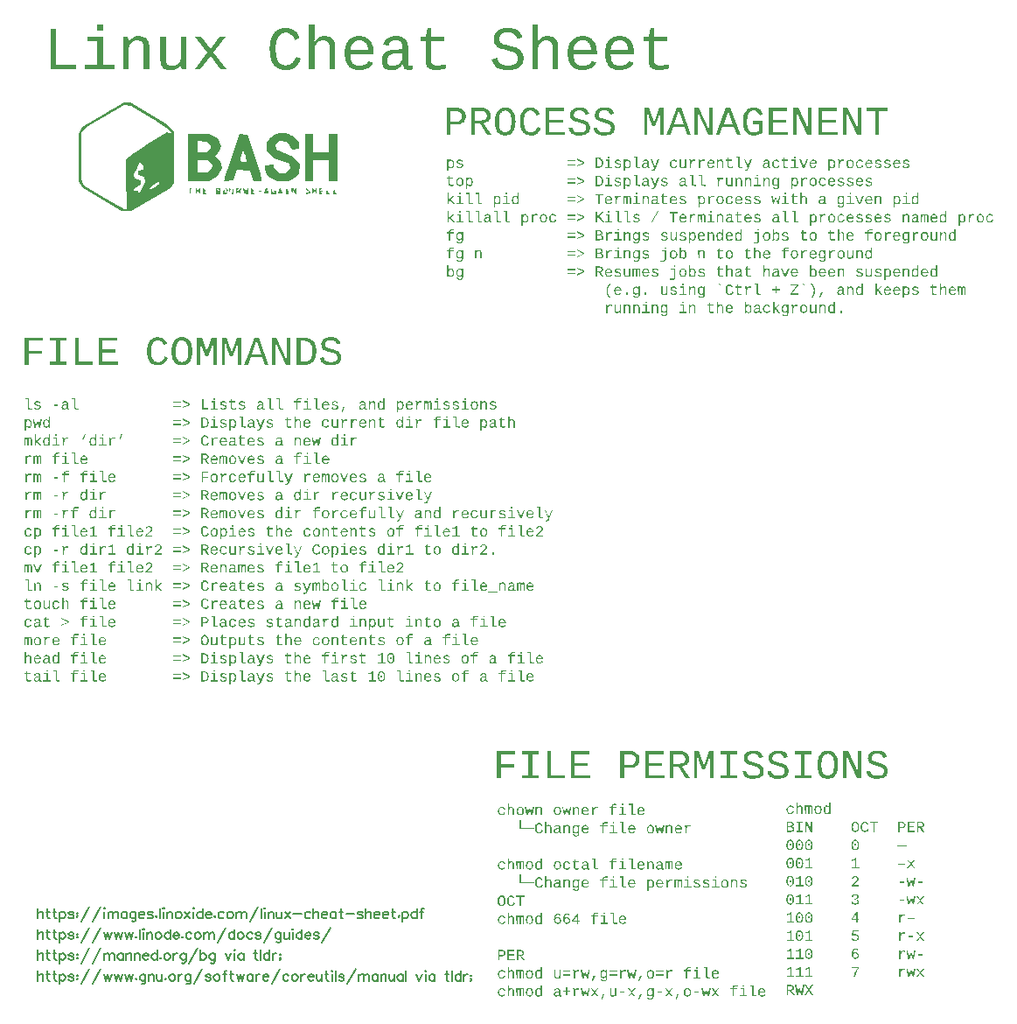
<source format=gtl>
G04 Layer: TopLayer*
G04 EasyEDA v6.4.25, 2022-04-08T16:02:35--7:00*
G04 Gerber Generator version 0.2*
G04 Scale: 100 percent, Rotated: No, Reflected: No *
G04 Dimensions in millimeters *
G04 leading zeros omitted , absolute positions ,4 integer and 5 decimal *
%FSLAX45Y45*%
%MOMM*%

%ADD11C,0.2032*%

%LPD*%
G36*
X1227175Y8898890D02*
G01*
X1173124Y8870137D01*
X1141323Y8852154D01*
X1096670Y8826195D01*
X1043838Y8795105D01*
X980338Y8757259D01*
X826160Y8664752D01*
X791464Y8597696D01*
X792244Y8155787D01*
X814730Y8155787D01*
X814730Y8606891D01*
X867054Y8664956D01*
X1227531Y8877096D01*
X1297279Y8866225D01*
X1490065Y8752433D01*
X1526794Y8730234D01*
X1559661Y8709761D01*
X1588719Y8691067D01*
X1613966Y8674100D01*
X1635455Y8658860D01*
X1653184Y8645398D01*
X1667205Y8633612D01*
X1672742Y8628380D01*
X1677416Y8623554D01*
X1681124Y8619134D01*
X1683918Y8615172D01*
X1685747Y8611616D01*
X1686712Y8608517D01*
X1686814Y8598763D01*
X1640738Y8610803D01*
X1452118Y8494572D01*
X1415034Y8471255D01*
X1386789Y8453170D01*
X1360373Y8435949D01*
X1336446Y8419998D01*
X1315466Y8405723D01*
X1298092Y8393531D01*
X1284833Y8383676D01*
X1276299Y8376716D01*
X1243685Y8346795D01*
X1245758Y8206130D01*
X1323695Y8206130D01*
X1345031Y8248954D01*
X1352296Y8264652D01*
X1358849Y8279739D01*
X1363878Y8292338D01*
X1367536Y8302802D01*
X1369568Y8307527D01*
X1371701Y8311184D01*
X1373936Y8313928D01*
X1376324Y8315655D01*
X1379016Y8316417D01*
X1381963Y8316214D01*
X1385214Y8315045D01*
X1388922Y8312912D01*
X1393037Y8309864D01*
X1397609Y8305850D01*
X1402740Y8300872D01*
X1406093Y8297164D01*
X1409192Y8293049D01*
X1412036Y8288629D01*
X1414475Y8284006D01*
X1416507Y8279384D01*
X1418082Y8274913D01*
X1419047Y8270646D01*
X1419352Y8266785D01*
X1419352Y8249361D01*
X1367028Y8241893D01*
X1367028Y8196427D01*
X1425194Y8182813D01*
X1433118Y8127492D01*
X1402325Y8065820D01*
X1475943Y8065820D01*
X1476248Y8068818D01*
X1477772Y8072424D01*
X1480413Y8076539D01*
X1484071Y8081060D01*
X1488694Y8085988D01*
X1494180Y8091068D01*
X1500479Y8096351D01*
X1507540Y8101634D01*
X1515313Y8106867D01*
X1533804Y8118246D01*
X1541424Y8122513D01*
X1548028Y8125866D01*
X1553718Y8128304D01*
X1558442Y8129828D01*
X1562354Y8130489D01*
X1565402Y8130286D01*
X1567738Y8129219D01*
X1569313Y8127288D01*
X1570228Y8124545D01*
X1570532Y8120989D01*
X1569720Y8118805D01*
X1567332Y8115808D01*
X1563573Y8112099D01*
X1558696Y8107832D01*
X1552905Y8103158D01*
X1539189Y8093049D01*
X1524050Y8082838D01*
X1509064Y8073593D01*
X1502156Y8069630D01*
X1490370Y8063839D01*
X1485900Y8062264D01*
X1482648Y8061706D01*
X1479042Y8062163D01*
X1476806Y8063585D01*
X1475943Y8065820D01*
X1402325Y8065820D01*
X1382877Y8026806D01*
X1372057Y8026806D01*
X1367840Y8027720D01*
X1364386Y8030209D01*
X1362100Y8033918D01*
X1361236Y8038439D01*
X1361236Y8050072D01*
X1326337Y8050072D01*
X1326337Y8061045D01*
X1326997Y8063585D01*
X1328877Y8066531D01*
X1331823Y8069834D01*
X1335735Y8073288D01*
X1340459Y8076946D01*
X1345895Y8080552D01*
X1351889Y8084058D01*
X1358341Y8087359D01*
X1390294Y8102701D01*
X1390294Y8147862D01*
X1332280Y8161528D01*
X1323695Y8206130D01*
X1245758Y8206130D01*
X1250746Y7864246D01*
X1227734Y7871612D01*
X1219504Y7875473D01*
X1206042Y7882432D01*
X1166012Y7904480D01*
X1112367Y7935061D01*
X1049731Y7971637D01*
X842670Y8094472D01*
X814730Y8155787D01*
X792244Y8155787D01*
X792276Y8137245D01*
X824331Y8079130D01*
X1204264Y7852460D01*
X1300886Y7852359D01*
X1673910Y8073390D01*
X1710080Y8125002D01*
X1710080Y8619439D01*
X1646123Y8687460D01*
X1287729Y8898890D01*
G37*
G36*
X2763113Y8606282D02*
G01*
X2751023Y8605977D01*
X2738932Y8604808D01*
X2726893Y8602776D01*
X2714904Y8599881D01*
X2708960Y8598154D01*
X2697175Y8593937D01*
X2691333Y8591550D01*
X2680817Y8586419D01*
X2669692Y8579916D01*
X2658465Y8572550D01*
X2647746Y8564676D01*
X2638145Y8556752D01*
X2630271Y8549081D01*
X2605430Y8522411D01*
X2605430Y8424570D01*
X2682138Y8357209D01*
X2825038Y8305088D01*
X2840939Y8255000D01*
X2788869Y8212836D01*
X2732278Y8212836D01*
X2703728Y8241385D01*
X2697988Y8247380D01*
X2692654Y8253475D01*
X2687777Y8259521D01*
X2683560Y8265312D01*
X2680055Y8270697D01*
X2677414Y8275523D01*
X2675788Y8279638D01*
X2675178Y8282787D01*
X2675178Y8295640D01*
X2587955Y8288426D01*
X2591968Y8260181D01*
X2593086Y8253984D01*
X2594864Y8247176D01*
X2597099Y8240014D01*
X2599791Y8232648D01*
X2602788Y8225332D01*
X2606040Y8218322D01*
X2609494Y8211769D01*
X2612999Y8205978D01*
X2630017Y8179968D01*
X2713431Y8140395D01*
X2822295Y8140395D01*
X2857144Y8158429D01*
X2864459Y8162391D01*
X2879140Y8171484D01*
X2886100Y8176361D01*
X2892552Y8181187D01*
X2898241Y8185861D01*
X2903067Y8190230D01*
X2906725Y8194192D01*
X2921457Y8211921D01*
X2933598Y8302548D01*
X2867050Y8376310D01*
X2704236Y8441740D01*
X2696667Y8493201D01*
X2724556Y8526780D01*
X2756966Y8526627D01*
X2769362Y8525560D01*
X2781655Y8523630D01*
X2792425Y8521039D01*
X2796743Y8519566D01*
X2815590Y8512352D01*
X2850896Y8444026D01*
X2925165Y8451189D01*
X2920339Y8518448D01*
X2889250Y8552027D01*
X2880004Y8560816D01*
X2870301Y8568842D01*
X2860192Y8576106D01*
X2849727Y8582609D01*
X2838907Y8588349D01*
X2827782Y8593328D01*
X2816402Y8597493D01*
X2804820Y8600897D01*
X2793085Y8603437D01*
X2781147Y8605215D01*
X2769158Y8606129D01*
G37*
G36*
X2343810Y8597544D02*
G01*
X2257789Y8339531D01*
X2351379Y8339531D01*
X2351430Y8343493D01*
X2352040Y8348370D01*
X2353259Y8354212D01*
X2357221Y8369198D01*
X2376779Y8434527D01*
X2385364Y8425434D01*
X2387346Y8422690D01*
X2389632Y8418474D01*
X2392172Y8412886D01*
X2397658Y8398611D01*
X2403195Y8381695D01*
X2417470Y8329117D01*
X2370785Y8329218D01*
X2365705Y8329472D01*
X2361438Y8329980D01*
X2357983Y8330844D01*
X2355291Y8332114D01*
X2353310Y8333943D01*
X2351989Y8336381D01*
X2351379Y8339531D01*
X2257789Y8339531D01*
X2234234Y8267649D01*
X2215286Y8208721D01*
X2202738Y8168081D01*
X2199386Y8156295D01*
X2198268Y8151114D01*
X2198420Y8141665D01*
X2283866Y8148878D01*
X2317038Y8248802D01*
X2446629Y8241893D01*
X2479446Y8143087D01*
X2558897Y8143087D01*
X2558846Y8164830D01*
X2557221Y8173364D01*
X2552344Y8192109D01*
X2546451Y8212836D01*
X2530144Y8266734D01*
X2509062Y8332927D01*
X2497277Y8368995D01*
X2423312Y8590737D01*
G37*
G36*
X2977489Y8596579D02*
G01*
X2977489Y8143087D01*
X3058922Y8143087D01*
X3058922Y8340750D01*
X3210052Y8340750D01*
X3210052Y8143087D01*
X3291484Y8143087D01*
X3291484Y8596579D01*
X3210052Y8596579D01*
X3210052Y8422132D01*
X3058922Y8422132D01*
X3058922Y8596579D01*
G37*
G36*
X1849628Y8596579D02*
G01*
X1849628Y8529878D01*
X1942642Y8529878D01*
X2036572Y8517280D01*
X2053539Y8503158D01*
X2058568Y8498535D01*
X2062683Y8493760D01*
X2065832Y8488883D01*
X2068068Y8483854D01*
X2069338Y8478723D01*
X2069693Y8473490D01*
X2069134Y8468207D01*
X2067610Y8462772D01*
X2065172Y8457285D01*
X2061819Y8451748D01*
X2057501Y8446109D01*
X2052269Y8440420D01*
X2033981Y8422132D01*
X1942642Y8422132D01*
X1942642Y8529878D01*
X1849628Y8529878D01*
X1849628Y8340750D01*
X2039620Y8340750D01*
X2082139Y8302244D01*
X2082139Y8284616D01*
X2081784Y8280653D01*
X2080666Y8276132D01*
X2078888Y8271154D01*
X2076500Y8265922D01*
X2073656Y8260638D01*
X2070404Y8255406D01*
X2066798Y8250377D01*
X2062937Y8245754D01*
X2043684Y8224469D01*
X1942642Y8224469D01*
X1942642Y8340750D01*
X1849628Y8340750D01*
X1849628Y8143087D01*
X2053437Y8143087D01*
X2134463Y8185759D01*
X2176119Y8265159D01*
X2163216Y8333841D01*
X2113229Y8387029D01*
X2131212Y8407501D01*
X2134971Y8412124D01*
X2138781Y8417458D01*
X2142540Y8423249D01*
X2146147Y8429396D01*
X2149500Y8435644D01*
X2152446Y8441842D01*
X2154986Y8447786D01*
X2156866Y8453272D01*
X2164588Y8478570D01*
X2131517Y8557666D01*
X2049576Y8596579D01*
G37*
G36*
X3259277Y8079130D02*
G01*
X3256584Y8015173D01*
X3297275Y8015528D01*
X3284067Y8024063D01*
X3281324Y8026247D01*
X3278530Y8029244D01*
X3275736Y8032800D01*
X3273044Y8036915D01*
X3270605Y8041436D01*
X3268370Y8046161D01*
X3266541Y8051038D01*
X3265068Y8055864D01*
G37*
G36*
X3189528Y8079130D02*
G01*
X3186836Y8015173D01*
X3227527Y8015528D01*
X3214319Y8024063D01*
X3211576Y8026247D01*
X3208731Y8029244D01*
X3205988Y8032800D01*
X3203295Y8036915D01*
X3200806Y8041436D01*
X3198622Y8046161D01*
X3196742Y8051038D01*
X3195320Y8055864D01*
G37*
G36*
X3047644Y8079130D02*
G01*
X3047644Y8009331D01*
X3070555Y8044230D01*
X3093415Y8009331D01*
X3093415Y8079130D01*
X3070555Y8044230D01*
G37*
G36*
X2655112Y8079130D02*
G01*
X2651912Y8015173D01*
X2698445Y8015173D01*
X2698445Y8050072D01*
X2673807Y8050072D01*
X2688183Y8026806D01*
X2665171Y8026806D01*
G37*
G36*
X2429154Y8079130D02*
G01*
X2417114Y8049107D01*
X2384501Y8076133D01*
X2384856Y8009331D01*
X2407412Y8044230D01*
X2407716Y8015173D01*
X2430983Y8015173D01*
G37*
G36*
X2359507Y8079130D02*
G01*
X2353564Y8064601D01*
X2350414Y8058962D01*
X2346096Y8054340D01*
X2341168Y8051190D01*
X2336342Y8050072D01*
X2324963Y8050072D01*
X2339340Y8073288D01*
X2314702Y8073288D01*
X2316581Y8009331D01*
X2328621Y8039404D01*
X2356256Y8016443D01*
G37*
G36*
X2189988Y8079130D02*
G01*
X2186838Y8015173D01*
X2222449Y8015173D01*
X2236419Y8051596D01*
X2211374Y8076641D01*
X2224430Y8026806D01*
X2200046Y8026806D01*
G37*
G36*
X2118868Y8079130D02*
G01*
X2117039Y8015173D01*
X2160625Y8015173D01*
X2160625Y8073288D01*
X2138934Y8073288D01*
X2153310Y8050072D01*
X2141931Y8050072D01*
X2137105Y8051190D01*
X2132228Y8054340D01*
X2127910Y8058962D01*
X2124760Y8064601D01*
G37*
G36*
X1919732Y8079130D02*
G01*
X1919732Y8009331D01*
X1942642Y8044230D01*
X1965502Y8009331D01*
X1965502Y8079130D01*
X1942642Y8044230D01*
G37*
G36*
X2244953Y8077200D02*
G01*
X2246782Y8032597D01*
X2259025Y8063128D01*
G37*
G36*
X2454249Y8074202D02*
G01*
X2454249Y8015173D01*
X2494940Y8015528D01*
X2463241Y8035594D01*
X2486863Y8044230D01*
G37*
G36*
X1989124Y8074202D02*
G01*
X1989124Y8015173D01*
X2029815Y8015528D01*
X1998116Y8035594D01*
X2021738Y8044230D01*
G37*
G36*
X3117037Y8073288D02*
G01*
X3117037Y8015173D01*
X3169361Y8017865D01*
X3125317Y8029143D01*
X3157728Y8049717D01*
X3127298Y8050072D01*
X3141675Y8073288D01*
G37*
G36*
X2849626Y8073288D02*
G01*
X2851251Y8009331D01*
X2865729Y8043468D01*
X2868930Y8052358D01*
X2870809Y8059420D01*
X2871470Y8064855D01*
X2870809Y8068818D01*
X2868930Y8071408D01*
X2865729Y8072881D01*
X2861208Y8073288D01*
G37*
G36*
X2804617Y8073288D02*
G01*
X2801772Y8071002D01*
X2799435Y8064753D01*
X2797860Y8055508D01*
X2797302Y8044230D01*
X2797302Y8015173D01*
X2823108Y8015173D01*
X2817571Y8044230D01*
X2814828Y8055508D01*
X2811475Y8064753D01*
X2807919Y8071002D01*
G37*
G36*
X2606649Y8073288D02*
G01*
X2601671Y8072475D01*
X2597556Y8070189D01*
X2594813Y8066786D01*
X2593797Y8062620D01*
X2593289Y8057235D01*
X2592019Y8050428D01*
X2590038Y8043062D01*
X2587701Y8036052D01*
X2581605Y8020151D01*
X2628696Y8020151D01*
X2628696Y8051444D01*
X2605684Y8037220D01*
X2619552Y8073288D01*
G37*
G36*
X2285644Y8073288D02*
G01*
X2283409Y8071561D01*
X2281529Y8066786D01*
X2280310Y8059674D01*
X2279853Y8051038D01*
X2279853Y8028736D01*
X2250744Y8017002D01*
X2291486Y8015173D01*
X2291486Y8044230D01*
X2291029Y8055508D01*
X2289759Y8064753D01*
X2287930Y8071002D01*
G37*
G36*
X1861210Y8073288D02*
G01*
X1861210Y8044230D01*
X1861566Y8032953D01*
X1862531Y8023707D01*
X1863953Y8017459D01*
X1865680Y8015173D01*
X1867865Y8017459D01*
X1870456Y8023707D01*
X1873199Y8032953D01*
X1875688Y8044230D01*
X1881276Y8073288D01*
G37*
G36*
X2735783Y8073186D02*
G01*
X2728722Y8054848D01*
X2725216Y8045094D01*
X2723083Y8037271D01*
X2722372Y8031225D01*
X2723184Y8026704D01*
X2725572Y8023555D01*
X2729687Y8021523D01*
X2735529Y8020456D01*
X2743200Y8020151D01*
X2764739Y8020151D01*
X2759252Y8041081D01*
X2756408Y8049666D01*
X2752750Y8057540D01*
X2748686Y8063788D01*
X2744774Y8067598D01*
G37*
G36*
X2989122Y8073085D02*
G01*
X2989122Y8061198D01*
X2990697Y8056016D01*
X2994863Y8050631D01*
X3001060Y8045703D01*
X3008630Y8041843D01*
X3028137Y8034375D01*
X2983331Y8016798D01*
X3002991Y8015986D01*
X3011068Y8016443D01*
X3018586Y8018221D01*
X3024733Y8021066D01*
X3028543Y8024723D01*
X3034436Y8034274D01*
G37*
G36*
X2890367Y8072221D02*
G01*
X2888640Y8071256D01*
X2886659Y8068919D01*
X2884525Y8065262D01*
X2882138Y8060283D01*
X2872079Y8034528D01*
X2896108Y8010499D01*
X2896006Y8050225D01*
X2895650Y8057184D01*
X2895041Y8062874D01*
X2894228Y8067192D01*
X2893161Y8070240D01*
X2891840Y8071916D01*
G37*
G36*
X2562758Y8050072D02*
G01*
X2518206Y8048193D01*
X2548737Y8036001D01*
G37*
G36*
X5179568Y9655048D02*
G01*
X5179568Y9220200D01*
X5232146Y9220200D01*
X5232146Y9403842D01*
X5232806Y9418472D01*
X5234736Y9432036D01*
X5237988Y9444532D01*
X5242509Y9456013D01*
X5248351Y9466376D01*
X5255514Y9475724D01*
X5263642Y9483852D01*
X5272532Y9490557D01*
X5282133Y9495739D01*
X5292445Y9499447D01*
X5303469Y9501632D01*
X5315204Y9502394D01*
X5330850Y9501174D01*
X5344210Y9497568D01*
X5355336Y9491522D01*
X5364226Y9483090D01*
X5368899Y9476028D01*
X5372709Y9467799D01*
X5375656Y9458502D01*
X5377789Y9448088D01*
X5379059Y9436557D01*
X5379466Y9423908D01*
X5379466Y9220200D01*
X5432552Y9220200D01*
X5432552Y9431528D01*
X5432145Y9445040D01*
X5430926Y9457639D01*
X5428945Y9469424D01*
X5426151Y9480296D01*
X5422544Y9490354D01*
X5418124Y9499498D01*
X5412892Y9507728D01*
X5406898Y9515144D01*
X5400090Y9521698D01*
X5392470Y9527336D01*
X5384038Y9532162D01*
X5374843Y9536074D01*
X5364784Y9539122D01*
X5353964Y9541306D01*
X5342382Y9542576D01*
X5329936Y9543034D01*
X5316626Y9542424D01*
X5304078Y9540646D01*
X5292293Y9537649D01*
X5281269Y9533432D01*
X5270957Y9528048D01*
X5261406Y9521444D01*
X5252567Y9513671D01*
X5244490Y9504680D01*
X5237175Y9494469D01*
X5230622Y9483090D01*
X5229860Y9483090D01*
X5231790Y9517684D01*
X5232400Y9540748D01*
X5232400Y9655048D01*
G37*
G36*
X3019044Y9655048D02*
G01*
X3019044Y9220200D01*
X3071876Y9220200D01*
X3071876Y9403842D01*
X3072536Y9418472D01*
X3074466Y9432036D01*
X3077718Y9444532D01*
X3082239Y9456013D01*
X3088081Y9466376D01*
X3095244Y9475724D01*
X3103321Y9483852D01*
X3112109Y9490557D01*
X3121660Y9495739D01*
X3131921Y9499447D01*
X3142945Y9501632D01*
X3154680Y9502394D01*
X3170428Y9501174D01*
X3183839Y9497568D01*
X3194913Y9491522D01*
X3203702Y9483090D01*
X3208426Y9476028D01*
X3212287Y9467799D01*
X3215335Y9458502D01*
X3217468Y9448088D01*
X3218789Y9436557D01*
X3219196Y9423908D01*
X3219196Y9220200D01*
X3272282Y9220200D01*
X3272282Y9431528D01*
X3271875Y9445040D01*
X3270656Y9457639D01*
X3268675Y9469424D01*
X3265881Y9480296D01*
X3262274Y9490354D01*
X3257854Y9499498D01*
X3252622Y9507728D01*
X3246628Y9515144D01*
X3239820Y9521698D01*
X3232200Y9527336D01*
X3223768Y9532162D01*
X3214573Y9536074D01*
X3204514Y9539122D01*
X3193694Y9541306D01*
X3182112Y9542576D01*
X3169666Y9543034D01*
X3156305Y9542424D01*
X3143758Y9540646D01*
X3131921Y9537649D01*
X3120847Y9533432D01*
X3110534Y9528048D01*
X3100984Y9521444D01*
X3092196Y9513671D01*
X3084169Y9504680D01*
X3076854Y9494469D01*
X3070352Y9483090D01*
X3069590Y9483090D01*
X3071469Y9517684D01*
X3071977Y9530689D01*
X3072130Y9540748D01*
X3072130Y9655048D01*
G37*
G36*
X964184Y9655048D02*
G01*
X964184Y9598660D01*
X1022858Y9598660D01*
X1022858Y9655048D01*
G37*
G36*
X4945380Y9621520D02*
G01*
X4929225Y9621113D01*
X4914036Y9619792D01*
X4899812Y9617659D01*
X4886604Y9614662D01*
X4874310Y9610801D01*
X4862982Y9606076D01*
X4852670Y9600539D01*
X4843272Y9594088D01*
X4834940Y9586874D01*
X4827727Y9578949D01*
X4821580Y9570262D01*
X4816602Y9560864D01*
X4812690Y9550755D01*
X4809947Y9539935D01*
X4808270Y9528403D01*
X4807712Y9516110D01*
X4808118Y9505645D01*
X4809236Y9495840D01*
X4811166Y9486747D01*
X4813808Y9478264D01*
X4821428Y9463176D01*
X4832096Y9449816D01*
X4838547Y9443770D01*
X4846066Y9438081D01*
X4854600Y9432696D01*
X4864100Y9427718D01*
X4871567Y9424416D01*
X4880508Y9420961D01*
X4890973Y9417354D01*
X4902911Y9413595D01*
X4931410Y9405620D01*
X4951171Y9400692D01*
X4970780Y9395460D01*
X4989220Y9389618D01*
X5005832Y9382252D01*
X5019802Y9372904D01*
X5030724Y9361170D01*
X5037988Y9346336D01*
X5040376Y9327642D01*
X5039715Y9316974D01*
X5037683Y9307118D01*
X5034330Y9298127D01*
X5029657Y9289948D01*
X5023612Y9282582D01*
X5016246Y9276080D01*
X5007508Y9270593D01*
X4997551Y9266072D01*
X4986324Y9262567D01*
X4973929Y9260027D01*
X4960264Y9258554D01*
X4945380Y9258046D01*
X4931460Y9258503D01*
X4918557Y9259925D01*
X4906568Y9262313D01*
X4895596Y9265615D01*
X4885588Y9269882D01*
X4876546Y9275064D01*
X4868418Y9281414D01*
X4861255Y9288881D01*
X4855108Y9297466D01*
X4849926Y9307220D01*
X4845710Y9318142D01*
X4842510Y9330182D01*
X4788408Y9319260D01*
X4791151Y9307931D01*
X4794605Y9297263D01*
X4798720Y9287205D01*
X4803546Y9277807D01*
X4809083Y9269069D01*
X4815281Y9260992D01*
X4822190Y9253524D01*
X4829759Y9246717D01*
X4838090Y9240570D01*
X4847031Y9235084D01*
X4856734Y9230207D01*
X4867097Y9225991D01*
X4878171Y9222435D01*
X4889906Y9219539D01*
X4902352Y9217253D01*
X4915509Y9215628D01*
X4929327Y9214662D01*
X4943856Y9214358D01*
X4958080Y9214662D01*
X4971694Y9215577D01*
X4984597Y9217101D01*
X4996840Y9219184D01*
X5008422Y9221927D01*
X5019344Y9225229D01*
X5029606Y9229191D01*
X5039207Y9233712D01*
X5048097Y9238843D01*
X5056378Y9244584D01*
X5065623Y9252508D01*
X5073599Y9261195D01*
X5080355Y9270593D01*
X5085892Y9280702D01*
X5090210Y9291574D01*
X5093309Y9303207D01*
X5095138Y9315551D01*
X5095748Y9328658D01*
X5095392Y9339224D01*
X5094274Y9349130D01*
X5092446Y9358274D01*
X5089906Y9366758D01*
X5083251Y9381744D01*
X5074412Y9394698D01*
X5063286Y9405975D01*
X5050282Y9415526D01*
X5035499Y9423908D01*
X5018532Y9431274D01*
X5008219Y9434931D01*
X4995062Y9438995D01*
X4979009Y9443567D01*
X4922012Y9458452D01*
X4905502Y9463684D01*
X4891024Y9470136D01*
X4879136Y9478365D01*
X4869942Y9488424D01*
X4864049Y9500971D01*
X4862068Y9516872D01*
X4862626Y9526828D01*
X4864354Y9535972D01*
X4867249Y9544202D01*
X4871313Y9551568D01*
X4876495Y9558070D01*
X4882845Y9563760D01*
X4890312Y9568484D01*
X4898999Y9572396D01*
X4908804Y9575444D01*
X4919726Y9577628D01*
X4931867Y9578898D01*
X4945126Y9579356D01*
X4962448Y9578441D01*
X4977841Y9575647D01*
X4991252Y9571075D01*
X5002784Y9564624D01*
X5012436Y9556140D01*
X5020360Y9545320D01*
X5026558Y9532213D01*
X5030978Y9516872D01*
X5086096Y9526524D01*
X5082540Y9538970D01*
X5078374Y9550450D01*
X5073599Y9561017D01*
X5068163Y9570669D01*
X5062169Y9579356D01*
X5055514Y9587128D01*
X5048250Y9593986D01*
X5040376Y9599930D01*
X5031740Y9605010D01*
X5022138Y9609378D01*
X5011674Y9613087D01*
X5000244Y9616135D01*
X4987899Y9618472D01*
X4974640Y9620148D01*
X4960467Y9621164D01*
G37*
G36*
X2795016Y9621520D02*
G01*
X2783992Y9621266D01*
X2773375Y9620504D01*
X2763164Y9619183D01*
X2753360Y9617405D01*
X2743962Y9615068D01*
X2734970Y9612223D01*
X2726334Y9608921D01*
X2718155Y9605060D01*
X2710332Y9600641D01*
X2702915Y9595764D01*
X2695905Y9590379D01*
X2689301Y9584436D01*
X2683103Y9577984D01*
X2677261Y9571024D01*
X2671876Y9563557D01*
X2666898Y9555581D01*
X2662275Y9547098D01*
X2658059Y9538055D01*
X2654249Y9528556D01*
X2650845Y9518497D01*
X2647848Y9507931D01*
X2645257Y9496856D01*
X2643073Y9485274D01*
X2641244Y9473184D01*
X2639822Y9460534D01*
X2638856Y9447428D01*
X2638247Y9433763D01*
X2638044Y9419590D01*
X2638247Y9405620D01*
X2638907Y9392158D01*
X2639923Y9379153D01*
X2641447Y9366656D01*
X2643327Y9354566D01*
X2645664Y9342983D01*
X2648407Y9331909D01*
X2651556Y9321241D01*
X2655163Y9311132D01*
X2659176Y9301429D01*
X2663596Y9292234D01*
X2668473Y9283496D01*
X2673756Y9275216D01*
X2679446Y9267444D01*
X2686608Y9258960D01*
X2694228Y9251238D01*
X2702356Y9244228D01*
X2710992Y9237929D01*
X2720136Y9232442D01*
X2729738Y9227616D01*
X2739847Y9223552D01*
X2750464Y9220250D01*
X2761538Y9217660D01*
X2773121Y9215831D01*
X2785211Y9214713D01*
X2797810Y9214358D01*
X2809849Y9214764D01*
X2821482Y9216085D01*
X2832658Y9218168D01*
X2843428Y9221165D01*
X2853791Y9224975D01*
X2863697Y9229699D01*
X2873197Y9235236D01*
X2882290Y9241586D01*
X2890926Y9248851D01*
X2899156Y9256928D01*
X2906928Y9265869D01*
X2914294Y9275673D01*
X2921254Y9286290D01*
X2927756Y9297771D01*
X2933852Y9310116D01*
X2939542Y9323324D01*
X2892806Y9342374D01*
X2887014Y9328861D01*
X2880817Y9316567D01*
X2874264Y9305544D01*
X2867304Y9295739D01*
X2859938Y9287205D01*
X2852166Y9279890D01*
X2839770Y9271101D01*
X2826715Y9264853D01*
X2812948Y9261094D01*
X2798572Y9259824D01*
X2786075Y9260433D01*
X2774442Y9262313D01*
X2763621Y9265412D01*
X2753614Y9269780D01*
X2744419Y9275419D01*
X2736088Y9282277D01*
X2728569Y9290354D01*
X2721864Y9299702D01*
X2717088Y9308134D01*
X2712821Y9317329D01*
X2709062Y9327337D01*
X2705760Y9338157D01*
X2703017Y9349740D01*
X2700731Y9362135D01*
X2699004Y9375292D01*
X2697734Y9389262D01*
X2696972Y9404045D01*
X2696718Y9419590D01*
X2696972Y9435287D01*
X2697683Y9450171D01*
X2698902Y9464192D01*
X2700629Y9477298D01*
X2702814Y9489592D01*
X2705506Y9500971D01*
X2708656Y9511538D01*
X2712313Y9521190D01*
X2716479Y9529978D01*
X2721102Y9537954D01*
X2727553Y9546844D01*
X2734767Y9554514D01*
X2742844Y9561017D01*
X2751734Y9566351D01*
X2761386Y9570466D01*
X2771851Y9573412D01*
X2783179Y9575190D01*
X2795270Y9575800D01*
X2809900Y9574631D01*
X2823667Y9571024D01*
X2836468Y9565081D01*
X2848356Y9556750D01*
X2855722Y9549942D01*
X2862427Y9542373D01*
X2868422Y9534042D01*
X2873756Y9524898D01*
X2878429Y9515043D01*
X2882392Y9504426D01*
X2931414Y9523476D01*
X2926537Y9535363D01*
X2921152Y9546437D01*
X2915310Y9556800D01*
X2908960Y9566351D01*
X2902153Y9575190D01*
X2894838Y9583216D01*
X2887065Y9590481D01*
X2878785Y9597034D01*
X2869996Y9602774D01*
X2860751Y9607753D01*
X2850997Y9611969D01*
X2840786Y9615373D01*
X2830068Y9618065D01*
X2818892Y9619996D01*
X2807208Y9621113D01*
G37*
G36*
X6327902Y9619742D02*
G01*
X6310884Y9537192D01*
X6261100Y9537192D01*
X6261100Y9495536D01*
X6310376Y9495536D01*
X6310376Y9298940D01*
X6311036Y9285173D01*
X6313017Y9272727D01*
X6316268Y9261551D01*
X6320891Y9251645D01*
X6326784Y9243009D01*
X6333998Y9235694D01*
X6342583Y9229547D01*
X6352489Y9224568D01*
X6363716Y9220657D01*
X6376212Y9217863D01*
X6390030Y9216186D01*
X6405118Y9215628D01*
X6417310Y9215831D01*
X6429552Y9216491D01*
X6441795Y9217507D01*
X6454089Y9218980D01*
X6466382Y9220911D01*
X6478676Y9223197D01*
X6491020Y9225940D01*
X6503416Y9229090D01*
X6503416Y9269222D01*
X6487718Y9266123D01*
X6472529Y9263583D01*
X6457746Y9261602D01*
X6443472Y9260179D01*
X6429654Y9259366D01*
X6416294Y9259062D01*
X6403086Y9259773D01*
X6391859Y9261856D01*
X6382613Y9265361D01*
X6375400Y9270238D01*
X6369964Y9276588D01*
X6366052Y9284411D01*
X6363716Y9293707D01*
X6362954Y9304528D01*
X6362954Y9495536D01*
X6489700Y9495536D01*
X6489700Y9537192D01*
X6362954Y9537192D01*
X6362954Y9619742D01*
G37*
G36*
X4167632Y9619742D02*
G01*
X4150614Y9537192D01*
X4100829Y9537192D01*
X4100829Y9495536D01*
X4149851Y9495536D01*
X4149851Y9298940D01*
X4150512Y9285173D01*
X4152493Y9272727D01*
X4155795Y9261551D01*
X4160469Y9251645D01*
X4166412Y9243009D01*
X4173728Y9235694D01*
X4182262Y9229547D01*
X4192117Y9224568D01*
X4203293Y9220657D01*
X4215841Y9217863D01*
X4229658Y9216186D01*
X4244848Y9215628D01*
X4257040Y9215831D01*
X4269282Y9216491D01*
X4281525Y9217507D01*
X4293819Y9218980D01*
X4306112Y9220911D01*
X4318406Y9223197D01*
X4330750Y9225940D01*
X4343146Y9229090D01*
X4343146Y9269222D01*
X4327448Y9266123D01*
X4312259Y9263583D01*
X4297476Y9261602D01*
X4283202Y9260179D01*
X4269384Y9259366D01*
X4256024Y9259062D01*
X4242816Y9259773D01*
X4231589Y9261856D01*
X4222343Y9265361D01*
X4215130Y9270238D01*
X4209694Y9276588D01*
X4205782Y9284411D01*
X4203446Y9293707D01*
X4202684Y9304528D01*
X4202684Y9495536D01*
X4329176Y9495536D01*
X4329176Y9537192D01*
X4202684Y9537192D01*
X4202684Y9619742D01*
G37*
G36*
X513842Y9615424D02*
G01*
X513842Y9220200D01*
X766826Y9220200D01*
X766826Y9265920D01*
X569976Y9265920D01*
X569976Y9615424D01*
G37*
G36*
X6026150Y9543034D02*
G01*
X6012688Y9542627D01*
X5999886Y9541357D01*
X5987745Y9539274D01*
X5976264Y9536328D01*
X5965393Y9532569D01*
X5955182Y9527946D01*
X5945581Y9522510D01*
X5936640Y9516211D01*
X5928360Y9509099D01*
X5920740Y9501124D01*
X5913831Y9492335D01*
X5907684Y9482836D01*
X5902198Y9472574D01*
X5897473Y9461601D01*
X5893511Y9449968D01*
X5890209Y9437522D01*
X5887669Y9424416D01*
X5885684Y9407906D01*
X5940298Y9407906D01*
X5941415Y9422333D01*
X5943701Y9435744D01*
X5947156Y9448038D01*
X5951829Y9459264D01*
X5957671Y9469424D01*
X5964682Y9478518D01*
X5972759Y9486341D01*
X5981750Y9492792D01*
X5991606Y9497771D01*
X6002375Y9501327D01*
X6014059Y9503460D01*
X6026658Y9504172D01*
X6037224Y9503664D01*
X6047130Y9502190D01*
X6056274Y9499752D01*
X6064808Y9496298D01*
X6072581Y9491878D01*
X6079693Y9486493D01*
X6086094Y9480092D01*
X6091783Y9472726D01*
X6096812Y9464395D01*
X6101130Y9455048D01*
X6104788Y9444736D01*
X6107734Y9433458D01*
X6109970Y9421164D01*
X6111494Y9407906D01*
X5885684Y9407906D01*
X5884773Y9396018D01*
X5884418Y9380728D01*
X5884773Y9365030D01*
X5885891Y9350095D01*
X5887770Y9335922D01*
X5890361Y9322460D01*
X5893663Y9309709D01*
X5897778Y9297771D01*
X5902604Y9286544D01*
X5908141Y9276029D01*
X5914440Y9266275D01*
X5921502Y9257284D01*
X5929274Y9249105D01*
X5937707Y9241840D01*
X5946749Y9235389D01*
X5956452Y9229801D01*
X5966764Y9225076D01*
X5977737Y9221216D01*
X5989320Y9218218D01*
X6001562Y9216085D01*
X6014415Y9214764D01*
X6027928Y9214358D01*
X6043472Y9214916D01*
X6058255Y9216491D01*
X6072327Y9219184D01*
X6085636Y9222943D01*
X6098184Y9227769D01*
X6109970Y9233662D01*
X6120892Y9240570D01*
X6130594Y9248444D01*
X6139129Y9257233D01*
X6146444Y9266986D01*
X6152540Y9277654D01*
X6157468Y9289288D01*
X6110986Y9302496D01*
X6106261Y9291777D01*
X6099606Y9282328D01*
X6091123Y9273997D01*
X6080760Y9266936D01*
X6068974Y9261246D01*
X6056223Y9257233D01*
X6042558Y9254794D01*
X6027928Y9253982D01*
X6014720Y9254794D01*
X6002477Y9257334D01*
X5991250Y9261500D01*
X5980988Y9267291D01*
X5971692Y9274810D01*
X5963412Y9283954D01*
X5957874Y9291878D01*
X5953099Y9300514D01*
X5949035Y9309862D01*
X5945682Y9319971D01*
X5943092Y9330740D01*
X5941263Y9342272D01*
X5940145Y9354566D01*
X5939790Y9367520D01*
X6165850Y9367520D01*
X6165494Y9391142D01*
X6164427Y9406737D01*
X6162649Y9421520D01*
X6160211Y9435490D01*
X6157010Y9448546D01*
X6153150Y9460788D01*
X6148527Y9472117D01*
X6143244Y9482632D01*
X6137249Y9492335D01*
X6130544Y9501124D01*
X6123076Y9509099D01*
X6114999Y9516211D01*
X6106210Y9522510D01*
X6096762Y9527946D01*
X6086652Y9532569D01*
X6075883Y9536328D01*
X6064453Y9539274D01*
X6052362Y9541357D01*
X6039561Y9542627D01*
G37*
G36*
X5665978Y9543034D02*
G01*
X5652516Y9542627D01*
X5639765Y9541357D01*
X5627624Y9539274D01*
X5616092Y9536328D01*
X5605272Y9532569D01*
X5595061Y9527946D01*
X5585561Y9522510D01*
X5576671Y9516211D01*
X5568391Y9509099D01*
X5560822Y9501124D01*
X5553862Y9492335D01*
X5547664Y9482836D01*
X5542178Y9472574D01*
X5537403Y9461601D01*
X5533390Y9449968D01*
X5530088Y9437522D01*
X5527548Y9424416D01*
X5525512Y9407906D01*
X5580126Y9407906D01*
X5581243Y9422333D01*
X5583529Y9435744D01*
X5586984Y9448038D01*
X5591657Y9459264D01*
X5597499Y9469424D01*
X5604510Y9478518D01*
X5612587Y9486341D01*
X5621578Y9492792D01*
X5631484Y9497771D01*
X5642305Y9501327D01*
X5654090Y9503460D01*
X5666740Y9504172D01*
X5677306Y9503664D01*
X5687212Y9502190D01*
X5696356Y9499752D01*
X5704840Y9496298D01*
X5712612Y9491878D01*
X5719724Y9486493D01*
X5726125Y9480092D01*
X5731814Y9472726D01*
X5736793Y9464395D01*
X5741111Y9455048D01*
X5744718Y9444736D01*
X5747613Y9433458D01*
X5749798Y9421164D01*
X5751322Y9407906D01*
X5525512Y9407906D01*
X5524601Y9396018D01*
X5524246Y9380728D01*
X5524601Y9365030D01*
X5525719Y9350095D01*
X5527598Y9335922D01*
X5530240Y9322460D01*
X5533593Y9309709D01*
X5537708Y9297771D01*
X5542534Y9286544D01*
X5548122Y9276029D01*
X5554472Y9266275D01*
X5561584Y9257284D01*
X5569305Y9249105D01*
X5577687Y9241840D01*
X5586730Y9235389D01*
X5596382Y9229801D01*
X5606643Y9225076D01*
X5617616Y9221216D01*
X5629198Y9218218D01*
X5641390Y9216085D01*
X5654243Y9214764D01*
X5667756Y9214358D01*
X5683300Y9214916D01*
X5698134Y9216491D01*
X5712206Y9219184D01*
X5725566Y9222943D01*
X5738164Y9227769D01*
X5750052Y9233662D01*
X5760872Y9240570D01*
X5770524Y9248444D01*
X5779008Y9257233D01*
X5786272Y9266986D01*
X5792368Y9277654D01*
X5797296Y9289288D01*
X5751068Y9302496D01*
X5746343Y9291777D01*
X5739688Y9282328D01*
X5731205Y9273997D01*
X5720842Y9266936D01*
X5708954Y9261246D01*
X5696153Y9257233D01*
X5682386Y9254794D01*
X5667756Y9253982D01*
X5654598Y9254794D01*
X5642406Y9257334D01*
X5631180Y9261500D01*
X5620918Y9267291D01*
X5611571Y9274810D01*
X5603240Y9283954D01*
X5597702Y9291878D01*
X5592927Y9300514D01*
X5588863Y9309862D01*
X5585510Y9319971D01*
X5582920Y9330740D01*
X5581091Y9342272D01*
X5579973Y9354566D01*
X5579618Y9367520D01*
X5805932Y9367520D01*
X5805576Y9391142D01*
X5804509Y9406737D01*
X5802731Y9421520D01*
X5800242Y9435490D01*
X5797042Y9448546D01*
X5793130Y9460788D01*
X5788507Y9472117D01*
X5783173Y9482632D01*
X5777128Y9492335D01*
X5770372Y9501124D01*
X5762904Y9509099D01*
X5754827Y9516211D01*
X5746038Y9522510D01*
X5736590Y9527946D01*
X5726480Y9532569D01*
X5715711Y9536328D01*
X5704281Y9539274D01*
X5692190Y9541357D01*
X5679389Y9542627D01*
G37*
G36*
X3860546Y9543034D02*
G01*
X3847134Y9542678D01*
X3834434Y9541713D01*
X3822547Y9540036D01*
X3811371Y9537700D01*
X3800957Y9534652D01*
X3791305Y9530994D01*
X3782415Y9526625D01*
X3774287Y9521647D01*
X3766921Y9515957D01*
X3760317Y9509607D01*
X3754475Y9502597D01*
X3749395Y9494875D01*
X3745077Y9486544D01*
X3741470Y9477502D01*
X3738676Y9467799D01*
X3736594Y9457436D01*
X3791712Y9452610D01*
X3793896Y9464598D01*
X3797604Y9474962D01*
X3802887Y9483648D01*
X3809746Y9490710D01*
X3818585Y9496044D01*
X3829812Y9499854D01*
X3843477Y9502140D01*
X3859529Y9502902D01*
X3875379Y9501835D01*
X3888943Y9498736D01*
X3900170Y9493453D01*
X3909060Y9486138D01*
X3915816Y9476282D01*
X3920693Y9463786D01*
X3923588Y9448596D01*
X3924554Y9430766D01*
X3924554Y9413494D01*
X3855465Y9412478D01*
X3841140Y9412020D01*
X3827576Y9410903D01*
X3814876Y9409176D01*
X3802989Y9406839D01*
X3791915Y9403842D01*
X3781653Y9400235D01*
X3772255Y9396018D01*
X3763619Y9391192D01*
X3755847Y9385757D01*
X3748887Y9379661D01*
X3742690Y9372955D01*
X3737406Y9365640D01*
X3732885Y9357664D01*
X3729177Y9349130D01*
X3726332Y9339935D01*
X3724249Y9330080D01*
X3723030Y9319666D01*
X3722659Y9307830D01*
X3777996Y9307830D01*
X3778605Y9319209D01*
X3780485Y9329420D01*
X3783584Y9338513D01*
X3787901Y9346438D01*
X3800094Y9358985D01*
X3816350Y9367774D01*
X3826408Y9370923D01*
X3838498Y9373260D01*
X3852672Y9374733D01*
X3868928Y9375394D01*
X3924554Y9376664D01*
X3924554Y9350502D01*
X3923792Y9338665D01*
X3921556Y9326930D01*
X3917848Y9315399D01*
X3912615Y9304020D01*
X3906062Y9293301D01*
X3898290Y9283700D01*
X3889298Y9275267D01*
X3879087Y9267952D01*
X3867759Y9262059D01*
X3855669Y9257842D01*
X3842765Y9255353D01*
X3829050Y9254490D01*
X3817213Y9255404D01*
X3806951Y9258147D01*
X3798163Y9262770D01*
X3790950Y9269222D01*
X3785260Y9277045D01*
X3781247Y9286138D01*
X3778808Y9296349D01*
X3777996Y9307830D01*
X3722659Y9307830D01*
X3723284Y9294469D01*
X3725214Y9281363D01*
X3728465Y9269323D01*
X3732987Y9258350D01*
X3738829Y9248394D01*
X3745992Y9239504D01*
X3754424Y9231833D01*
X3764127Y9225534D01*
X3775100Y9220657D01*
X3787292Y9217152D01*
X3800805Y9215069D01*
X3815587Y9214358D01*
X3827932Y9214764D01*
X3839616Y9216085D01*
X3850640Y9218218D01*
X3860952Y9221266D01*
X3870604Y9225127D01*
X3879596Y9229852D01*
X3888130Y9235592D01*
X3896207Y9242399D01*
X3903929Y9250375D01*
X3911193Y9259417D01*
X3918102Y9269628D01*
X3924554Y9280906D01*
X3926332Y9280906D01*
X3927957Y9265615D01*
X3931005Y9252458D01*
X3935577Y9241485D01*
X3941572Y9232646D01*
X3949192Y9225889D01*
X3958844Y9221012D01*
X3970528Y9218117D01*
X3984244Y9217152D01*
X3994607Y9217456D01*
X4004818Y9218371D01*
X4014927Y9219844D01*
X4024884Y9221978D01*
X4024884Y9254744D01*
X4015740Y9253220D01*
X4011574Y9252813D01*
X4007612Y9252712D01*
X3993134Y9255709D01*
X3984244Y9264650D01*
X3979468Y9279331D01*
X3977894Y9299956D01*
X3977894Y9436354D01*
X3977436Y9448952D01*
X3976065Y9460738D01*
X3973728Y9471761D01*
X3970528Y9482074D01*
X3966362Y9491573D01*
X3961333Y9500362D01*
X3955338Y9508388D01*
X3948429Y9515602D01*
X3940657Y9522053D01*
X3931970Y9527590D01*
X3922369Y9532315D01*
X3911854Y9536176D01*
X3900424Y9539173D01*
X3888028Y9541306D01*
X3874770Y9542627D01*
G37*
G36*
X3505708Y9543034D02*
G01*
X3492246Y9542627D01*
X3479444Y9541357D01*
X3467303Y9539274D01*
X3455822Y9536328D01*
X3444951Y9532569D01*
X3434740Y9527946D01*
X3425139Y9522510D01*
X3416198Y9516211D01*
X3407918Y9509099D01*
X3400298Y9501124D01*
X3393389Y9492335D01*
X3387242Y9482836D01*
X3381756Y9472574D01*
X3377031Y9461601D01*
X3373069Y9449968D01*
X3369767Y9437522D01*
X3367227Y9424416D01*
X3365242Y9407906D01*
X3419856Y9407906D01*
X3420973Y9422333D01*
X3423259Y9435744D01*
X3426714Y9448038D01*
X3431387Y9459264D01*
X3437229Y9469424D01*
X3444240Y9478518D01*
X3452317Y9486341D01*
X3461308Y9492792D01*
X3471164Y9497771D01*
X3481933Y9501327D01*
X3493617Y9503460D01*
X3506215Y9504172D01*
X3516782Y9503664D01*
X3526688Y9502190D01*
X3535832Y9499752D01*
X3544366Y9496298D01*
X3552139Y9491878D01*
X3559251Y9486493D01*
X3565651Y9480092D01*
X3571341Y9472726D01*
X3576370Y9464395D01*
X3580688Y9455048D01*
X3584346Y9444736D01*
X3587292Y9433458D01*
X3589528Y9421164D01*
X3591051Y9407906D01*
X3365242Y9407906D01*
X3364331Y9396018D01*
X3363976Y9380728D01*
X3364331Y9365030D01*
X3365449Y9350095D01*
X3367328Y9335922D01*
X3369919Y9322460D01*
X3373221Y9309709D01*
X3377336Y9297771D01*
X3382162Y9286544D01*
X3387699Y9276029D01*
X3393998Y9266275D01*
X3401060Y9257284D01*
X3408832Y9249105D01*
X3417265Y9241840D01*
X3426307Y9235389D01*
X3436010Y9229801D01*
X3446322Y9225076D01*
X3457295Y9221216D01*
X3468878Y9218218D01*
X3481120Y9216085D01*
X3493973Y9214764D01*
X3507486Y9214358D01*
X3523030Y9214916D01*
X3537864Y9216491D01*
X3551936Y9219184D01*
X3565296Y9222943D01*
X3577894Y9227769D01*
X3589782Y9233662D01*
X3600602Y9240570D01*
X3610254Y9248444D01*
X3618737Y9257233D01*
X3626002Y9266986D01*
X3632098Y9277654D01*
X3637026Y9289288D01*
X3590798Y9302496D01*
X3586022Y9291777D01*
X3579368Y9282328D01*
X3570782Y9273997D01*
X3560318Y9266936D01*
X3548532Y9261246D01*
X3535781Y9257233D01*
X3522116Y9254794D01*
X3507486Y9253982D01*
X3494328Y9254794D01*
X3482136Y9257334D01*
X3470910Y9261500D01*
X3460648Y9267291D01*
X3451301Y9274810D01*
X3442970Y9283954D01*
X3437432Y9291878D01*
X3432657Y9300514D01*
X3428593Y9309862D01*
X3425240Y9319971D01*
X3422650Y9330740D01*
X3420821Y9342272D01*
X3419703Y9354566D01*
X3419348Y9367520D01*
X3645408Y9367520D01*
X3645052Y9391142D01*
X3643985Y9406737D01*
X3642207Y9421520D01*
X3639769Y9435490D01*
X3636568Y9448546D01*
X3632708Y9460788D01*
X3628085Y9472117D01*
X3622801Y9482632D01*
X3616807Y9492335D01*
X3610101Y9501124D01*
X3602634Y9509099D01*
X3594557Y9516211D01*
X3585768Y9522510D01*
X3576320Y9527946D01*
X3566210Y9532569D01*
X3555441Y9536328D01*
X3544011Y9539274D01*
X3531920Y9541357D01*
X3519119Y9542627D01*
G37*
G36*
X1371346Y9543034D02*
G01*
X1357630Y9542424D01*
X1344676Y9540646D01*
X1332585Y9537649D01*
X1321257Y9533432D01*
X1310690Y9528048D01*
X1300988Y9521444D01*
X1292047Y9513671D01*
X1283868Y9504680D01*
X1276553Y9494469D01*
X1270000Y9483090D01*
X1269238Y9483090D01*
X1268222Y9514586D01*
X1266952Y9537192D01*
X1217168Y9537192D01*
X1218031Y9524288D01*
X1218539Y9501733D01*
X1218692Y9469628D01*
X1218692Y9220200D01*
X1271524Y9220200D01*
X1271524Y9403842D01*
X1272184Y9418472D01*
X1274114Y9432036D01*
X1277366Y9444532D01*
X1281887Y9456013D01*
X1287729Y9466376D01*
X1294892Y9475724D01*
X1302969Y9483852D01*
X1311808Y9490557D01*
X1321358Y9495739D01*
X1331671Y9499447D01*
X1342745Y9501632D01*
X1354582Y9502394D01*
X1370228Y9501174D01*
X1383588Y9497568D01*
X1394714Y9491522D01*
X1403604Y9483090D01*
X1408277Y9476028D01*
X1412087Y9467799D01*
X1415034Y9458502D01*
X1417167Y9448088D01*
X1418437Y9436557D01*
X1418844Y9423908D01*
X1418844Y9220200D01*
X1471930Y9220200D01*
X1471930Y9431528D01*
X1471523Y9445244D01*
X1470355Y9458045D01*
X1468424Y9469882D01*
X1465681Y9480854D01*
X1462227Y9490913D01*
X1457909Y9500057D01*
X1452880Y9508286D01*
X1447038Y9515602D01*
X1437995Y9523984D01*
X1427581Y9530842D01*
X1415643Y9536176D01*
X1402334Y9539986D01*
X1387551Y9542272D01*
G37*
G36*
X1917446Y9537192D02*
G01*
X2033778Y9383014D01*
X1912366Y9220200D01*
X1969007Y9220200D01*
X2063750Y9350248D01*
X2157730Y9220200D01*
X2216658Y9220200D01*
X2093722Y9383776D01*
X2210054Y9537192D01*
X2151126Y9537192D01*
X2063750Y9413748D01*
X1975866Y9537192D01*
G37*
G36*
X1578864Y9537192D02*
G01*
X1578864Y9325864D01*
X1579219Y9311487D01*
X1580388Y9298127D01*
X1582267Y9285833D01*
X1584909Y9274606D01*
X1588312Y9264446D01*
X1592427Y9255353D01*
X1597355Y9247276D01*
X1602994Y9240266D01*
X1611833Y9232341D01*
X1622196Y9225889D01*
X1634185Y9220809D01*
X1647698Y9217253D01*
X1662785Y9215069D01*
X1679448Y9214358D01*
X1696364Y9215221D01*
X1711909Y9217812D01*
X1725980Y9222079D01*
X1738630Y9228074D01*
X1746453Y9233103D01*
X1753920Y9239199D01*
X1761134Y9246362D01*
X1767992Y9254591D01*
X1774545Y9263938D01*
X1780793Y9274302D01*
X1781556Y9274302D01*
X1782572Y9242806D01*
X1783842Y9220200D01*
X1833880Y9220200D01*
X1833321Y9225483D01*
X1832559Y9243161D01*
X1832152Y9270492D01*
X1832102Y9537192D01*
X1779016Y9537192D01*
X1779016Y9353550D01*
X1778406Y9338462D01*
X1776577Y9324594D01*
X1773478Y9311894D01*
X1769211Y9300362D01*
X1763674Y9290050D01*
X1756918Y9280906D01*
X1749196Y9272981D01*
X1740560Y9266529D01*
X1731060Y9261500D01*
X1720697Y9257893D01*
X1709420Y9255709D01*
X1697228Y9254998D01*
X1680210Y9256115D01*
X1665986Y9259468D01*
X1654556Y9265005D01*
X1645920Y9272778D01*
X1641551Y9279483D01*
X1637995Y9287713D01*
X1635251Y9297568D01*
X1633270Y9308896D01*
X1632102Y9321800D01*
X1631696Y9336278D01*
X1631696Y9537192D01*
G37*
G36*
X876553Y9537192D02*
G01*
X876553Y9495536D01*
X970026Y9495536D01*
X970026Y9261856D01*
X846328Y9261856D01*
X846328Y9220200D01*
X1134110Y9220200D01*
X1134110Y9261856D01*
X1022858Y9261856D01*
X1022858Y9537192D01*
G37*
G36*
X7323836Y8852662D02*
G01*
X7311288Y8852154D01*
X7299553Y8850579D01*
X7288631Y8847988D01*
X7278573Y8844330D01*
X7269276Y8839657D01*
X7260844Y8833967D01*
X7253173Y8827211D01*
X7246366Y8819388D01*
X7240270Y8810498D01*
X7235037Y8800490D01*
X7230567Y8789466D01*
X7226960Y8777376D01*
X7224115Y8764168D01*
X7222083Y8749944D01*
X7220864Y8734653D01*
X7220458Y8718296D01*
X7220864Y8702598D01*
X7222134Y8687816D01*
X7224268Y8673896D01*
X7227163Y8660841D01*
X7230973Y8648649D01*
X7235596Y8637371D01*
X7241082Y8626957D01*
X7247381Y8617458D01*
X7254494Y8609025D01*
X7262317Y8601659D01*
X7270800Y8595461D01*
X7279944Y8590381D01*
X7289800Y8586470D01*
X7300315Y8583625D01*
X7311491Y8581948D01*
X7323328Y8581390D01*
X7334707Y8581847D01*
X7346035Y8583269D01*
X7357313Y8585555D01*
X7368590Y8588806D01*
X7379868Y8593023D01*
X7391095Y8598103D01*
X7402322Y8604148D01*
X7413498Y8611108D01*
X7413498Y8722868D01*
X7320025Y8722868D01*
X7320025Y8691626D01*
X7377175Y8691626D01*
X7377175Y8626094D01*
X7366965Y8620302D01*
X7354062Y8615680D01*
X7339888Y8612632D01*
X7326375Y8611616D01*
X7317231Y8612174D01*
X7308697Y8613800D01*
X7300925Y8616492D01*
X7293762Y8620302D01*
X7287310Y8625230D01*
X7281570Y8631224D01*
X7276439Y8638286D01*
X7272070Y8646464D01*
X7268311Y8655710D01*
X7265263Y8666022D01*
X7262875Y8677452D01*
X7261199Y8690000D01*
X7260183Y8703614D01*
X7259828Y8718296D01*
X7260285Y8735720D01*
X7261555Y8751519D01*
X7263739Y8765590D01*
X7266838Y8778036D01*
X7270750Y8788755D01*
X7275575Y8797798D01*
X7284516Y8808567D01*
X7295642Y8816289D01*
X7308900Y8820912D01*
X7324344Y8822436D01*
X7337196Y8821166D01*
X7348626Y8817406D01*
X7358684Y8811158D01*
X7367371Y8802319D01*
X7374636Y8791041D01*
X7380478Y8777224D01*
X7414006Y8788146D01*
X7409027Y8800388D01*
X7403185Y8811361D01*
X7396378Y8821064D01*
X7388707Y8829446D01*
X7380173Y8836558D01*
X7370673Y8842349D01*
X7360310Y8846870D01*
X7349083Y8850071D01*
X7336891Y8852001D01*
G37*
G36*
X5878322Y8852662D02*
G01*
X5864148Y8852154D01*
X5851093Y8850680D01*
X5839206Y8848140D01*
X5828436Y8844635D01*
X5818784Y8840114D01*
X5810250Y8834628D01*
X5803036Y8828125D01*
X5797143Y8820708D01*
X5792520Y8812479D01*
X5789269Y8803335D01*
X5787288Y8793378D01*
X5786628Y8782558D01*
X5787644Y8768994D01*
X5790692Y8757158D01*
X5792978Y8751976D01*
X5795772Y8747048D01*
X5799074Y8742426D01*
X5802884Y8738108D01*
X5812129Y8730386D01*
X5824220Y8723376D01*
X5831992Y8720074D01*
X5842000Y8716568D01*
X5854293Y8712860D01*
X5901639Y8700262D01*
X5907684Y8698179D01*
X5913323Y8695791D01*
X5918708Y8693150D01*
X5923534Y8690254D01*
X5927902Y8687003D01*
X5931814Y8683294D01*
X5935218Y8679180D01*
X5938012Y8674557D01*
X5939993Y8669274D01*
X5941161Y8663381D01*
X5941568Y8656828D01*
X5940552Y8646414D01*
X5937554Y8637219D01*
X5932576Y8629243D01*
X5925566Y8622538D01*
X5916523Y8617204D01*
X5905652Y8613394D01*
X5892901Y8611108D01*
X5878322Y8610346D01*
X5864707Y8611057D01*
X5852464Y8613190D01*
X5841695Y8616797D01*
X5832348Y8621776D01*
X5824575Y8628329D01*
X5818174Y8636660D01*
X5813247Y8646617D01*
X5809742Y8658352D01*
X5773674Y8651240D01*
X5776620Y8640064D01*
X5780582Y8629904D01*
X5785561Y8620658D01*
X5791606Y8612428D01*
X5798718Y8605164D01*
X5806846Y8598865D01*
X5815990Y8593531D01*
X5826150Y8589162D01*
X5837377Y8585758D01*
X5849670Y8583320D01*
X5862980Y8581898D01*
X5877306Y8581390D01*
X5892952Y8581948D01*
X5907328Y8583625D01*
X5920435Y8586419D01*
X5932271Y8590330D01*
X5942888Y8595309D01*
X5952236Y8601456D01*
X5960313Y8608568D01*
X5966917Y8616594D01*
X5972048Y8625535D01*
X5975705Y8635339D01*
X5977940Y8646007D01*
X5978652Y8657590D01*
X5977686Y8671102D01*
X5974842Y8682736D01*
X5972759Y8688019D01*
X5970270Y8692896D01*
X5967425Y8697417D01*
X5964174Y8701532D01*
X5960719Y8705443D01*
X5956960Y8709101D01*
X5952845Y8712454D01*
X5948426Y8715502D01*
X5943549Y8718346D01*
X5938418Y8721039D01*
X5927090Y8725916D01*
X5920181Y8728354D01*
X5900775Y8734044D01*
X5857036Y8745575D01*
X5851652Y8747455D01*
X5846622Y8749538D01*
X5842000Y8751824D01*
X5837783Y8754414D01*
X5834075Y8757310D01*
X5830824Y8760510D01*
X5828030Y8764016D01*
X5825794Y8767978D01*
X5824220Y8772448D01*
X5823254Y8777478D01*
X5822950Y8783066D01*
X5823813Y8792819D01*
X5826404Y8801303D01*
X5830722Y8808466D01*
X5836716Y8814308D01*
X5844489Y8818880D01*
X5853938Y8822131D01*
X5865164Y8824061D01*
X5878068Y8824722D01*
X5889650Y8824112D01*
X5899912Y8822232D01*
X5908954Y8819134D01*
X5916676Y8814816D01*
X5923076Y8809126D01*
X5928360Y8801912D01*
X5932474Y8793226D01*
X5935472Y8783066D01*
X5972048Y8789416D01*
X5966917Y8805418D01*
X5960110Y8818930D01*
X5951677Y8829954D01*
X5941568Y8838438D01*
X5933744Y8842806D01*
X5924854Y8846362D01*
X5914847Y8849106D01*
X5903772Y8851087D01*
X5891580Y8852255D01*
G37*
G36*
X5638292Y8852662D02*
G01*
X5624118Y8852154D01*
X5611063Y8850680D01*
X5599176Y8848140D01*
X5588406Y8844635D01*
X5578754Y8840114D01*
X5570220Y8834628D01*
X5563006Y8828125D01*
X5557113Y8820708D01*
X5552490Y8812479D01*
X5549239Y8803335D01*
X5547258Y8793378D01*
X5546598Y8782558D01*
X5547614Y8768994D01*
X5550662Y8757158D01*
X5552948Y8751976D01*
X5555691Y8747048D01*
X5558891Y8742426D01*
X5562600Y8738108D01*
X5572048Y8730386D01*
X5584190Y8723376D01*
X5591962Y8720074D01*
X5601970Y8716568D01*
X5614263Y8712860D01*
X5661609Y8700262D01*
X5667552Y8698179D01*
X5673191Y8695791D01*
X5678424Y8693150D01*
X5683402Y8690254D01*
X5687822Y8687003D01*
X5691784Y8683294D01*
X5695188Y8679180D01*
X5697982Y8674557D01*
X5699963Y8669274D01*
X5701131Y8663381D01*
X5701538Y8656828D01*
X5700522Y8646414D01*
X5697524Y8637219D01*
X5692546Y8629243D01*
X5685536Y8622538D01*
X5676493Y8617204D01*
X5665622Y8613394D01*
X5652871Y8611108D01*
X5638292Y8610346D01*
X5624677Y8611057D01*
X5612434Y8613190D01*
X5601665Y8616797D01*
X5592318Y8621776D01*
X5584545Y8628329D01*
X5578144Y8636660D01*
X5573217Y8646617D01*
X5569712Y8658352D01*
X5533644Y8651240D01*
X5536590Y8640064D01*
X5540552Y8629904D01*
X5545531Y8620658D01*
X5551576Y8612428D01*
X5558688Y8605164D01*
X5566765Y8598865D01*
X5575960Y8593531D01*
X5586120Y8589162D01*
X5597347Y8585758D01*
X5609640Y8583320D01*
X5622950Y8581898D01*
X5637276Y8581390D01*
X5652922Y8581948D01*
X5667298Y8583625D01*
X5680405Y8586419D01*
X5692241Y8590330D01*
X5702858Y8595309D01*
X5712206Y8601456D01*
X5720283Y8608568D01*
X5726887Y8616594D01*
X5732018Y8625535D01*
X5735675Y8635339D01*
X5737910Y8646007D01*
X5738622Y8657590D01*
X5737656Y8671102D01*
X5734812Y8682736D01*
X5732729Y8688019D01*
X5730240Y8692896D01*
X5727395Y8697417D01*
X5724144Y8701532D01*
X5720689Y8705443D01*
X5716879Y8709101D01*
X5712815Y8712454D01*
X5708396Y8715502D01*
X5703519Y8718346D01*
X5698337Y8721039D01*
X5687060Y8725916D01*
X5680151Y8728354D01*
X5660745Y8734044D01*
X5617006Y8745575D01*
X5611622Y8747455D01*
X5606592Y8749538D01*
X5601970Y8751824D01*
X5597753Y8754414D01*
X5594045Y8757310D01*
X5590794Y8760510D01*
X5588000Y8764016D01*
X5585764Y8767978D01*
X5584190Y8772448D01*
X5583224Y8777478D01*
X5582920Y8783066D01*
X5583783Y8792819D01*
X5586374Y8801303D01*
X5590692Y8808466D01*
X5596686Y8814308D01*
X5604459Y8818880D01*
X5613908Y8822131D01*
X5625134Y8824061D01*
X5638038Y8824722D01*
X5649620Y8824112D01*
X5659882Y8822232D01*
X5668873Y8819134D01*
X5676646Y8814816D01*
X5683046Y8809126D01*
X5688330Y8801912D01*
X5692444Y8793226D01*
X5695442Y8783066D01*
X5732018Y8789416D01*
X5726887Y8805418D01*
X5720080Y8818930D01*
X5711647Y8829954D01*
X5701538Y8838438D01*
X5693714Y8842806D01*
X5684824Y8846362D01*
X5674817Y8849106D01*
X5663742Y8851087D01*
X5651550Y8852255D01*
G37*
G36*
X5164836Y8852662D02*
G01*
X5153507Y8852255D01*
X5142890Y8850985D01*
X5132882Y8848953D01*
X5123484Y8846007D01*
X5114798Y8842298D01*
X5106720Y8837726D01*
X5099253Y8832342D01*
X5092496Y8826144D01*
X5086350Y8819083D01*
X5080863Y8811209D01*
X5076037Y8802471D01*
X5071821Y8792921D01*
X5068265Y8782558D01*
X5065369Y8771382D01*
X5063083Y8759342D01*
X5061458Y8746490D01*
X5060492Y8732824D01*
X5060188Y8718296D01*
X5060645Y8702192D01*
X5061915Y8687104D01*
X5064099Y8672931D01*
X5067096Y8659723D01*
X5071008Y8647531D01*
X5075783Y8636304D01*
X5081371Y8625992D01*
X5087874Y8616696D01*
X5095189Y8608415D01*
X5103215Y8601252D01*
X5111953Y8595156D01*
X5121452Y8590229D01*
X5131714Y8586368D01*
X5142687Y8583574D01*
X5154422Y8581948D01*
X5166868Y8581390D01*
X5177485Y8581898D01*
X5187594Y8583422D01*
X5197246Y8585911D01*
X5206339Y8589467D01*
X5214975Y8593988D01*
X5223052Y8599576D01*
X5230672Y8606129D01*
X5237784Y8613698D01*
X5244338Y8622233D01*
X5250434Y8631834D01*
X5256022Y8642451D01*
X5261102Y8654034D01*
X5230114Y8666734D01*
X5224221Y8653424D01*
X5217718Y8642045D01*
X5210657Y8632494D01*
X5202936Y8624824D01*
X5194706Y8619032D01*
X5185968Y8614918D01*
X5176774Y8612428D01*
X5167122Y8611616D01*
X5156200Y8612378D01*
X5146192Y8614562D01*
X5137200Y8618270D01*
X5129174Y8623452D01*
X5122164Y8630158D01*
X5116068Y8638286D01*
X5111038Y8647938D01*
X5106873Y8659012D01*
X5103672Y8671610D01*
X5101386Y8685682D01*
X5100015Y8701278D01*
X5099558Y8718296D01*
X5100015Y8735364D01*
X5101336Y8750858D01*
X5103571Y8764778D01*
X5106670Y8777122D01*
X5110683Y8787841D01*
X5115560Y8797036D01*
X5121402Y8804808D01*
X5128158Y8811158D01*
X5135930Y8816086D01*
X5144668Y8819591D01*
X5154422Y8821724D01*
X5165090Y8822436D01*
X5174843Y8821623D01*
X5183936Y8819184D01*
X5192471Y8815171D01*
X5200396Y8809482D01*
X5207609Y8802522D01*
X5213807Y8794445D01*
X5218938Y8785148D01*
X5223002Y8774684D01*
X5255768Y8787384D01*
X5250434Y8799779D01*
X5244236Y8810904D01*
X5237226Y8820658D01*
X5229402Y8829141D01*
X5220716Y8836355D01*
X5211216Y8842197D01*
X5200853Y8846769D01*
X5189677Y8850071D01*
X5177688Y8852001D01*
G37*
G36*
X4918202Y8852662D02*
G01*
X4906213Y8852103D01*
X4894935Y8850528D01*
X4884470Y8847836D01*
X4874717Y8844076D01*
X4865725Y8839250D01*
X4857496Y8833358D01*
X4849977Y8826398D01*
X4843272Y8818372D01*
X4837379Y8809329D01*
X4832248Y8799271D01*
X4827930Y8788247D01*
X4824425Y8776208D01*
X4821682Y8763203D01*
X4819700Y8749233D01*
X4818532Y8734247D01*
X4818126Y8718296D01*
X4857242Y8718296D01*
X4857546Y8732621D01*
X4858461Y8745931D01*
X4860036Y8758123D01*
X4862220Y8769299D01*
X4865014Y8779408D01*
X4868418Y8788450D01*
X4872482Y8796426D01*
X4877155Y8803284D01*
X4882438Y8809177D01*
X4888331Y8813952D01*
X4894884Y8817660D01*
X4902047Y8820302D01*
X4909820Y8821928D01*
X4918202Y8822436D01*
X4927854Y8821724D01*
X4936693Y8819540D01*
X4944668Y8815933D01*
X4951780Y8810853D01*
X4958080Y8804351D01*
X4963515Y8796426D01*
X4968138Y8786977D01*
X4971948Y8776157D01*
X4974894Y8763863D01*
X4976977Y8750096D01*
X4978247Y8734907D01*
X4978654Y8718296D01*
X4978247Y8701633D01*
X4977028Y8686342D01*
X4975047Y8672372D01*
X4972202Y8659825D01*
X4968595Y8648598D01*
X4964176Y8638794D01*
X4955946Y8626906D01*
X4945481Y8618423D01*
X4932832Y8613292D01*
X4917948Y8611616D01*
X4903978Y8613292D01*
X4891786Y8618372D01*
X4881372Y8626754D01*
X4872736Y8638540D01*
X4868011Y8648242D01*
X4864150Y8659368D01*
X4861102Y8671915D01*
X4858969Y8685936D01*
X4857648Y8701379D01*
X4857242Y8718296D01*
X4818126Y8718296D01*
X4818532Y8702040D01*
X4819700Y8686749D01*
X4821682Y8672525D01*
X4824476Y8659215D01*
X4828032Y8646972D01*
X4832400Y8635695D01*
X4837582Y8625433D01*
X4843526Y8616188D01*
X4850282Y8608009D01*
X4857800Y8600948D01*
X4865979Y8595004D01*
X4874869Y8590076D01*
X4884521Y8586266D01*
X4894884Y8583574D01*
X4905908Y8581948D01*
X4917694Y8581390D01*
X4929479Y8581948D01*
X4940554Y8583625D01*
X4950917Y8586368D01*
X4960569Y8590280D01*
X4969510Y8595258D01*
X4977739Y8601405D01*
X4985308Y8608618D01*
X4992116Y8616950D01*
X4998212Y8626297D01*
X5003444Y8636609D01*
X5007914Y8647887D01*
X5011572Y8660079D01*
X5014366Y8673185D01*
X5016398Y8687308D01*
X5017617Y8702344D01*
X5018024Y8718296D01*
X5017617Y8734501D01*
X5016398Y8749639D01*
X5014366Y8763762D01*
X5011572Y8776817D01*
X5007914Y8788908D01*
X5003444Y8799931D01*
X4998212Y8809939D01*
X4992116Y8818880D01*
X4985359Y8826804D01*
X4977892Y8833662D01*
X4969713Y8839454D01*
X4960823Y8844229D01*
X4951222Y8847886D01*
X4940909Y8850528D01*
X4929936Y8852154D01*
G37*
G36*
X8413496Y8848598D02*
G01*
X8413496Y8818118D01*
X8500110Y8818118D01*
X8500110Y8585200D01*
X8537194Y8585200D01*
X8537194Y8818118D01*
X8623554Y8818118D01*
X8623554Y8848598D01*
G37*
G36*
X8190230Y8848598D02*
G01*
X8190230Y8585200D01*
X8223503Y8585200D01*
X8223503Y8756396D01*
X8223300Y8765489D01*
X8222742Y8776766D01*
X8220456Y8805926D01*
X8321802Y8585200D01*
X8366759Y8585200D01*
X8366759Y8848598D01*
X8333231Y8848598D01*
X8333231Y8679942D01*
X8333435Y8667089D01*
X8334095Y8653830D01*
X8335213Y8640267D01*
X8336788Y8626348D01*
X8233664Y8848598D01*
G37*
G36*
X7950200Y8848598D02*
G01*
X7950200Y8585200D01*
X8137652Y8585200D01*
X8137652Y8615680D01*
X7987538Y8615680D01*
X7987538Y8705596D01*
X8118094Y8705596D01*
X8118094Y8735822D01*
X7987538Y8735822D01*
X7987538Y8818118D01*
X8129778Y8818118D01*
X8129778Y8848598D01*
G37*
G36*
X7710170Y8848598D02*
G01*
X7710170Y8585200D01*
X7743444Y8585200D01*
X7743444Y8756396D01*
X7743240Y8765489D01*
X7742631Y8776766D01*
X7740142Y8805926D01*
X7841742Y8585200D01*
X7886700Y8585200D01*
X7886700Y8848598D01*
X7853172Y8848598D01*
X7853172Y8679942D01*
X7853375Y8667089D01*
X7854086Y8653830D01*
X7855153Y8640267D01*
X7856728Y8626348D01*
X7753603Y8848598D01*
G37*
G36*
X7470140Y8848598D02*
G01*
X7470140Y8585200D01*
X7657592Y8585200D01*
X7657592Y8615680D01*
X7507478Y8615680D01*
X7507478Y8705596D01*
X7638034Y8705596D01*
X7638034Y8735822D01*
X7507478Y8735822D01*
X7507478Y8818118D01*
X7649718Y8818118D01*
X7649718Y8848598D01*
G37*
G36*
X7058152Y8848598D02*
G01*
X6997604Y8688832D01*
X7033514Y8688832D01*
X7062978Y8771636D01*
X7076440Y8813038D01*
X7078725Y8820658D01*
X7090156Y8786622D01*
X7123938Y8688832D01*
X6997604Y8688832D01*
X6958330Y8585200D01*
X6996684Y8585200D01*
X7023353Y8659876D01*
X7133336Y8659876D01*
X7160259Y8585200D01*
X7198359Y8585200D01*
X7100316Y8848598D01*
G37*
G36*
X6750050Y8848598D02*
G01*
X6750050Y8585200D01*
X6783324Y8585200D01*
X6783324Y8756396D01*
X6783120Y8765489D01*
X6782511Y8776766D01*
X6780022Y8805926D01*
X6881622Y8585200D01*
X6926580Y8585200D01*
X6926580Y8848598D01*
X6893052Y8848598D01*
X6893052Y8679942D01*
X6893255Y8667089D01*
X6893915Y8653830D01*
X6895033Y8640267D01*
X6896608Y8626348D01*
X6793484Y8848598D01*
G37*
G36*
X6577838Y8848598D02*
G01*
X6517444Y8688832D01*
X6553454Y8688832D01*
X6582918Y8771636D01*
X6596380Y8813038D01*
X6598666Y8820658D01*
X6610096Y8786622D01*
X6643878Y8688832D01*
X6517444Y8688832D01*
X6478270Y8585200D01*
X6516624Y8585200D01*
X6543294Y8659876D01*
X6653275Y8659876D01*
X6680200Y8585200D01*
X6718300Y8585200D01*
X6620256Y8848598D01*
G37*
G36*
X6263386Y8848598D02*
G01*
X6263386Y8585200D01*
X6294882Y8585200D01*
X6294882Y8754618D01*
X6293866Y8813546D01*
X6306210Y8775446D01*
X6312662Y8756650D01*
X6345174Y8671052D01*
X6371844Y8671052D01*
X6403848Y8756650D01*
X6411518Y8779154D01*
X6422390Y8813546D01*
X6421678Y8786672D01*
X6421424Y8766962D01*
X6421374Y8585200D01*
X6452870Y8585200D01*
X6452870Y8848598D01*
X6408928Y8848598D01*
X6372860Y8753094D01*
X6364224Y8725662D01*
X6359144Y8708136D01*
X6351270Y8736787D01*
X6348272Y8746490D01*
X6345936Y8753094D01*
X6309868Y8848598D01*
G37*
G36*
X5309870Y8848598D02*
G01*
X5309870Y8585200D01*
X5497322Y8585200D01*
X5497322Y8615680D01*
X5347208Y8615680D01*
X5347208Y8705596D01*
X5477510Y8705596D01*
X5477510Y8735822D01*
X5347208Y8735822D01*
X5347208Y8818118D01*
X5489194Y8818118D01*
X5489194Y8848598D01*
G37*
G36*
X4589780Y8848598D02*
G01*
X4589780Y8818880D01*
X4680204Y8818880D01*
X4694072Y8818219D01*
X4706112Y8816136D01*
X4716272Y8812733D01*
X4724603Y8807958D01*
X4731054Y8801811D01*
X4735677Y8794292D01*
X4738471Y8785453D01*
X4739386Y8775192D01*
X4738471Y8764270D01*
X4735677Y8754668D01*
X4731105Y8746388D01*
X4724654Y8739378D01*
X4716373Y8733942D01*
X4706416Y8730030D01*
X4694885Y8727694D01*
X4681728Y8726932D01*
X4626864Y8726932D01*
X4626864Y8818880D01*
X4589780Y8818880D01*
X4589780Y8585200D01*
X4626864Y8585200D01*
X4626864Y8697468D01*
X4673346Y8697468D01*
X4744974Y8585200D01*
X4787900Y8585200D01*
X4709922Y8701786D01*
X4724400Y8705240D01*
X4737354Y8710523D01*
X4748784Y8717686D01*
X4758690Y8726678D01*
X4766665Y8737244D01*
X4772406Y8748979D01*
X4775809Y8761780D01*
X4776978Y8775700D01*
X4776317Y8787028D01*
X4774336Y8797391D01*
X4771034Y8806891D01*
X4766360Y8815425D01*
X4760417Y8823096D01*
X4753102Y8829802D01*
X4744567Y8835542D01*
X4734763Y8840266D01*
X4723841Y8843924D01*
X4711649Y8846515D01*
X4698339Y8848090D01*
X4683760Y8848598D01*
G37*
G36*
X4349750Y8848598D02*
G01*
X4349750Y8818880D01*
X4435094Y8818880D01*
X4450080Y8818118D01*
X4463084Y8815781D01*
X4474108Y8811869D01*
X4483100Y8806434D01*
X4490110Y8799423D01*
X4495088Y8790889D01*
X4498086Y8780780D01*
X4499102Y8769096D01*
X4498035Y8757056D01*
X4494936Y8746439D01*
X4489653Y8737142D01*
X4482338Y8729218D01*
X4473194Y8723020D01*
X4462526Y8718550D01*
X4450334Y8715908D01*
X4436618Y8714994D01*
X4386834Y8714994D01*
X4386834Y8818880D01*
X4349750Y8818880D01*
X4349750Y8585200D01*
X4386834Y8585200D01*
X4386834Y8685530D01*
X4441952Y8685530D01*
X4455617Y8686190D01*
X4468520Y8688273D01*
X4480509Y8691676D01*
X4491736Y8696452D01*
X4501896Y8702294D01*
X4510836Y8709202D01*
X4518558Y8717178D01*
X4525010Y8726170D01*
X4529988Y8736126D01*
X4533595Y8746744D01*
X4535728Y8757970D01*
X4536440Y8769858D01*
X4535728Y8781846D01*
X4533646Y8792870D01*
X4530140Y8802979D01*
X4525264Y8812174D01*
X4518964Y8820454D01*
X4511294Y8827770D01*
X4502251Y8834120D01*
X4492040Y8839352D01*
X4480610Y8843365D01*
X4468063Y8846261D01*
X4454296Y8848039D01*
X4439412Y8848598D01*
G37*
G36*
X4524502Y6039612D02*
G01*
X4524502Y6025642D01*
X4539234Y6025642D01*
X4539234Y6039612D01*
G37*
G36*
X4254500Y6039612D02*
G01*
X4254500Y6025642D01*
X4269232Y6025642D01*
X4269232Y6039612D01*
G37*
G36*
X3737864Y6039612D02*
G01*
X3737864Y5997956D01*
X3735832Y6001258D01*
X3733546Y6004052D01*
X3731006Y6006338D01*
X3728212Y6008116D01*
X3725011Y6009538D01*
X3721455Y6010605D01*
X3717645Y6011214D01*
X3713479Y6011418D01*
X3704691Y6010249D01*
X3697528Y6006795D01*
X3691940Y6001004D01*
X3687978Y5992926D01*
X3685590Y5982512D01*
X3684810Y5970270D01*
X3698240Y5970270D01*
X3698494Y5977839D01*
X3699306Y5984341D01*
X3700678Y5989777D01*
X3702558Y5994146D01*
X3705199Y5997346D01*
X3708450Y5999683D01*
X3712413Y6001054D01*
X3717036Y6001512D01*
X3722115Y6001054D01*
X3726434Y5999734D01*
X3729990Y5997498D01*
X3732784Y5994400D01*
X3735019Y5990285D01*
X3736594Y5985103D01*
X3737559Y5978855D01*
X3737864Y5971540D01*
X3736543Y5956858D01*
X3732529Y5946902D01*
X3729634Y5943549D01*
X3726027Y5941161D01*
X3721760Y5939739D01*
X3716782Y5939282D01*
X3712159Y5939739D01*
X3708247Y5941110D01*
X3705047Y5943447D01*
X3702558Y5946648D01*
X3700678Y5950864D01*
X3699306Y5956249D01*
X3698494Y5962700D01*
X3698240Y5970270D01*
X3684810Y5970270D01*
X3686505Y5951982D01*
X3691636Y5939282D01*
X3700526Y5931662D01*
X3713479Y5929122D01*
X3717645Y5929325D01*
X3721506Y5929934D01*
X3725011Y5931001D01*
X3728212Y5932424D01*
X3731006Y5934456D01*
X3733495Y5936996D01*
X3735679Y5940044D01*
X3737610Y5943600D01*
X3738118Y5943600D01*
X3738524Y5932728D01*
X3738879Y5930900D01*
X3751326Y5930900D01*
X3751122Y5936996D01*
X3751072Y6039612D01*
G37*
G36*
X3064002Y6039612D02*
G01*
X3064002Y6029198D01*
X3085084Y6029198D01*
X3085084Y5949696D01*
X3085287Y5945327D01*
X3085693Y5941872D01*
X3086303Y5939383D01*
X3087116Y5937758D01*
X3089300Y5935421D01*
X3091992Y5933592D01*
X3095244Y5932119D01*
X3099054Y5931154D01*
X3126232Y5930900D01*
X3126232Y5941314D01*
X3105658Y5941568D01*
X3102356Y5942279D01*
X3100070Y5943346D01*
X3098850Y5945327D01*
X3098292Y5948172D01*
X3098292Y6039612D01*
G37*
G36*
X2994406Y6039612D02*
G01*
X2994406Y6025642D01*
X3008884Y6025642D01*
X3008884Y6039612D01*
G37*
G36*
X2924302Y6039612D02*
G01*
X2910128Y6038037D01*
X2900680Y6033262D01*
X2897682Y6029553D01*
X2895549Y6024778D01*
X2894228Y6018885D01*
X2893822Y6010148D01*
X2874518Y6010148D01*
X2874518Y5999734D01*
X2893822Y5999734D01*
X2893822Y5930900D01*
X2907030Y5930900D01*
X2907030Y5999734D01*
X2942844Y5999734D01*
X2942844Y6010148D01*
X2907030Y6010148D01*
X2907131Y6014161D01*
X2907487Y6017006D01*
X2908046Y6019495D01*
X2908808Y6021578D01*
X2909824Y6023356D01*
X2911094Y6024829D01*
X2912618Y6025997D01*
X2914396Y6026912D01*
X2916529Y6027674D01*
X2919171Y6028232D01*
X2922270Y6028588D01*
X2927807Y6028639D01*
X2944876Y6027420D01*
X2944876Y6038088D01*
X2935732Y6039104D01*
X2929839Y6039510D01*
G37*
G36*
X2703830Y6039612D02*
G01*
X2703830Y6029198D01*
X2725166Y6029198D01*
X2725166Y5949696D01*
X2725724Y5941872D01*
X2726283Y5939383D01*
X2726944Y5937758D01*
X2729128Y5935421D01*
X2731922Y5933592D01*
X2735224Y5932119D01*
X2739136Y5931154D01*
X2766060Y5930900D01*
X2766060Y5941314D01*
X2745486Y5941568D01*
X2742234Y5942279D01*
X2740152Y5943346D01*
X2739390Y5944209D01*
X2738831Y5945327D01*
X2738475Y5946648D01*
X2738374Y6039612D01*
G37*
G36*
X2613914Y6039612D02*
G01*
X2613914Y6029198D01*
X2634996Y6029198D01*
X2634996Y5949696D01*
X2635199Y5945327D01*
X2635605Y5941872D01*
X2636215Y5939383D01*
X2637028Y5937758D01*
X2639212Y5935421D01*
X2641904Y5933592D01*
X2645156Y5932119D01*
X2648966Y5931154D01*
X2676144Y5930900D01*
X2676144Y5941314D01*
X2655570Y5941568D01*
X2652318Y5942279D01*
X2650236Y5943346D01*
X2649423Y5944209D01*
X2648813Y5945327D01*
X2648204Y5948172D01*
X2648204Y6039612D01*
G37*
G36*
X2094230Y6039612D02*
G01*
X2094230Y6025642D01*
X2108962Y6025642D01*
X2108962Y6039612D01*
G37*
G36*
X723646Y6039612D02*
G01*
X723646Y6029198D01*
X744728Y6029198D01*
X744728Y5949696D01*
X745286Y5941872D01*
X745845Y5939383D01*
X746506Y5937758D01*
X748690Y5935421D01*
X751484Y5933592D01*
X754786Y5932119D01*
X758698Y5931154D01*
X785876Y5930900D01*
X785876Y5941314D01*
X765302Y5941568D01*
X761847Y5942279D01*
X760628Y5942736D01*
X759714Y5943346D01*
X758952Y5944209D01*
X758393Y5945327D01*
X758037Y5946648D01*
X757936Y6039612D01*
G37*
G36*
X273558Y6039612D02*
G01*
X273558Y6029198D01*
X294640Y6029198D01*
X294640Y5949696D01*
X294843Y5945327D01*
X295300Y5941872D01*
X295859Y5939383D01*
X296672Y5937758D01*
X298856Y5935421D01*
X301548Y5933592D01*
X304800Y5932119D01*
X308610Y5931154D01*
X335788Y5930900D01*
X335788Y5941314D01*
X315214Y5941568D01*
X311759Y5942279D01*
X310540Y5942736D01*
X309626Y5943346D01*
X308406Y5945327D01*
X307848Y5948172D01*
X307848Y6039612D01*
G37*
G36*
X2264918Y6030722D02*
G01*
X2260600Y6010148D01*
X2248154Y6010148D01*
X2248154Y5999734D01*
X2260600Y5999734D01*
X2260600Y5950712D01*
X2260955Y5945632D01*
X2262073Y5941263D01*
X2263902Y5937605D01*
X2266442Y5934710D01*
X2269744Y5932474D01*
X2273808Y5930900D01*
X2278634Y5929934D01*
X2284222Y5929630D01*
X2290318Y5929833D01*
X2296464Y5930493D01*
X2302662Y5931611D01*
X2308860Y5933186D01*
X2308860Y5943092D01*
X2303018Y5941974D01*
X2297430Y5941161D01*
X2292096Y5940704D01*
X2287016Y5940552D01*
X2283714Y5940704D01*
X2280920Y5941263D01*
X2278634Y5942126D01*
X2276856Y5943346D01*
X2275535Y5944920D01*
X2274570Y5946902D01*
X2274011Y5949238D01*
X2273808Y5951982D01*
X2273808Y5999734D01*
X2305304Y5999734D01*
X2305304Y6010148D01*
X2273808Y6010148D01*
X2273808Y6030722D01*
G37*
G36*
X1981707Y6029706D02*
G01*
X1981707Y5930900D01*
X2044954Y5930900D01*
X2044954Y5942330D01*
X1995678Y5942330D01*
X1995678Y6029706D01*
G37*
G36*
X1792732Y6018276D02*
G01*
X1792732Y6007100D01*
X1855470Y5980176D01*
X1792732Y5953506D01*
X1792732Y5942076D01*
X1865630Y5972810D01*
X1865630Y5987796D01*
G37*
G36*
X4716526Y6011672D02*
G01*
X4701286Y6007912D01*
X4691126Y5996686D01*
X4690872Y5996686D01*
X4690364Y6010148D01*
X4677918Y6010148D01*
X4678121Y6004356D01*
X4678172Y5930900D01*
X4691380Y5930900D01*
X4691380Y5976874D01*
X4691735Y5982208D01*
X4692853Y5986983D01*
X4694682Y5991199D01*
X4697222Y5994908D01*
X4700371Y5997803D01*
X4703876Y5999886D01*
X4707839Y6001105D01*
X4712208Y6001512D01*
X4716119Y6001207D01*
X4719472Y6000292D01*
X4722215Y5998819D01*
X4724400Y5996686D01*
X4726076Y5993942D01*
X4727244Y5990539D01*
X4727956Y5986424D01*
X4728210Y5981700D01*
X4728210Y5930900D01*
X4741672Y5930900D01*
X4741672Y5983732D01*
X4741265Y5990386D01*
X4740097Y5996127D01*
X4738116Y6000902D01*
X4735322Y6004814D01*
X4731766Y6007811D01*
X4727448Y6009944D01*
X4722368Y6011265D01*
G37*
G36*
X4619752Y6011672D02*
G01*
X4604715Y6009081D01*
X4593590Y6001258D01*
X4586528Y5988507D01*
X4584192Y5970524D01*
X4598162Y5970524D01*
X4598466Y5977788D01*
X4599432Y5984087D01*
X4601006Y5989472D01*
X4603242Y5993892D01*
X4606290Y5997346D01*
X4610100Y5999784D01*
X4614672Y6001258D01*
X4620006Y6001766D01*
X4625238Y6001308D01*
X4629658Y5999886D01*
X4633315Y5997498D01*
X4636262Y5994146D01*
X4638395Y5989726D01*
X4639868Y5984290D01*
X4640783Y5977890D01*
X4641088Y5970524D01*
X4640783Y5963158D01*
X4639818Y5956757D01*
X4638243Y5951321D01*
X4636008Y5946902D01*
X4633061Y5943549D01*
X4629302Y5941161D01*
X4624679Y5939739D01*
X4619244Y5939282D01*
X4614265Y5939790D01*
X4609896Y5941263D01*
X4606239Y5943701D01*
X4603242Y5947156D01*
X4601006Y5951677D01*
X4599432Y5957062D01*
X4598466Y5963361D01*
X4598162Y5970524D01*
X4584192Y5970524D01*
X4586478Y5952998D01*
X4593336Y5940044D01*
X4604258Y5932068D01*
X4619244Y5929376D01*
X4634687Y5932068D01*
X4645914Y5940044D01*
X4652772Y5952998D01*
X4655058Y5970524D01*
X4652924Y5988710D01*
X4646422Y6001512D01*
X4635296Y6009132D01*
G37*
G36*
X4159250Y6011672D02*
G01*
X4156456Y6011468D01*
X4153915Y6010757D01*
X4151629Y6009690D01*
X4149598Y6008116D01*
X4147769Y6006236D01*
X4146143Y6003798D01*
X4144721Y6000851D01*
X4143501Y5997448D01*
X4143248Y5997448D01*
X4143248Y6000750D01*
X4142740Y6010148D01*
X4131818Y6010148D01*
X4132173Y6004356D01*
X4132326Y5993130D01*
X4132326Y5930900D01*
X4144772Y5930900D01*
X4144772Y5975350D01*
X4144924Y5981039D01*
X4145483Y5986068D01*
X4146346Y5990539D01*
X4147565Y5994400D01*
X4149090Y5997498D01*
X4150868Y5999734D01*
X4152900Y6001054D01*
X4155186Y6001512D01*
X4157421Y6001207D01*
X4159250Y6000394D01*
X4160723Y5998921D01*
X4161790Y5996940D01*
X4162551Y5994247D01*
X4163110Y5990742D01*
X4163466Y5986373D01*
X4163568Y5930900D01*
X4175760Y5930900D01*
X4175760Y5976874D01*
X4175912Y5982563D01*
X4176471Y5987542D01*
X4177334Y5991707D01*
X4178554Y5995162D01*
X4180078Y5997956D01*
X4181856Y5999937D01*
X4183887Y6001105D01*
X4186174Y6001512D01*
X4188409Y6001207D01*
X4190237Y6000394D01*
X4191711Y5998921D01*
X4192778Y5996940D01*
X4193540Y5994247D01*
X4194098Y5990742D01*
X4194454Y5986373D01*
X4194556Y5930900D01*
X4207002Y5930900D01*
X4207002Y5983732D01*
X4206748Y5990793D01*
X4206036Y5996736D01*
X4204868Y6001613D01*
X4203192Y6005322D01*
X4201007Y6008116D01*
X4198162Y6010097D01*
X4194759Y6011265D01*
X4190746Y6011672D01*
X4187850Y6011468D01*
X4185158Y6010859D01*
X4182770Y6009792D01*
X4180586Y6008370D01*
X4178604Y6006439D01*
X4176776Y6003950D01*
X4175048Y6000851D01*
X4173474Y5997194D01*
X4172610Y6000648D01*
X4171594Y6003594D01*
X4170324Y6006084D01*
X4168901Y6008116D01*
X4167073Y6009690D01*
X4164837Y6010757D01*
X4162247Y6011468D01*
G37*
G36*
X4096004Y6011672D02*
G01*
X4089654Y6011164D01*
X4086860Y6010503D01*
X4084320Y6009640D01*
X4081983Y6008522D01*
X4079798Y6007150D01*
X4075937Y6003798D01*
X4074160Y6001613D01*
X4072382Y5998921D01*
X4068826Y5991860D01*
X4068318Y5991860D01*
X4067911Y5996076D01*
X4067200Y6000496D01*
X4064762Y6010148D01*
X4052315Y6010148D01*
X4053890Y6002782D01*
X4055110Y5995416D01*
X4055872Y5988304D01*
X4056126Y5982208D01*
X4056126Y5930900D01*
X4069334Y5930900D01*
X4069334Y5967984D01*
X4069791Y5974537D01*
X4071162Y5980480D01*
X4073499Y5985865D01*
X4076700Y5990590D01*
X4080560Y5994501D01*
X4085031Y5997244D01*
X4090060Y5998921D01*
X4095750Y5999480D01*
X4103166Y5999175D01*
X4111244Y5998210D01*
X4111244Y6010402D01*
X4103624Y6011367D01*
G37*
G36*
X3989832Y6011672D02*
G01*
X3974592Y6008979D01*
X3963415Y6001004D01*
X3956558Y5988304D01*
X3955179Y5977890D01*
X3968242Y5977890D01*
X3968800Y5983173D01*
X3970020Y5987846D01*
X3971848Y5991961D01*
X3974337Y5995416D01*
X3977487Y5998210D01*
X3981145Y6000191D01*
X3985260Y6001359D01*
X3989832Y6001766D01*
X3998417Y6000292D01*
X4004818Y5995822D01*
X4009085Y5988354D01*
X4011168Y5977890D01*
X3955179Y5977890D01*
X3954272Y5971032D01*
X3956608Y5953302D01*
X3963670Y5940298D01*
X3975049Y5932119D01*
X3990340Y5929376D01*
X3996080Y5929680D01*
X4001363Y5930595D01*
X4006240Y5932068D01*
X4010660Y5934202D01*
X4014622Y5936894D01*
X4017975Y5940094D01*
X4020616Y5943854D01*
X4022598Y5948172D01*
X4010914Y5951474D01*
X4009796Y5948832D01*
X4008170Y5946444D01*
X4006087Y5944362D01*
X4003548Y5942584D01*
X4000550Y5941161D01*
X3997350Y5940094D01*
X3993946Y5939485D01*
X3990340Y5939282D01*
X3985412Y5939739D01*
X3981094Y5941212D01*
X3977284Y5943549D01*
X3974084Y5946902D01*
X3971544Y5951067D01*
X3969715Y5955893D01*
X3968597Y5961481D01*
X3968242Y5967730D01*
X4024629Y5967730D01*
X4024629Y5969508D01*
X4022394Y5987999D01*
X4015740Y6001258D01*
X4004970Y6009081D01*
G37*
G36*
X3905758Y6011672D02*
G01*
X3901389Y6011468D01*
X3897426Y6010859D01*
X3893921Y6009792D01*
X3890772Y6008370D01*
X3888130Y6006338D01*
X3885692Y6003798D01*
X3883558Y6000750D01*
X3881628Y5997194D01*
X3881120Y5997194D01*
X3881018Y6004204D01*
X3880612Y6010148D01*
X3867658Y6010148D01*
X3868013Y6004001D01*
X3868165Y5969254D01*
X3881374Y5969254D01*
X3882593Y5983478D01*
X3886200Y5993638D01*
X3889095Y5997092D01*
X3892753Y5999530D01*
X3897122Y6001004D01*
X3902201Y6001512D01*
X3906723Y6001054D01*
X3910584Y5999734D01*
X3913835Y5997498D01*
X3916426Y5994400D01*
X3918305Y5990336D01*
X3919677Y5985052D01*
X3920490Y5978550D01*
X3920744Y5970778D01*
X3920490Y5963005D01*
X3919677Y5956350D01*
X3918305Y5950915D01*
X3916426Y5946648D01*
X3913835Y5943447D01*
X3910584Y5941110D01*
X3906723Y5939739D01*
X3902201Y5939282D01*
X3897122Y5939739D01*
X3892753Y5941060D01*
X3889095Y5943295D01*
X3886200Y5946394D01*
X3884066Y5950610D01*
X3882593Y5955792D01*
X3881678Y5962040D01*
X3881374Y5969254D01*
X3868165Y5969254D01*
X3868165Y5899658D01*
X3881374Y5899658D01*
X3881323Y5939536D01*
X3881120Y5942838D01*
X3881374Y5942838D01*
X3890670Y5932728D01*
X3905758Y5929376D01*
X3914546Y5930544D01*
X3921709Y5933998D01*
X3927297Y5939739D01*
X3931259Y5947765D01*
X3933647Y5958128D01*
X3934460Y5970778D01*
X3932682Y5989066D01*
X3927348Y6001766D01*
X3918407Y6009182D01*
G37*
G36*
X3636264Y6011672D02*
G01*
X3621024Y6007912D01*
X3610864Y5996686D01*
X3610610Y5996686D01*
X3610101Y6010148D01*
X3597656Y6010148D01*
X3598011Y6004356D01*
X3598164Y5993130D01*
X3598164Y5930900D01*
X3611372Y5930900D01*
X3611372Y5976874D01*
X3611727Y5982208D01*
X3612845Y5986983D01*
X3614674Y5991199D01*
X3617214Y5994908D01*
X3620211Y5997803D01*
X3623665Y5999886D01*
X3627577Y6001105D01*
X3631946Y6001512D01*
X3635857Y6001207D01*
X3639261Y6000292D01*
X3642106Y5998819D01*
X3644392Y5996686D01*
X3646068Y5993942D01*
X3647236Y5990539D01*
X3647948Y5986424D01*
X3648201Y5981700D01*
X3648201Y5930900D01*
X3661410Y5930900D01*
X3661410Y5983732D01*
X3661003Y5990386D01*
X3659835Y5996127D01*
X3657854Y6000902D01*
X3655060Y6004814D01*
X3651605Y6007811D01*
X3647287Y6009944D01*
X3642207Y6011265D01*
G37*
G36*
X3538474Y6011672D02*
G01*
X3526129Y6010351D01*
X3516884Y6006338D01*
X3510686Y5999683D01*
X3507486Y5990336D01*
X3521201Y5989066D01*
X3521760Y5992012D01*
X3522726Y5994603D01*
X3524046Y5996736D01*
X3525774Y5998464D01*
X3527958Y5999784D01*
X3530803Y6000750D01*
X3534206Y6001308D01*
X3538220Y6001512D01*
X3542131Y6001258D01*
X3545535Y6000496D01*
X3548379Y5999226D01*
X3550665Y5997448D01*
X3552342Y5994958D01*
X3553510Y5991809D01*
X3554222Y5987948D01*
X3554476Y5979160D01*
X3537204Y5978906D01*
X3522624Y5977178D01*
X3512261Y5972302D01*
X3506012Y5964224D01*
X3503947Y5952744D01*
X3517646Y5952744D01*
X3517798Y5955639D01*
X3518255Y5958179D01*
X3519068Y5960465D01*
X3520186Y5962396D01*
X3521557Y5964072D01*
X3523234Y5965494D01*
X3525113Y5966714D01*
X3527298Y5967730D01*
X3529837Y5968542D01*
X3532886Y5969152D01*
X3540506Y5969762D01*
X3554476Y5970016D01*
X3554476Y5963412D01*
X3554272Y5960465D01*
X3553714Y5957570D01*
X3552748Y5954674D01*
X3551428Y5951728D01*
X3549751Y5949086D01*
X3547821Y5946698D01*
X3545586Y5944616D01*
X3543046Y5942838D01*
X3540251Y5941415D01*
X3537254Y5940348D01*
X3534054Y5939739D01*
X3530600Y5939536D01*
X3527602Y5939739D01*
X3525012Y5940450D01*
X3522776Y5941517D01*
X3520948Y5943092D01*
X3519525Y5945124D01*
X3518458Y5947410D01*
X3517849Y5949950D01*
X3517646Y5952744D01*
X3503947Y5952744D01*
X3504285Y5947816D01*
X3505403Y5943193D01*
X3507232Y5939180D01*
X3509772Y5935726D01*
X3513074Y5932932D01*
X3517087Y5930950D01*
X3521811Y5929782D01*
X3527298Y5929376D01*
X3531819Y5929630D01*
X3535984Y5930392D01*
X3539845Y5931662D01*
X3543300Y5933440D01*
X3546398Y5935675D01*
X3549243Y5938520D01*
X3551986Y5942025D01*
X3554476Y5946140D01*
X3554984Y5946140D01*
X3555288Y5942228D01*
X3556000Y5938926D01*
X3557066Y5936132D01*
X3558540Y5933948D01*
X3560521Y5932271D01*
X3562959Y5931103D01*
X3565855Y5930392D01*
X3569208Y5930138D01*
X3574440Y5930442D01*
X3579368Y5931408D01*
X3579368Y5939536D01*
X3575050Y5939028D01*
X3573068Y5939231D01*
X3571443Y5939790D01*
X3570122Y5940755D01*
X3569208Y5942076D01*
X3568547Y5943650D01*
X3567785Y5947968D01*
X3567684Y5985002D01*
X3567226Y5991098D01*
X3565855Y5996432D01*
X3563518Y6001004D01*
X3560318Y6004814D01*
X3556203Y6007811D01*
X3551174Y6009944D01*
X3545281Y6011265D01*
G37*
G36*
X3179572Y6011672D02*
G01*
X3164535Y6008979D01*
X3153410Y6001004D01*
X3146552Y5988304D01*
X3145173Y5977890D01*
X3158236Y5977890D01*
X3158693Y5983173D01*
X3159912Y5987846D01*
X3161741Y5991961D01*
X3164332Y5995416D01*
X3167380Y5998210D01*
X3170986Y6000191D01*
X3175152Y6001359D01*
X3179826Y6001766D01*
X3188309Y6000292D01*
X3194608Y5995822D01*
X3198825Y5988354D01*
X3200908Y5977890D01*
X3145173Y5977890D01*
X3144266Y5971032D01*
X3146552Y5953302D01*
X3153410Y5940298D01*
X3164789Y5932119D01*
X3180080Y5929376D01*
X3185820Y5929680D01*
X3191205Y5930595D01*
X3196132Y5932068D01*
X3200654Y5934202D01*
X3204616Y5936894D01*
X3207969Y5940094D01*
X3210610Y5943854D01*
X3212592Y5948172D01*
X3200908Y5951474D01*
X3199688Y5948832D01*
X3197961Y5946444D01*
X3195878Y5944362D01*
X3193288Y5942584D01*
X3190392Y5941161D01*
X3187192Y5940094D01*
X3183737Y5939485D01*
X3180080Y5939282D01*
X3175254Y5939739D01*
X3170936Y5941212D01*
X3167126Y5943549D01*
X3163824Y5946902D01*
X3161284Y5951067D01*
X3159455Y5955893D01*
X3158337Y5961481D01*
X3157982Y5967730D01*
X3214624Y5967730D01*
X3214624Y5969508D01*
X3212388Y5987999D01*
X3205734Y6001258D01*
X3194761Y6009081D01*
G37*
G36*
X2548128Y6011672D02*
G01*
X2535885Y6010351D01*
X2526690Y6006338D01*
X2520391Y5999683D01*
X2517140Y5990336D01*
X2531110Y5989066D01*
X2531668Y5992012D01*
X2532634Y5994603D01*
X2533954Y5996736D01*
X2535682Y5998464D01*
X2537866Y5999784D01*
X2540711Y6000750D01*
X2544114Y6001308D01*
X2548128Y6001512D01*
X2552039Y6001258D01*
X2555341Y6000496D01*
X2558135Y5999226D01*
X2560320Y5997448D01*
X2562098Y5994958D01*
X2563368Y5991809D01*
X2564130Y5987948D01*
X2564384Y5979160D01*
X2547112Y5978906D01*
X2532532Y5977178D01*
X2522169Y5972302D01*
X2515920Y5964224D01*
X2513855Y5952744D01*
X2527554Y5952744D01*
X2527706Y5955639D01*
X2528163Y5958179D01*
X2528976Y5960465D01*
X2530094Y5962396D01*
X2531465Y5964072D01*
X2533142Y5965494D01*
X2535072Y5966714D01*
X2537206Y5967730D01*
X2539746Y5968542D01*
X2542794Y5969152D01*
X2550414Y5969762D01*
X2564384Y5970016D01*
X2564384Y5963412D01*
X2564180Y5960465D01*
X2563622Y5957570D01*
X2562656Y5954674D01*
X2561336Y5951728D01*
X2559659Y5949086D01*
X2557729Y5946698D01*
X2555494Y5944616D01*
X2552954Y5942838D01*
X2550058Y5941415D01*
X2547061Y5940348D01*
X2543860Y5939739D01*
X2540508Y5939536D01*
X2537510Y5939739D01*
X2534920Y5940450D01*
X2532684Y5941517D01*
X2530856Y5943092D01*
X2529433Y5945124D01*
X2528366Y5947410D01*
X2527757Y5949950D01*
X2527554Y5952744D01*
X2513855Y5952744D01*
X2514193Y5947816D01*
X2515311Y5943193D01*
X2517140Y5939180D01*
X2519680Y5935726D01*
X2522931Y5932932D01*
X2526944Y5930950D01*
X2531567Y5929782D01*
X2536952Y5929376D01*
X2541574Y5929630D01*
X2545791Y5930392D01*
X2549550Y5931662D01*
X2552954Y5933440D01*
X2556154Y5935675D01*
X2559100Y5938520D01*
X2561844Y5942025D01*
X2564384Y5946140D01*
X2564638Y5946140D01*
X2565044Y5942228D01*
X2565857Y5938926D01*
X2566974Y5936132D01*
X2568448Y5933948D01*
X2570327Y5932271D01*
X2572766Y5931103D01*
X2575661Y5930392D01*
X2579116Y5930138D01*
X2584297Y5930442D01*
X2589276Y5931408D01*
X2589276Y5939536D01*
X2584958Y5939028D01*
X2582976Y5939231D01*
X2581351Y5939790D01*
X2580030Y5940755D01*
X2579116Y5942076D01*
X2578455Y5943650D01*
X2577947Y5945632D01*
X2577592Y5950712D01*
X2577592Y5985002D01*
X2577134Y5991098D01*
X2575763Y5996432D01*
X2573426Y6001004D01*
X2570226Y6004814D01*
X2566060Y6007811D01*
X2561031Y6009944D01*
X2555036Y6011265D01*
G37*
G36*
X657860Y6011672D02*
G01*
X645617Y6010351D01*
X636422Y6006338D01*
X630123Y5999683D01*
X626872Y5990336D01*
X640842Y5989066D01*
X641299Y5992012D01*
X642162Y5994603D01*
X643483Y5996736D01*
X645160Y5998464D01*
X647344Y5999784D01*
X650189Y6000750D01*
X653592Y6001308D01*
X657606Y6001512D01*
X661619Y6001258D01*
X665022Y6000496D01*
X667867Y5999226D01*
X670052Y5997448D01*
X671728Y5994958D01*
X672896Y5991809D01*
X673608Y5987948D01*
X673862Y5979160D01*
X656590Y5978906D01*
X642010Y5977178D01*
X631647Y5972302D01*
X625398Y5964224D01*
X623335Y5952744D01*
X637286Y5952744D01*
X637438Y5955639D01*
X637895Y5958179D01*
X638708Y5960465D01*
X639826Y5962396D01*
X641197Y5964072D01*
X642874Y5965494D01*
X644804Y5966714D01*
X646938Y5967730D01*
X649478Y5968542D01*
X652526Y5969152D01*
X660146Y5969762D01*
X673862Y5970016D01*
X673709Y5960465D01*
X673150Y5957570D01*
X672287Y5954674D01*
X671068Y5951728D01*
X669391Y5949086D01*
X667359Y5946698D01*
X665073Y5944616D01*
X662432Y5942838D01*
X659638Y5941415D01*
X656640Y5940348D01*
X653440Y5939739D01*
X649986Y5939536D01*
X647090Y5939739D01*
X644601Y5940450D01*
X642416Y5941517D01*
X640588Y5943092D01*
X639165Y5945124D01*
X638098Y5947410D01*
X637489Y5949950D01*
X637286Y5952744D01*
X623335Y5952744D01*
X623722Y5947816D01*
X624840Y5943193D01*
X626719Y5939180D01*
X629412Y5935726D01*
X632663Y5932932D01*
X636625Y5930950D01*
X641299Y5929782D01*
X646684Y5929376D01*
X651306Y5929630D01*
X655523Y5930392D01*
X659282Y5931662D01*
X662686Y5933440D01*
X665886Y5935675D01*
X668782Y5938520D01*
X671423Y5942025D01*
X673862Y5946140D01*
X674370Y5946140D01*
X674776Y5942228D01*
X675589Y5938926D01*
X676706Y5936132D01*
X678180Y5933948D01*
X680059Y5932271D01*
X682498Y5931103D01*
X685393Y5930392D01*
X688848Y5930138D01*
X693928Y5930442D01*
X699008Y5931408D01*
X699008Y5939536D01*
X694690Y5939028D01*
X692708Y5939231D01*
X691083Y5939790D01*
X689762Y5940755D01*
X688848Y5942076D01*
X688187Y5943650D01*
X687679Y5945632D01*
X687324Y5950712D01*
X687324Y5985002D01*
X686866Y5991098D01*
X685495Y5996432D01*
X683158Y6001004D01*
X679958Y6004814D01*
X675792Y6007811D01*
X670763Y6009944D01*
X664768Y6011265D01*
G37*
G36*
X4800346Y6011418D02*
G01*
X4793437Y6011011D01*
X4787392Y6009894D01*
X4782261Y6007963D01*
X4777994Y6005322D01*
X4774539Y6001969D01*
X4772101Y5998057D01*
X4770628Y5993587D01*
X4770120Y5988558D01*
X4770272Y5985611D01*
X4770831Y5982970D01*
X4771694Y5980531D01*
X4772914Y5978398D01*
X4774438Y5976467D01*
X4776266Y5974638D01*
X4778400Y5973013D01*
X4780788Y5971540D01*
X4789627Y5968288D01*
X4805426Y5964174D01*
X4808880Y5963107D01*
X4814316Y5960719D01*
X4816348Y5959348D01*
X4817922Y5957824D01*
X4819040Y5956046D01*
X4819700Y5954014D01*
X4819904Y5951728D01*
X4814976Y5942380D01*
X4800092Y5939282D01*
X4795012Y5939434D01*
X4790744Y5939993D01*
X4787290Y5940856D01*
X4784598Y5942076D01*
X4782515Y5943803D01*
X4780788Y5945886D01*
X4779467Y5948375D01*
X4778502Y5951220D01*
X4767072Y5949188D01*
X4768545Y5944362D01*
X4770780Y5940247D01*
X4773625Y5936843D01*
X4777232Y5934202D01*
X4781600Y5932068D01*
X4786884Y5930595D01*
X4793030Y5929680D01*
X4800092Y5929376D01*
X4813604Y5930950D01*
X4823714Y5935726D01*
X4827473Y5939332D01*
X4830165Y5943447D01*
X4831791Y5948222D01*
X4832350Y5953506D01*
X4832146Y5956554D01*
X4831588Y5959297D01*
X4830622Y5961735D01*
X4829302Y5963920D01*
X4827676Y5966002D01*
X4825746Y5967933D01*
X4823612Y5969660D01*
X4821174Y5971286D01*
X4814214Y5974080D01*
X4792065Y5980074D01*
X4787138Y5982258D01*
X4785360Y5983478D01*
X4784039Y5984900D01*
X4783074Y5986526D01*
X4782515Y5988405D01*
X4782312Y5990590D01*
X4786833Y5998768D01*
X4800346Y6001512D01*
X4804410Y6001359D01*
X4807966Y6000902D01*
X4811014Y6000089D01*
X4813554Y5998972D01*
X4815484Y5997397D01*
X4817008Y5995568D01*
X4818024Y5993333D01*
X4818634Y5990844D01*
X4830572Y5992368D01*
X4829200Y5996787D01*
X4827168Y6000597D01*
X4824374Y6003899D01*
X4820920Y6006592D01*
X4816754Y6008725D01*
X4811979Y6010198D01*
X4806492Y6011113D01*
G37*
G36*
X4440428Y6011418D02*
G01*
X4433468Y6011011D01*
X4427423Y6009894D01*
X4422190Y6007963D01*
X4417822Y6005322D01*
X4414367Y6001969D01*
X4411929Y5998057D01*
X4410456Y5993587D01*
X4409948Y5988558D01*
X4410100Y5985611D01*
X4410659Y5982970D01*
X4411522Y5980531D01*
X4412742Y5978398D01*
X4414316Y5976467D01*
X4416145Y5974638D01*
X4418380Y5973013D01*
X4420870Y5971540D01*
X4429506Y5968288D01*
X4448810Y5963107D01*
X4454398Y5960719D01*
X4456430Y5959348D01*
X4458004Y5957824D01*
X4459122Y5956046D01*
X4459782Y5954014D01*
X4459986Y5951728D01*
X4455058Y5942380D01*
X4440174Y5939282D01*
X4434992Y5939434D01*
X4430674Y5939993D01*
X4427118Y5940856D01*
X4424426Y5942076D01*
X4422343Y5943803D01*
X4420666Y5945886D01*
X4419447Y5948375D01*
X4418584Y5951220D01*
X4406900Y5949188D01*
X4408525Y5944362D01*
X4410760Y5940247D01*
X4413707Y5936843D01*
X4417314Y5934202D01*
X4421682Y5932068D01*
X4426966Y5930595D01*
X4433112Y5929680D01*
X4440174Y5929376D01*
X4453585Y5930950D01*
X4463796Y5935726D01*
X4467555Y5939332D01*
X4470247Y5943447D01*
X4471873Y5948222D01*
X4472432Y5953506D01*
X4472228Y5956554D01*
X4471670Y5959297D01*
X4470704Y5961735D01*
X4469384Y5963920D01*
X4467707Y5966002D01*
X4465777Y5967933D01*
X4463542Y5969660D01*
X4461002Y5971286D01*
X4458055Y5972657D01*
X4454194Y5974080D01*
X4449521Y5975502D01*
X4431995Y5980074D01*
X4427169Y5982258D01*
X4425442Y5983478D01*
X4424121Y5984900D01*
X4423156Y5986526D01*
X4422597Y5988405D01*
X4422394Y5990590D01*
X4426915Y5998768D01*
X4440428Y6001512D01*
X4444492Y6001359D01*
X4447997Y6000902D01*
X4450943Y6000089D01*
X4453382Y5998972D01*
X4455312Y5997397D01*
X4456887Y5995568D01*
X4458004Y5993333D01*
X4458716Y5990844D01*
X4470400Y5992368D01*
X4469130Y5996787D01*
X4467148Y6000597D01*
X4464456Y6003899D01*
X4461002Y6006592D01*
X4456785Y6008725D01*
X4451908Y6010198D01*
X4446473Y6011113D01*
G37*
G36*
X4350258Y6011418D02*
G01*
X4343349Y6011011D01*
X4337304Y6009894D01*
X4332173Y6007963D01*
X4327906Y6005322D01*
X4324451Y6001969D01*
X4322013Y5998057D01*
X4320540Y5993587D01*
X4320032Y5988558D01*
X4320184Y5985611D01*
X4320743Y5982970D01*
X4321606Y5980531D01*
X4322826Y5978398D01*
X4324350Y5976467D01*
X4326178Y5974638D01*
X4328312Y5973013D01*
X4330700Y5971540D01*
X4339539Y5968288D01*
X4355338Y5964174D01*
X4358792Y5963107D01*
X4364228Y5960719D01*
X4366260Y5959348D01*
X4367834Y5957824D01*
X4368901Y5956046D01*
X4369612Y5954014D01*
X4369816Y5951728D01*
X4364939Y5942380D01*
X4350258Y5939282D01*
X4345076Y5939434D01*
X4340758Y5939993D01*
X4337202Y5940856D01*
X4334510Y5942076D01*
X4332427Y5943803D01*
X4330700Y5945886D01*
X4329379Y5948375D01*
X4328414Y5951220D01*
X4316984Y5949188D01*
X4318457Y5944362D01*
X4320641Y5940247D01*
X4323537Y5936843D01*
X4327144Y5934202D01*
X4331563Y5932068D01*
X4336846Y5930595D01*
X4343095Y5929680D01*
X4350258Y5929376D01*
X4363669Y5930950D01*
X4373880Y5935726D01*
X4377537Y5939332D01*
X4380179Y5943447D01*
X4381754Y5948222D01*
X4382262Y5953506D01*
X4382058Y5956554D01*
X4381500Y5959297D01*
X4380534Y5961735D01*
X4379214Y5963920D01*
X4377588Y5966002D01*
X4375658Y5967933D01*
X4371086Y5971286D01*
X4364126Y5974080D01*
X4341977Y5980074D01*
X4337050Y5982258D01*
X4335272Y5983478D01*
X4333951Y5984900D01*
X4332986Y5986526D01*
X4332427Y5988405D01*
X4332224Y5990590D01*
X4336745Y5998768D01*
X4350258Y6001512D01*
X4354322Y6001359D01*
X4357878Y6000902D01*
X4360926Y6000089D01*
X4363466Y5998972D01*
X4365396Y5997397D01*
X4366920Y5995568D01*
X4367936Y5993333D01*
X4368546Y5990844D01*
X4380484Y5992368D01*
X4379112Y5996787D01*
X4377029Y6000597D01*
X4374286Y6003899D01*
X4370832Y6006592D01*
X4366666Y6008725D01*
X4361891Y6010198D01*
X4356404Y6011113D01*
G37*
G36*
X3269996Y6011418D02*
G01*
X3263188Y6011011D01*
X3257194Y6009894D01*
X3252012Y6007963D01*
X3247644Y6005322D01*
X3244189Y6001969D01*
X3241751Y5998057D01*
X3240278Y5993587D01*
X3239770Y5988558D01*
X3239922Y5985611D01*
X3240481Y5982970D01*
X3241344Y5980531D01*
X3242564Y5978398D01*
X3244138Y5976467D01*
X3246018Y5974638D01*
X3248202Y5973013D01*
X3250692Y5971540D01*
X3259328Y5968288D01*
X3275076Y5964174D01*
X3281527Y5961938D01*
X3284118Y5960719D01*
X3286251Y5959348D01*
X3287826Y5957824D01*
X3288944Y5956046D01*
X3289604Y5954014D01*
X3289808Y5951728D01*
X3284880Y5942380D01*
X3269996Y5939282D01*
X3264814Y5939434D01*
X3260445Y5939993D01*
X3256940Y5940856D01*
X3254248Y5942076D01*
X3252165Y5943803D01*
X3250488Y5945886D01*
X3249269Y5948375D01*
X3248406Y5951220D01*
X3236722Y5949188D01*
X3238195Y5944362D01*
X3240430Y5940247D01*
X3243275Y5936843D01*
X3246882Y5934202D01*
X3251301Y5932068D01*
X3256584Y5930595D01*
X3262833Y5929680D01*
X3269996Y5929376D01*
X3283407Y5930950D01*
X3293618Y5935726D01*
X3297275Y5939332D01*
X3299917Y5943447D01*
X3301492Y5948222D01*
X3302000Y5953506D01*
X3301847Y5956554D01*
X3301288Y5959297D01*
X3300425Y5961735D01*
X3299206Y5963920D01*
X3297529Y5966002D01*
X3295599Y5967933D01*
X3293364Y5969660D01*
X3290824Y5971286D01*
X3287877Y5972657D01*
X3284016Y5974080D01*
X3279343Y5975502D01*
X3261817Y5980074D01*
X3256991Y5982258D01*
X3255264Y5983478D01*
X3253943Y5984900D01*
X3252978Y5986526D01*
X3252419Y5988405D01*
X3252215Y5990590D01*
X3256686Y5998768D01*
X3269996Y6001512D01*
X3274161Y6001359D01*
X3277768Y6000902D01*
X3280765Y6000089D01*
X3283204Y5998972D01*
X3285134Y5997397D01*
X3286709Y5995568D01*
X3287826Y5993333D01*
X3288537Y5990844D01*
X3300222Y5992368D01*
X3298951Y5996787D01*
X3296920Y6000597D01*
X3294126Y6003899D01*
X3290570Y6006592D01*
X3286404Y6008725D01*
X3281629Y6010198D01*
X3276142Y6011113D01*
G37*
G36*
X2370074Y6011418D02*
G01*
X2363114Y6011011D01*
X2357069Y6009894D01*
X2351836Y6007963D01*
X2347468Y6005322D01*
X2344013Y6001969D01*
X2341575Y5998057D01*
X2340102Y5993587D01*
X2339594Y5988558D01*
X2339746Y5985611D01*
X2340305Y5982970D01*
X2341168Y5980531D01*
X2342388Y5978398D01*
X2343962Y5976467D01*
X2345842Y5974638D01*
X2348026Y5973013D01*
X2350516Y5971540D01*
X2359152Y5968288D01*
X2378456Y5963107D01*
X2384044Y5960719D01*
X2386076Y5959348D01*
X2387650Y5957824D01*
X2388768Y5956046D01*
X2389428Y5954014D01*
X2389632Y5951728D01*
X2384704Y5942380D01*
X2369820Y5939282D01*
X2364638Y5939434D01*
X2360320Y5939993D01*
X2356764Y5940856D01*
X2354072Y5942076D01*
X2351989Y5943803D01*
X2350312Y5945886D01*
X2349093Y5948375D01*
X2348230Y5951220D01*
X2336546Y5949188D01*
X2338171Y5944362D01*
X2340406Y5940247D01*
X2343353Y5936843D01*
X2346960Y5934202D01*
X2351328Y5932068D01*
X2356612Y5930595D01*
X2362758Y5929680D01*
X2369820Y5929376D01*
X2383231Y5930950D01*
X2393442Y5935726D01*
X2397201Y5939332D01*
X2399893Y5943447D01*
X2401519Y5948222D01*
X2402078Y5953506D01*
X2401874Y5956554D01*
X2401316Y5959297D01*
X2400350Y5961735D01*
X2399030Y5963920D01*
X2397353Y5966002D01*
X2395423Y5967933D01*
X2393188Y5969660D01*
X2390648Y5971286D01*
X2387701Y5972657D01*
X2383840Y5974080D01*
X2379167Y5975502D01*
X2361641Y5980074D01*
X2356815Y5982258D01*
X2355088Y5983478D01*
X2353767Y5984900D01*
X2352802Y5986526D01*
X2352243Y5988405D01*
X2352040Y5990590D01*
X2356561Y5998768D01*
X2370074Y6001512D01*
X2374138Y6001359D01*
X2377643Y6000902D01*
X2380589Y6000089D01*
X2383028Y5998972D01*
X2384958Y5997397D01*
X2386533Y5995568D01*
X2387650Y5993333D01*
X2388362Y5990844D01*
X2400046Y5992368D01*
X2398776Y5996787D01*
X2396794Y6000597D01*
X2394102Y6003899D01*
X2390648Y6006592D01*
X2386431Y6008725D01*
X2381554Y6010198D01*
X2376119Y6011113D01*
G37*
G36*
X2189988Y6011418D02*
G01*
X2183028Y6011011D01*
X2176983Y6009894D01*
X2171750Y6007963D01*
X2167382Y6005322D01*
X2164029Y6001969D01*
X2161641Y5998057D01*
X2160219Y5993587D01*
X2159762Y5988558D01*
X2159914Y5985611D01*
X2160473Y5982970D01*
X2161336Y5980531D01*
X2162556Y5978398D01*
X2164080Y5976467D01*
X2165908Y5974638D01*
X2168042Y5973013D01*
X2170430Y5971540D01*
X2179269Y5968288D01*
X2195068Y5964174D01*
X2198522Y5963107D01*
X2203958Y5960719D01*
X2205990Y5959348D01*
X2207564Y5957824D01*
X2208631Y5956046D01*
X2209342Y5954014D01*
X2209546Y5951728D01*
X2204618Y5942380D01*
X2189734Y5939282D01*
X2184654Y5939434D01*
X2180386Y5939993D01*
X2176932Y5940856D01*
X2174240Y5942076D01*
X2172157Y5943803D01*
X2170430Y5945886D01*
X2169109Y5948375D01*
X2168144Y5951220D01*
X2156460Y5949188D01*
X2158085Y5944362D01*
X2160320Y5940247D01*
X2163267Y5936843D01*
X2166874Y5934202D01*
X2171242Y5932068D01*
X2176526Y5930595D01*
X2182672Y5929680D01*
X2189734Y5929376D01*
X2203246Y5930950D01*
X2213356Y5935726D01*
X2217115Y5939332D01*
X2219807Y5943447D01*
X2221433Y5948222D01*
X2221992Y5953506D01*
X2221788Y5956554D01*
X2221230Y5959297D01*
X2220264Y5961735D01*
X2218944Y5963920D01*
X2217318Y5966002D01*
X2215388Y5967933D01*
X2213254Y5969660D01*
X2210816Y5971286D01*
X2203856Y5974080D01*
X2181707Y5980074D01*
X2176780Y5982258D01*
X2175002Y5983478D01*
X2173681Y5984900D01*
X2172716Y5986526D01*
X2172157Y5988405D01*
X2171954Y5990590D01*
X2176475Y5998768D01*
X2189988Y6001512D01*
X2194052Y6001359D01*
X2197557Y6000902D01*
X2200503Y6000089D01*
X2202942Y5998972D01*
X2204974Y5997397D01*
X2206548Y5995568D01*
X2207666Y5993333D01*
X2208276Y5990844D01*
X2220214Y5992368D01*
X2218842Y5996787D01*
X2216759Y6000597D01*
X2214016Y6003899D01*
X2210562Y6006592D01*
X2206396Y6008725D01*
X2201621Y6010198D01*
X2196134Y6011113D01*
G37*
G36*
X389636Y6011418D02*
G01*
X382727Y6011011D01*
X376682Y6009894D01*
X371551Y6007963D01*
X367284Y6005322D01*
X363829Y6001969D01*
X361391Y5998057D01*
X359918Y5993587D01*
X359410Y5988558D01*
X359562Y5985611D01*
X360121Y5982970D01*
X360984Y5980531D01*
X362204Y5978398D01*
X363728Y5976467D01*
X365556Y5974638D01*
X367690Y5973013D01*
X370078Y5971540D01*
X378917Y5968288D01*
X394716Y5964174D01*
X398170Y5963107D01*
X403606Y5960719D01*
X405638Y5959348D01*
X407212Y5957824D01*
X408279Y5956046D01*
X408990Y5954014D01*
X409194Y5951728D01*
X404215Y5942380D01*
X389382Y5939282D01*
X384302Y5939434D01*
X380034Y5939993D01*
X376580Y5940856D01*
X373888Y5942076D01*
X371805Y5943803D01*
X370078Y5945886D01*
X368757Y5948375D01*
X367792Y5951220D01*
X356362Y5949188D01*
X357835Y5944362D01*
X360070Y5940247D01*
X362915Y5936843D01*
X366522Y5934202D01*
X370890Y5932068D01*
X376174Y5930595D01*
X382320Y5929680D01*
X389382Y5929376D01*
X402894Y5930950D01*
X413004Y5935726D01*
X416763Y5939332D01*
X419506Y5943447D01*
X421081Y5948222D01*
X421640Y5953506D01*
X421436Y5956554D01*
X420878Y5959297D01*
X419912Y5961735D01*
X418592Y5963920D01*
X415035Y5967933D01*
X412902Y5969660D01*
X410464Y5971286D01*
X403504Y5974080D01*
X381355Y5980074D01*
X376428Y5982258D01*
X374650Y5983478D01*
X373329Y5984900D01*
X372364Y5986526D01*
X371805Y5988405D01*
X371602Y5990590D01*
X376123Y5998768D01*
X389636Y6001512D01*
X393700Y6001359D01*
X397256Y6000902D01*
X400304Y6000089D01*
X402844Y5998972D01*
X404774Y5997397D01*
X406247Y5995568D01*
X407314Y5993333D01*
X407924Y5990844D01*
X419862Y5992368D01*
X418490Y5996787D01*
X416407Y6000597D01*
X413664Y6003899D01*
X410209Y6006592D01*
X406044Y6008725D01*
X401269Y6010198D01*
X395782Y6011113D01*
G37*
G36*
X4502658Y6010148D02*
G01*
X4502658Y5999734D01*
X4526026Y5999734D01*
X4526026Y5941314D01*
X4495038Y5941314D01*
X4495038Y5930900D01*
X4567174Y5930900D01*
X4567174Y5941314D01*
X4539234Y5941314D01*
X4539234Y6010148D01*
G37*
G36*
X4232656Y6010148D02*
G01*
X4232656Y5999734D01*
X4256024Y5999734D01*
X4256024Y5941314D01*
X4225036Y5941314D01*
X4225036Y5930900D01*
X4296918Y5930900D01*
X4296918Y5941314D01*
X4269232Y5941314D01*
X4269232Y6010148D01*
G37*
G36*
X2972562Y6010148D02*
G01*
X2972562Y5999734D01*
X2995930Y5999734D01*
X2995930Y5941314D01*
X2964942Y5941314D01*
X2964942Y5930900D01*
X3036824Y5930900D01*
X3036824Y5941314D01*
X3008884Y5941314D01*
X3008884Y6010148D01*
G37*
G36*
X2072386Y6010148D02*
G01*
X2072386Y5999734D01*
X2095754Y5999734D01*
X2095754Y5941314D01*
X2064766Y5941314D01*
X2064766Y5930900D01*
X2136648Y5930900D01*
X2136648Y5941314D01*
X2108962Y5941314D01*
X2108962Y6010148D01*
G37*
G36*
X1702816Y6004560D02*
G01*
X1702816Y5993638D01*
X1775714Y5993638D01*
X1775714Y6004560D01*
G37*
G36*
X548386Y5976620D02*
G01*
X548386Y5964936D01*
X589534Y5964936D01*
X589534Y5976620D01*
G37*
G36*
X1702816Y5966968D02*
G01*
X1702816Y5956046D01*
X1775714Y5956046D01*
X1775714Y5966968D01*
G37*
G36*
X3345942Y5952744D02*
G01*
X3333496Y5904230D01*
X3342386Y5904230D01*
X3365246Y5952744D01*
G37*
G36*
X4948428Y5864098D02*
G01*
X4948428Y5755386D01*
X4961382Y5755386D01*
X4961382Y5801360D01*
X4961737Y5806795D01*
X4962855Y5811570D01*
X4964684Y5815787D01*
X4967224Y5819394D01*
X4970373Y5822289D01*
X4973878Y5824372D01*
X4977841Y5825591D01*
X4982210Y5825998D01*
X4986121Y5825693D01*
X4989423Y5824778D01*
X4992217Y5823305D01*
X4994402Y5821172D01*
X4996078Y5818428D01*
X4997246Y5815076D01*
X4997958Y5811062D01*
X4998212Y5806440D01*
X4998212Y5755386D01*
X5011674Y5755386D01*
X5011674Y5808218D01*
X5010048Y5820460D01*
X5005273Y5829147D01*
X4997246Y5834430D01*
X4986020Y5836158D01*
X4971186Y5832398D01*
X4961128Y5821172D01*
X4960874Y5821172D01*
X4961636Y5835650D01*
X4961636Y5864098D01*
G37*
G36*
X4414266Y5864098D02*
G01*
X4414266Y5853684D01*
X4435348Y5853684D01*
X4435348Y5774436D01*
X4435906Y5766511D01*
X4436465Y5764022D01*
X4437126Y5762498D01*
X4439310Y5760059D01*
X4442104Y5758180D01*
X4445406Y5756757D01*
X4449318Y5755894D01*
X4476496Y5755386D01*
X4476496Y5765800D01*
X4455922Y5766308D01*
X4452518Y5766816D01*
X4450334Y5767832D01*
X4449572Y5768797D01*
X4449013Y5769965D01*
X4448657Y5771337D01*
X4448556Y5864098D01*
G37*
G36*
X4344670Y5864098D02*
G01*
X4344670Y5850128D01*
X4359148Y5850128D01*
X4359148Y5864098D01*
G37*
G36*
X4274566Y5864098D02*
G01*
X4260392Y5862574D01*
X4250944Y5858002D01*
X4247845Y5854293D01*
X4245610Y5849518D01*
X4244289Y5843625D01*
X4243832Y5834634D01*
X4224782Y5834634D01*
X4224782Y5824474D01*
X4243832Y5824474D01*
X4243832Y5755386D01*
X4257040Y5755386D01*
X4257040Y5824474D01*
X4293108Y5824474D01*
X4293108Y5834634D01*
X4257040Y5834634D01*
X4257141Y5838647D01*
X4257497Y5841492D01*
X4258056Y5843981D01*
X4258818Y5846064D01*
X4259834Y5847842D01*
X4261154Y5849366D01*
X4262780Y5850636D01*
X4264660Y5851652D01*
X4266793Y5852312D01*
X4269435Y5852820D01*
X4276090Y5853176D01*
X4286250Y5852922D01*
X4295140Y5852160D01*
X4295140Y5862574D01*
X4291330Y5863234D01*
X4280103Y5863996D01*
G37*
G36*
X3984498Y5864098D02*
G01*
X3984498Y5850128D01*
X3999229Y5850128D01*
X3999229Y5864098D01*
G37*
G36*
X3917696Y5864098D02*
G01*
X3917696Y5833618D01*
X3917950Y5822442D01*
X3917696Y5822442D01*
X3915765Y5825744D01*
X3913581Y5828588D01*
X3911092Y5830976D01*
X3908298Y5832856D01*
X3905097Y5834176D01*
X3901490Y5835142D01*
X3897579Y5835700D01*
X3893312Y5835904D01*
X3884523Y5834735D01*
X3877360Y5831281D01*
X3871772Y5825540D01*
X3867810Y5817514D01*
X3865422Y5807151D01*
X3864642Y5795010D01*
X3878326Y5795010D01*
X3878579Y5802477D01*
X3879392Y5808929D01*
X3880764Y5814314D01*
X3882644Y5818632D01*
X3885234Y5821984D01*
X3888486Y5824321D01*
X3892346Y5825794D01*
X3896868Y5826252D01*
X3901948Y5825794D01*
X3906316Y5824423D01*
X3909974Y5822086D01*
X3912870Y5818886D01*
X3915003Y5814771D01*
X3916476Y5809589D01*
X3917391Y5803341D01*
X3917696Y5796026D01*
X3916426Y5781497D01*
X3912615Y5771388D01*
X3909720Y5768035D01*
X3906113Y5765647D01*
X3901846Y5764225D01*
X3896868Y5763768D01*
X3892245Y5764225D01*
X3888333Y5765596D01*
X3885133Y5767933D01*
X3882644Y5771134D01*
X3880764Y5775502D01*
X3879392Y5780938D01*
X3878579Y5787440D01*
X3878326Y5795010D01*
X3864642Y5795010D01*
X3866387Y5776518D01*
X3871722Y5763768D01*
X3880561Y5756148D01*
X3893312Y5753608D01*
X3897579Y5753811D01*
X3901490Y5754522D01*
X3905097Y5755589D01*
X3908298Y5757164D01*
X3911092Y5759094D01*
X3913581Y5761634D01*
X3915765Y5764682D01*
X3917696Y5768340D01*
X3918204Y5768340D01*
X3918712Y5755386D01*
X3931412Y5755386D01*
X3931056Y5761532D01*
X3930904Y5771896D01*
X3930904Y5864098D01*
G37*
G36*
X2878074Y5864098D02*
G01*
X2878074Y5755386D01*
X2891282Y5755386D01*
X2891282Y5801360D01*
X2891637Y5806795D01*
X2892704Y5811570D01*
X2894431Y5815787D01*
X2896870Y5819394D01*
X2900019Y5822289D01*
X2903524Y5824372D01*
X2907487Y5825591D01*
X2911856Y5825998D01*
X2915767Y5825693D01*
X2919120Y5824778D01*
X2921863Y5823305D01*
X2924048Y5821172D01*
X2925826Y5818428D01*
X2927096Y5815076D01*
X2927858Y5811062D01*
X2928112Y5806440D01*
X2928112Y5755386D01*
X2941320Y5755386D01*
X2941320Y5808218D01*
X2939694Y5820460D01*
X2934919Y5829147D01*
X2926892Y5834430D01*
X2915666Y5836158D01*
X2900781Y5832398D01*
X2890774Y5821172D01*
X2890520Y5821172D01*
X2891282Y5835650D01*
X2891282Y5864098D01*
G37*
G36*
X2343912Y5864098D02*
G01*
X2343912Y5853684D01*
X2364994Y5853684D01*
X2364994Y5774436D01*
X2365552Y5766511D01*
X2366111Y5764022D01*
X2366772Y5762498D01*
X2368956Y5760059D01*
X2371750Y5758180D01*
X2375052Y5756757D01*
X2378964Y5755894D01*
X2406142Y5755386D01*
X2406142Y5765800D01*
X2385568Y5766308D01*
X2382113Y5766816D01*
X2379980Y5767832D01*
X2379218Y5768797D01*
X2378659Y5769965D01*
X2378303Y5771337D01*
X2378202Y5864098D01*
G37*
G36*
X2094230Y5864098D02*
G01*
X2094230Y5850128D01*
X2108962Y5850128D01*
X2108962Y5864098D01*
G37*
G36*
X497332Y5864098D02*
G01*
X497332Y5822442D01*
X495300Y5825744D01*
X493014Y5828588D01*
X490474Y5830976D01*
X487680Y5832856D01*
X484479Y5834176D01*
X480974Y5835142D01*
X477113Y5835700D01*
X472948Y5835904D01*
X464159Y5834735D01*
X456996Y5831281D01*
X451408Y5825540D01*
X447446Y5817514D01*
X445058Y5807151D01*
X444278Y5795010D01*
X457708Y5795010D01*
X458012Y5802477D01*
X458876Y5808929D01*
X460298Y5814314D01*
X462280Y5818632D01*
X464769Y5821984D01*
X468020Y5824321D01*
X471881Y5825794D01*
X476504Y5826252D01*
X481584Y5825794D01*
X485901Y5824423D01*
X489458Y5822086D01*
X492251Y5818886D01*
X494487Y5814771D01*
X496062Y5809589D01*
X497027Y5803341D01*
X497332Y5796026D01*
X496011Y5781497D01*
X491998Y5771388D01*
X489102Y5768035D01*
X485495Y5765647D01*
X481228Y5764225D01*
X476250Y5763768D01*
X471728Y5764225D01*
X467868Y5765596D01*
X464616Y5767933D01*
X462026Y5771134D01*
X460146Y5775502D01*
X458774Y5780938D01*
X457962Y5787440D01*
X457708Y5795010D01*
X444278Y5795010D01*
X445973Y5776518D01*
X451104Y5763768D01*
X459993Y5756148D01*
X472948Y5753608D01*
X477113Y5753811D01*
X480923Y5754522D01*
X484479Y5755589D01*
X487680Y5757164D01*
X490474Y5759094D01*
X492963Y5761634D01*
X495147Y5764682D01*
X497078Y5768340D01*
X497585Y5768340D01*
X497840Y5760720D01*
X498348Y5755386D01*
X510793Y5755386D01*
X510590Y5761532D01*
X510540Y5864098D01*
G37*
G36*
X4875276Y5855462D02*
G01*
X4871212Y5834634D01*
X4858766Y5834634D01*
X4858766Y5824474D01*
X4870958Y5824474D01*
X4870958Y5775198D01*
X4871313Y5770118D01*
X4872431Y5765800D01*
X4874260Y5762244D01*
X4876800Y5759450D01*
X4880203Y5757214D01*
X4884318Y5755640D01*
X4889093Y5754674D01*
X4894580Y5754370D01*
X4900676Y5754573D01*
X4906822Y5755182D01*
X4913020Y5756249D01*
X4919218Y5757672D01*
X4919218Y5767832D01*
X4913376Y5766714D01*
X4902454Y5765444D01*
X4897374Y5765292D01*
X4894072Y5765444D01*
X4891278Y5766003D01*
X4888992Y5766866D01*
X4887214Y5768086D01*
X4885893Y5769660D01*
X4884928Y5771591D01*
X4884369Y5773826D01*
X4884166Y5776468D01*
X4884166Y5824474D01*
X4915916Y5824474D01*
X4915916Y5834634D01*
X4884166Y5834634D01*
X4884166Y5855462D01*
G37*
G36*
X3705098Y5855462D02*
G01*
X3701034Y5834634D01*
X3688587Y5834634D01*
X3688587Y5824474D01*
X3700779Y5824474D01*
X3700779Y5775198D01*
X3701135Y5770118D01*
X3702253Y5765800D01*
X3704082Y5762244D01*
X3706622Y5759450D01*
X3710025Y5757214D01*
X3714140Y5755640D01*
X3718915Y5754674D01*
X3724401Y5754370D01*
X3730498Y5754573D01*
X3736644Y5755182D01*
X3742842Y5756249D01*
X3749040Y5757672D01*
X3749040Y5767832D01*
X3743198Y5766714D01*
X3732276Y5765444D01*
X3727196Y5765292D01*
X3723894Y5765444D01*
X3721100Y5766003D01*
X3718814Y5766866D01*
X3717036Y5768086D01*
X3715715Y5769660D01*
X3714750Y5771591D01*
X3714191Y5773826D01*
X3713987Y5776468D01*
X3713987Y5824474D01*
X3745484Y5824474D01*
X3745484Y5834634D01*
X3713987Y5834634D01*
X3713987Y5855462D01*
G37*
G36*
X2804922Y5855462D02*
G01*
X2800858Y5834634D01*
X2788412Y5834634D01*
X2788412Y5824474D01*
X2800604Y5824474D01*
X2800604Y5775198D01*
X2800959Y5770118D01*
X2802077Y5765800D01*
X2803906Y5762244D01*
X2806446Y5759450D01*
X2809849Y5757214D01*
X2814015Y5755640D01*
X2818892Y5754674D01*
X2824480Y5754370D01*
X2830474Y5754573D01*
X2836570Y5755182D01*
X2842666Y5756249D01*
X2848864Y5757672D01*
X2848864Y5767832D01*
X2843022Y5766714D01*
X2832100Y5765444D01*
X2827020Y5765292D01*
X2823819Y5765444D01*
X2821025Y5766003D01*
X2818739Y5766866D01*
X2816860Y5768086D01*
X2815539Y5769660D01*
X2814574Y5771591D01*
X2814015Y5773826D01*
X2813812Y5776468D01*
X2813812Y5824474D01*
X2845562Y5824474D01*
X2845562Y5834634D01*
X2813812Y5834634D01*
X2813812Y5855462D01*
G37*
G36*
X1976120Y5854192D02*
G01*
X1976120Y5842762D01*
X1998980Y5842762D01*
X2014169Y5840628D01*
X2024634Y5834126D01*
X2030526Y5822645D01*
X2032507Y5805932D01*
X2030679Y5788863D01*
X2025142Y5776722D01*
X2015540Y5769305D01*
X2002028Y5766816D01*
X1990089Y5766816D01*
X1990089Y5842762D01*
X1976120Y5842762D01*
X1976120Y5755386D01*
X2003298Y5755386D01*
X2013102Y5756198D01*
X2021789Y5758688D01*
X2029256Y5762802D01*
X2035556Y5768594D01*
X2040432Y5775807D01*
X2043938Y5784392D01*
X2046020Y5794451D01*
X2046732Y5805932D01*
X2045970Y5817362D01*
X2043734Y5827217D01*
X2040026Y5835497D01*
X2034793Y5842254D01*
X2028189Y5847486D01*
X2020011Y5851194D01*
X2010257Y5853430D01*
X1998980Y5854192D01*
G37*
G36*
X1792732Y5843016D02*
G01*
X1792732Y5831586D01*
X1855470Y5804916D01*
X1792732Y5777992D01*
X1792732Y5766816D01*
X1865630Y5797296D01*
X1865630Y5812282D01*
G37*
G36*
X4715764Y5836412D02*
G01*
X4711395Y5836208D01*
X4707534Y5835548D01*
X4704029Y5834430D01*
X4701032Y5832856D01*
X4698339Y5830824D01*
X4695901Y5828284D01*
X4693666Y5825236D01*
X4691634Y5821680D01*
X4691380Y5821680D01*
X4690872Y5832602D01*
X4690618Y5834634D01*
X4677918Y5834634D01*
X4678121Y5828690D01*
X4678172Y5793994D01*
X4691634Y5793994D01*
X4692853Y5808167D01*
X4696460Y5818124D01*
X4699254Y5821680D01*
X4702860Y5824220D01*
X4707280Y5825744D01*
X4712462Y5826252D01*
X4716932Y5825794D01*
X4720793Y5824474D01*
X4723942Y5822238D01*
X4726432Y5819140D01*
X4728413Y5814974D01*
X4729886Y5809691D01*
X4730699Y5803188D01*
X4731004Y5795518D01*
X4729886Y5780887D01*
X4726432Y5771134D01*
X4723942Y5767933D01*
X4720691Y5765596D01*
X4716830Y5764225D01*
X4712208Y5763768D01*
X4707128Y5764225D01*
X4702810Y5765596D01*
X4699254Y5767933D01*
X4696460Y5771134D01*
X4694326Y5775248D01*
X4692853Y5780379D01*
X4691938Y5786678D01*
X4691634Y5793994D01*
X4678172Y5793994D01*
X4678172Y5724398D01*
X4691634Y5724398D01*
X4691583Y5760415D01*
X4691329Y5766511D01*
X4691126Y5767578D01*
X4691634Y5767578D01*
X4700727Y5757468D01*
X4715764Y5754116D01*
X4724552Y5755284D01*
X4731715Y5758738D01*
X4737303Y5764479D01*
X4741265Y5772505D01*
X4743653Y5782868D01*
X4744466Y5795518D01*
X4742688Y5813602D01*
X4737354Y5826252D01*
X4728413Y5833872D01*
G37*
G36*
X2285492Y5836412D02*
G01*
X2281123Y5836208D01*
X2277160Y5835548D01*
X2273655Y5834430D01*
X2270506Y5832856D01*
X2267813Y5830824D01*
X2265426Y5828284D01*
X2263241Y5825236D01*
X2261362Y5821680D01*
X2261108Y5821680D01*
X2260346Y5834634D01*
X2247392Y5834634D01*
X2247747Y5828690D01*
X2247900Y5793994D01*
X2261108Y5793994D01*
X2262327Y5808167D01*
X2265934Y5818124D01*
X2268829Y5821680D01*
X2272487Y5824220D01*
X2276856Y5825744D01*
X2281936Y5826252D01*
X2286457Y5825794D01*
X2290318Y5824474D01*
X2293569Y5822238D01*
X2296160Y5819140D01*
X2298039Y5814974D01*
X2299411Y5809691D01*
X2300224Y5803188D01*
X2300478Y5795518D01*
X2299411Y5780887D01*
X2296160Y5771134D01*
X2293569Y5767933D01*
X2290318Y5765596D01*
X2286457Y5764225D01*
X2281936Y5763768D01*
X2276856Y5764225D01*
X2272487Y5765596D01*
X2268829Y5767933D01*
X2265934Y5771134D01*
X2263800Y5775248D01*
X2262327Y5780379D01*
X2261412Y5786678D01*
X2261108Y5793994D01*
X2247900Y5793994D01*
X2247900Y5724398D01*
X2261108Y5724398D01*
X2261057Y5764123D01*
X2260854Y5767578D01*
X2261108Y5767578D01*
X2270404Y5757468D01*
X2285492Y5754116D01*
X2294280Y5755284D01*
X2301443Y5758738D01*
X2307031Y5764479D01*
X2310993Y5772505D01*
X2313381Y5782868D01*
X2314194Y5795518D01*
X2312416Y5813602D01*
X2307082Y5826252D01*
X2298141Y5833872D01*
G37*
G36*
X305054Y5836412D02*
G01*
X300685Y5836208D01*
X296773Y5835548D01*
X293319Y5834430D01*
X290322Y5832856D01*
X287629Y5830824D01*
X285191Y5828284D01*
X282956Y5825236D01*
X280924Y5821680D01*
X280670Y5821680D01*
X280162Y5832602D01*
X279908Y5834634D01*
X267208Y5834634D01*
X267411Y5828690D01*
X267462Y5793994D01*
X280924Y5793994D01*
X282143Y5808167D01*
X285750Y5818124D01*
X288544Y5821680D01*
X292150Y5824220D01*
X296570Y5825744D01*
X301752Y5826252D01*
X306171Y5825794D01*
X309930Y5824474D01*
X313131Y5822238D01*
X315722Y5819140D01*
X317703Y5814974D01*
X319125Y5809691D01*
X319989Y5803188D01*
X320294Y5795518D01*
X319125Y5780887D01*
X315722Y5771134D01*
X313131Y5767933D01*
X309880Y5765596D01*
X306019Y5764225D01*
X301498Y5763768D01*
X296418Y5764225D01*
X292100Y5765596D01*
X288544Y5767933D01*
X285750Y5771134D01*
X283616Y5775248D01*
X282143Y5780379D01*
X281228Y5786678D01*
X280924Y5793994D01*
X267462Y5793994D01*
X267462Y5724398D01*
X280924Y5724398D01*
X280873Y5760415D01*
X280619Y5766511D01*
X280416Y5767578D01*
X280924Y5767578D01*
X290017Y5757468D01*
X305054Y5754116D01*
X313842Y5755284D01*
X321005Y5758738D01*
X326593Y5764479D01*
X330555Y5772505D01*
X332943Y5782868D01*
X333756Y5795518D01*
X331978Y5813602D01*
X326644Y5826252D01*
X317703Y5833872D01*
G37*
G36*
X4798568Y5836158D02*
G01*
X4786223Y5834837D01*
X4776978Y5830824D01*
X4770729Y5824169D01*
X4767580Y5814822D01*
X4781296Y5813552D01*
X4781854Y5816549D01*
X4782820Y5819140D01*
X4784140Y5821375D01*
X4785868Y5823204D01*
X4788052Y5824524D01*
X4790897Y5825490D01*
X4794300Y5826048D01*
X4798314Y5826252D01*
X4802327Y5825998D01*
X4805730Y5825185D01*
X4808575Y5823813D01*
X4810760Y5821934D01*
X4812436Y5819546D01*
X4813604Y5816447D01*
X4814316Y5812688D01*
X4814570Y5803900D01*
X4797298Y5803646D01*
X4782718Y5801817D01*
X4772355Y5796889D01*
X4766106Y5788863D01*
X4764041Y5777484D01*
X4777994Y5777484D01*
X4778146Y5780278D01*
X4778654Y5782818D01*
X4779416Y5785104D01*
X4780534Y5787136D01*
X4781905Y5788812D01*
X4783582Y5790234D01*
X4785461Y5791454D01*
X4787646Y5792470D01*
X4790084Y5793232D01*
X4793081Y5793790D01*
X4796688Y5794146D01*
X4814570Y5794502D01*
X4814570Y5788152D01*
X4814366Y5785154D01*
X4813808Y5782208D01*
X4812842Y5779312D01*
X4811522Y5776468D01*
X4809947Y5773775D01*
X4808016Y5771388D01*
X4805781Y5769203D01*
X4803140Y5767324D01*
X4800346Y5765901D01*
X4797348Y5764834D01*
X4794148Y5764225D01*
X4790694Y5764022D01*
X4787747Y5764276D01*
X4785156Y5764987D01*
X4783023Y5766155D01*
X4781296Y5767832D01*
X4779873Y5769762D01*
X4778806Y5771997D01*
X4778197Y5774588D01*
X4777994Y5777484D01*
X4764041Y5777484D01*
X4764379Y5772454D01*
X4765497Y5767781D01*
X4767326Y5763666D01*
X4769866Y5760212D01*
X4773168Y5757570D01*
X4777181Y5755640D01*
X4781905Y5754471D01*
X4787392Y5754116D01*
X4792014Y5754370D01*
X4796231Y5755081D01*
X4799990Y5756249D01*
X4803394Y5757926D01*
X4806543Y5760161D01*
X4809490Y5763006D01*
X4812131Y5766511D01*
X4814570Y5770626D01*
X4815078Y5770626D01*
X4815484Y5766816D01*
X4816297Y5763564D01*
X4817414Y5760872D01*
X4818888Y5758688D01*
X4820818Y5757011D01*
X4823206Y5755843D01*
X4826152Y5755132D01*
X4829556Y5754878D01*
X4834636Y5755132D01*
X4839716Y5755894D01*
X4839716Y5764022D01*
X4837379Y5763615D01*
X4835398Y5763514D01*
X4833416Y5763717D01*
X4831791Y5764276D01*
X4830470Y5765241D01*
X4829556Y5766562D01*
X4828895Y5768238D01*
X4828133Y5772708D01*
X4828032Y5809488D01*
X4827574Y5815584D01*
X4826203Y5820918D01*
X4823866Y5825490D01*
X4820666Y5829300D01*
X4816500Y5832297D01*
X4811471Y5834430D01*
X4805476Y5835751D01*
G37*
G36*
X4529836Y5836158D02*
G01*
X4514646Y5833567D01*
X4503674Y5825744D01*
X4496816Y5812840D01*
X4495435Y5802376D01*
X4508500Y5802376D01*
X4508957Y5807659D01*
X4510176Y5812434D01*
X4512005Y5816549D01*
X4514596Y5820156D01*
X4517644Y5822950D01*
X4521250Y5824931D01*
X4525416Y5826099D01*
X4530090Y5826506D01*
X4538573Y5824982D01*
X4544872Y5820460D01*
X4549089Y5812942D01*
X4551172Y5802376D01*
X4495435Y5802376D01*
X4494530Y5795518D01*
X4496816Y5777788D01*
X4503674Y5764784D01*
X4515053Y5756757D01*
X4530344Y5754116D01*
X4536084Y5754420D01*
X4541469Y5755335D01*
X4546396Y5756808D01*
X4550918Y5758942D01*
X4554880Y5761634D01*
X4558131Y5764834D01*
X4560722Y5768594D01*
X4562602Y5772912D01*
X4551172Y5775960D01*
X4549952Y5773318D01*
X4548276Y5770930D01*
X4546142Y5768848D01*
X4543552Y5767070D01*
X4540605Y5765749D01*
X4537456Y5764784D01*
X4534052Y5764225D01*
X4530344Y5764022D01*
X4525518Y5764479D01*
X4521200Y5765850D01*
X4517390Y5768187D01*
X4514088Y5771388D01*
X4511548Y5775553D01*
X4509719Y5780379D01*
X4508601Y5785967D01*
X4508246Y5792216D01*
X4564888Y5792216D01*
X4564888Y5793994D01*
X4562652Y5812586D01*
X4555998Y5825744D01*
X4545025Y5833567D01*
G37*
G36*
X4096004Y5836158D02*
G01*
X4092701Y5836056D01*
X4086860Y5835142D01*
X4084320Y5834380D01*
X4081983Y5833262D01*
X4079798Y5831890D01*
X4075937Y5828538D01*
X4074160Y5826353D01*
X4072382Y5823610D01*
X4068826Y5816346D01*
X4068318Y5816346D01*
X4067911Y5820613D01*
X4067200Y5825134D01*
X4064762Y5834634D01*
X4052315Y5834634D01*
X4053890Y5827420D01*
X4055110Y5819902D01*
X4055872Y5812993D01*
X4056126Y5806948D01*
X4056126Y5755386D01*
X4069334Y5755386D01*
X4069334Y5792724D01*
X4069791Y5799277D01*
X4071162Y5805220D01*
X4073499Y5810605D01*
X4076700Y5815330D01*
X4080560Y5819241D01*
X4085031Y5821984D01*
X4090060Y5823661D01*
X4095750Y5824220D01*
X4103166Y5823813D01*
X4111244Y5822696D01*
X4111244Y5834888D01*
X4103624Y5835853D01*
G37*
G36*
X3636264Y5836158D02*
G01*
X3621024Y5832398D01*
X3610864Y5821172D01*
X3610610Y5821172D01*
X3610101Y5834634D01*
X3597656Y5834634D01*
X3598011Y5828893D01*
X3598164Y5817870D01*
X3598164Y5755386D01*
X3611372Y5755386D01*
X3611372Y5801360D01*
X3611727Y5806795D01*
X3612845Y5811570D01*
X3614674Y5815787D01*
X3617214Y5819394D01*
X3620211Y5822289D01*
X3623665Y5824372D01*
X3627577Y5825591D01*
X3631946Y5825998D01*
X3635857Y5825693D01*
X3639261Y5824778D01*
X3642106Y5823305D01*
X3644392Y5821172D01*
X3646068Y5818428D01*
X3647236Y5815076D01*
X3647948Y5811062D01*
X3648201Y5806440D01*
X3648201Y5755386D01*
X3661410Y5755386D01*
X3661410Y5808218D01*
X3661003Y5814872D01*
X3659835Y5820613D01*
X3657854Y5825388D01*
X3655060Y5829300D01*
X3651605Y5832297D01*
X3647287Y5834430D01*
X3642207Y5835751D01*
G37*
G36*
X3539744Y5836158D02*
G01*
X3524504Y5833567D01*
X3513328Y5825744D01*
X3506470Y5812840D01*
X3505089Y5802376D01*
X3518154Y5802376D01*
X3518712Y5807659D01*
X3519932Y5812434D01*
X3521760Y5816549D01*
X3524250Y5820156D01*
X3527399Y5822950D01*
X3531057Y5824931D01*
X3535172Y5826099D01*
X3539744Y5826506D01*
X3548329Y5824982D01*
X3554729Y5820460D01*
X3558997Y5812942D01*
X3561079Y5802376D01*
X3505089Y5802376D01*
X3504184Y5795518D01*
X3506520Y5777788D01*
X3513582Y5764784D01*
X3524961Y5756757D01*
X3540251Y5754116D01*
X3545992Y5754420D01*
X3551377Y5755335D01*
X3556304Y5756808D01*
X3560826Y5758942D01*
X3564686Y5761634D01*
X3567937Y5764834D01*
X3570528Y5768594D01*
X3572510Y5772912D01*
X3561079Y5775960D01*
X3559860Y5773318D01*
X3558184Y5770930D01*
X3556050Y5768848D01*
X3553460Y5767070D01*
X3550462Y5765749D01*
X3547262Y5764784D01*
X3543858Y5764225D01*
X3540251Y5764022D01*
X3535324Y5764479D01*
X3531006Y5765850D01*
X3527196Y5768187D01*
X3523996Y5771388D01*
X3521456Y5775553D01*
X3519627Y5780379D01*
X3518509Y5785967D01*
X3518154Y5792216D01*
X3574542Y5792216D01*
X3574542Y5793994D01*
X3572357Y5812586D01*
X3565906Y5825744D01*
X3554933Y5833567D01*
G37*
G36*
X3466084Y5836158D02*
G01*
X3462680Y5836056D01*
X3456686Y5835142D01*
X3454146Y5834380D01*
X3451809Y5833262D01*
X3449624Y5831890D01*
X3445764Y5828538D01*
X3443986Y5826353D01*
X3442208Y5823610D01*
X3438651Y5816346D01*
X3438398Y5816346D01*
X3437128Y5825134D01*
X3434842Y5834634D01*
X3422142Y5834634D01*
X3423869Y5827420D01*
X3425698Y5812993D01*
X3425951Y5806948D01*
X3425951Y5755386D01*
X3439160Y5755386D01*
X3439160Y5792724D01*
X3439617Y5799277D01*
X3440988Y5805220D01*
X3443325Y5810605D01*
X3446526Y5815330D01*
X3450386Y5819241D01*
X3454857Y5821984D01*
X3459886Y5823661D01*
X3465576Y5824220D01*
X3473145Y5823813D01*
X3481070Y5822696D01*
X3481070Y5834888D01*
X3473653Y5835853D01*
G37*
G36*
X3375914Y5836158D02*
G01*
X3372612Y5836056D01*
X3366770Y5835142D01*
X3364229Y5834380D01*
X3361893Y5833262D01*
X3359708Y5831890D01*
X3355848Y5828538D01*
X3354070Y5826353D01*
X3352292Y5823610D01*
X3348736Y5816346D01*
X3348228Y5816346D01*
X3347821Y5820613D01*
X3346043Y5829757D01*
X3344672Y5834634D01*
X3332226Y5834634D01*
X3333800Y5827420D01*
X3335020Y5819902D01*
X3335782Y5812993D01*
X3336036Y5806948D01*
X3336036Y5755386D01*
X3349244Y5755386D01*
X3349244Y5792724D01*
X3349701Y5799277D01*
X3351022Y5805220D01*
X3353257Y5810605D01*
X3356356Y5815330D01*
X3360318Y5819241D01*
X3364788Y5821984D01*
X3369818Y5823661D01*
X3375406Y5824220D01*
X3383026Y5823813D01*
X3391154Y5822696D01*
X3391154Y5834888D01*
X3383534Y5835853D01*
G37*
G36*
X3180842Y5836158D02*
G01*
X3164941Y5833465D01*
X3153410Y5825490D01*
X3146348Y5812739D01*
X3144012Y5795264D01*
X3146348Y5777534D01*
X3153410Y5764530D01*
X3164890Y5756706D01*
X3180588Y5754116D01*
X3184956Y5754319D01*
X3189122Y5754928D01*
X3193084Y5755995D01*
X3196844Y5757418D01*
X3200247Y5759094D01*
X3203244Y5761177D01*
X3205937Y5763564D01*
X3208274Y5766308D01*
X3210204Y5769305D01*
X3211779Y5772404D01*
X3212896Y5775655D01*
X3213608Y5779008D01*
X3199638Y5780024D01*
X3198774Y5776214D01*
X3197402Y5772962D01*
X3195574Y5770270D01*
X3193288Y5768086D01*
X3190443Y5766409D01*
X3187344Y5765241D01*
X3183839Y5764530D01*
X3180080Y5764276D01*
X3174746Y5764733D01*
X3170174Y5766104D01*
X3166364Y5768441D01*
X3163316Y5771642D01*
X3159150Y5781395D01*
X3157728Y5795518D01*
X3158083Y5802985D01*
X3159150Y5809284D01*
X3160877Y5814517D01*
X3163316Y5818632D01*
X3166364Y5821832D01*
X3170174Y5824169D01*
X3174746Y5825540D01*
X3180080Y5825998D01*
X3184144Y5825744D01*
X3187750Y5824982D01*
X3190900Y5823712D01*
X3193542Y5821934D01*
X3195624Y5819851D01*
X3197301Y5817412D01*
X3198520Y5814669D01*
X3199384Y5811520D01*
X3213354Y5812536D01*
X3211931Y5817717D01*
X3209645Y5822289D01*
X3206597Y5826353D01*
X3202686Y5829808D01*
X3198063Y5832602D01*
X3192881Y5834583D01*
X3187141Y5835751D01*
G37*
G36*
X2999740Y5836158D02*
G01*
X2984500Y5833567D01*
X2973324Y5825744D01*
X2966466Y5812840D01*
X2965085Y5802376D01*
X2978150Y5802376D01*
X2978708Y5807659D01*
X2979928Y5812434D01*
X2981756Y5816549D01*
X2984246Y5820156D01*
X2987395Y5822950D01*
X2991053Y5824931D01*
X2995168Y5826099D01*
X2999740Y5826506D01*
X3008223Y5824982D01*
X3014522Y5820460D01*
X3018739Y5812942D01*
X3020822Y5802376D01*
X2965085Y5802376D01*
X2964180Y5795518D01*
X2966516Y5777788D01*
X2973578Y5764784D01*
X2984754Y5756757D01*
X2999994Y5754116D01*
X3005734Y5754420D01*
X3011119Y5755335D01*
X3016046Y5756808D01*
X3020568Y5758942D01*
X3024530Y5761634D01*
X3027883Y5764834D01*
X3030524Y5768594D01*
X3032506Y5772912D01*
X3020822Y5775960D01*
X3019704Y5773318D01*
X3018028Y5770930D01*
X3015843Y5768848D01*
X3013202Y5767070D01*
X3010255Y5765749D01*
X3007106Y5764784D01*
X3003702Y5764225D01*
X2999994Y5764022D01*
X2995168Y5764479D01*
X2990900Y5765850D01*
X2987192Y5768187D01*
X2983992Y5771388D01*
X2981452Y5775553D01*
X2979623Y5780379D01*
X2978505Y5785967D01*
X2978150Y5792216D01*
X3034538Y5792216D01*
X3034538Y5793994D01*
X3032302Y5812586D01*
X3025648Y5825744D01*
X3014726Y5833567D01*
G37*
G36*
X2458212Y5836158D02*
G01*
X2445918Y5834837D01*
X2436622Y5830824D01*
X2430424Y5824169D01*
X2427224Y5814822D01*
X2440940Y5813552D01*
X2441498Y5816549D01*
X2442464Y5819140D01*
X2443784Y5821375D01*
X2445512Y5823204D01*
X2447696Y5824524D01*
X2450541Y5825490D01*
X2453944Y5826048D01*
X2457958Y5826252D01*
X2461971Y5825998D01*
X2465374Y5825185D01*
X2468219Y5823813D01*
X2470404Y5821934D01*
X2472080Y5819546D01*
X2473248Y5816447D01*
X2473960Y5812688D01*
X2474214Y5803900D01*
X2456942Y5803646D01*
X2442362Y5801817D01*
X2431999Y5796889D01*
X2425750Y5788863D01*
X2423685Y5777484D01*
X2437638Y5777484D01*
X2437790Y5780278D01*
X2438247Y5782818D01*
X2439060Y5785104D01*
X2440178Y5787136D01*
X2441600Y5788812D01*
X2443226Y5790234D01*
X2445105Y5791454D01*
X2447290Y5792470D01*
X2449728Y5793232D01*
X2452674Y5793790D01*
X2456180Y5794146D01*
X2474214Y5794502D01*
X2474214Y5788152D01*
X2474010Y5785154D01*
X2473452Y5782208D01*
X2472486Y5779312D01*
X2471166Y5776468D01*
X2469591Y5773775D01*
X2467660Y5771388D01*
X2465425Y5769203D01*
X2462784Y5767324D01*
X2459990Y5765901D01*
X2456992Y5764834D01*
X2453792Y5764225D01*
X2450338Y5764022D01*
X2447391Y5764276D01*
X2444800Y5764987D01*
X2442667Y5766155D01*
X2440940Y5767832D01*
X2439517Y5769762D01*
X2438450Y5771997D01*
X2437841Y5774588D01*
X2437638Y5777484D01*
X2423685Y5777484D01*
X2424023Y5772454D01*
X2425141Y5767781D01*
X2426970Y5763666D01*
X2429510Y5760212D01*
X2432812Y5757570D01*
X2436825Y5755640D01*
X2441549Y5754471D01*
X2447036Y5754116D01*
X2451557Y5754370D01*
X2455722Y5755081D01*
X2459583Y5756249D01*
X2463038Y5757926D01*
X2466136Y5760161D01*
X2468981Y5763006D01*
X2471724Y5766511D01*
X2474214Y5770626D01*
X2474722Y5770626D01*
X2475128Y5766816D01*
X2475941Y5763564D01*
X2477058Y5760872D01*
X2478532Y5758688D01*
X2480462Y5757011D01*
X2482850Y5755843D01*
X2485745Y5755132D01*
X2489200Y5754878D01*
X2494280Y5755132D01*
X2499360Y5755894D01*
X2499360Y5764022D01*
X2497023Y5763615D01*
X2495042Y5763514D01*
X2493060Y5763717D01*
X2491435Y5764276D01*
X2490114Y5765241D01*
X2489200Y5766562D01*
X2488539Y5768238D01*
X2488031Y5770321D01*
X2487676Y5775452D01*
X2487676Y5809488D01*
X2487218Y5815584D01*
X2485847Y5820918D01*
X2483510Y5825490D01*
X2480310Y5829300D01*
X2476144Y5832297D01*
X2471115Y5834430D01*
X2465120Y5835751D01*
G37*
G36*
X2640076Y5835904D02*
G01*
X2633116Y5835548D01*
X2627071Y5834380D01*
X2621838Y5832500D01*
X2617470Y5829808D01*
X2614117Y5826455D01*
X2611729Y5822594D01*
X2610307Y5818073D01*
X2609850Y5813044D01*
X2610002Y5810097D01*
X2610561Y5807456D01*
X2611424Y5805068D01*
X2612644Y5802884D01*
X2614168Y5800953D01*
X2615996Y5799124D01*
X2618130Y5797499D01*
X2620518Y5796026D01*
X2629357Y5792927D01*
X2648610Y5787694D01*
X2651556Y5786577D01*
X2654046Y5785256D01*
X2656078Y5783834D01*
X2657652Y5782310D01*
X2658770Y5780582D01*
X2659430Y5778652D01*
X2659634Y5776468D01*
X2654706Y5766968D01*
X2639822Y5763768D01*
X2634742Y5763971D01*
X2630474Y5764530D01*
X2627020Y5765495D01*
X2624328Y5766816D01*
X2622245Y5768441D01*
X2620518Y5770524D01*
X2619197Y5773013D01*
X2618232Y5775960D01*
X2606548Y5773674D01*
X2608173Y5768949D01*
X2610408Y5764834D01*
X2613355Y5761431D01*
X2616962Y5758688D01*
X2621330Y5756706D01*
X2626614Y5755233D01*
X2632760Y5754420D01*
X2639822Y5754116D01*
X2653334Y5755690D01*
X2663444Y5760466D01*
X2667203Y5763971D01*
X2669895Y5768086D01*
X2671521Y5772861D01*
X2672080Y5778246D01*
X2671876Y5781192D01*
X2671318Y5783884D01*
X2670352Y5786374D01*
X2669032Y5788660D01*
X2667355Y5790742D01*
X2665425Y5792571D01*
X2663190Y5794298D01*
X2657703Y5797194D01*
X2649169Y5800090D01*
X2631795Y5804712D01*
X2629103Y5805678D01*
X2626868Y5806744D01*
X2625090Y5807964D01*
X2623769Y5809437D01*
X2622804Y5811113D01*
X2622245Y5812993D01*
X2622042Y5815076D01*
X2626563Y5823458D01*
X2640076Y5826252D01*
X2644140Y5826099D01*
X2647645Y5825540D01*
X2650591Y5824677D01*
X2653030Y5823458D01*
X2655062Y5821934D01*
X2656636Y5820105D01*
X2657754Y5817971D01*
X2658364Y5815584D01*
X2670302Y5816854D01*
X2668930Y5821273D01*
X2666847Y5825134D01*
X2664104Y5828385D01*
X2660650Y5831078D01*
X2656433Y5833211D01*
X2651556Y5834684D01*
X2646121Y5835599D01*
G37*
G36*
X2189988Y5835904D02*
G01*
X2183028Y5835548D01*
X2176983Y5834380D01*
X2171750Y5832500D01*
X2167382Y5829808D01*
X2164029Y5826455D01*
X2161641Y5822594D01*
X2160219Y5818073D01*
X2159762Y5813044D01*
X2159914Y5810097D01*
X2160473Y5807456D01*
X2161336Y5805068D01*
X2162556Y5802884D01*
X2164080Y5800953D01*
X2165908Y5799124D01*
X2168042Y5797499D01*
X2170430Y5796026D01*
X2179269Y5792927D01*
X2198522Y5787694D01*
X2201468Y5786577D01*
X2203958Y5785256D01*
X2205990Y5783834D01*
X2207564Y5782310D01*
X2208631Y5780582D01*
X2209342Y5778652D01*
X2209546Y5776468D01*
X2204618Y5766968D01*
X2189734Y5763768D01*
X2184654Y5763971D01*
X2180386Y5764530D01*
X2176932Y5765495D01*
X2174240Y5766816D01*
X2172157Y5768441D01*
X2170430Y5770524D01*
X2169109Y5773013D01*
X2168144Y5775960D01*
X2156460Y5773674D01*
X2158085Y5768949D01*
X2160320Y5764834D01*
X2163267Y5761431D01*
X2166874Y5758688D01*
X2171242Y5756706D01*
X2176526Y5755233D01*
X2182672Y5754420D01*
X2189734Y5754116D01*
X2203246Y5755690D01*
X2213356Y5760466D01*
X2217115Y5763971D01*
X2219807Y5768086D01*
X2221433Y5772861D01*
X2221992Y5778246D01*
X2221788Y5781192D01*
X2221230Y5783884D01*
X2220264Y5786374D01*
X2218944Y5788660D01*
X2217318Y5790742D01*
X2213254Y5794298D01*
X2210816Y5795772D01*
X2207717Y5797194D01*
X2199081Y5800090D01*
X2181707Y5804712D01*
X2179015Y5805678D01*
X2176780Y5806744D01*
X2175002Y5807964D01*
X2173681Y5809437D01*
X2172716Y5811113D01*
X2172157Y5812993D01*
X2171954Y5815076D01*
X2176475Y5823458D01*
X2189988Y5826252D01*
X2194052Y5826099D01*
X2197557Y5825540D01*
X2200503Y5824677D01*
X2202942Y5823458D01*
X2204974Y5821934D01*
X2206548Y5820105D01*
X2207666Y5817971D01*
X2208276Y5815584D01*
X2220214Y5816854D01*
X2218842Y5821273D01*
X2216759Y5825134D01*
X2214016Y5828385D01*
X2210562Y5831078D01*
X2206396Y5833211D01*
X2201621Y5834684D01*
X2196134Y5835599D01*
G37*
G36*
X4322572Y5834634D02*
G01*
X4322572Y5824474D01*
X4345940Y5824474D01*
X4345940Y5765800D01*
X4315206Y5765800D01*
X4315206Y5755386D01*
X4387088Y5755386D01*
X4387088Y5765800D01*
X4359148Y5765800D01*
X4359148Y5834634D01*
G37*
G36*
X3962654Y5834634D02*
G01*
X3962654Y5824474D01*
X3986022Y5824474D01*
X3986022Y5765800D01*
X3955034Y5765800D01*
X3955034Y5755386D01*
X4026915Y5755386D01*
X4026915Y5765800D01*
X3999229Y5765800D01*
X3999229Y5834634D01*
G37*
G36*
X3237992Y5834634D02*
G01*
X3237992Y5782056D01*
X3238347Y5775096D01*
X3239516Y5769152D01*
X3241395Y5764276D01*
X3244088Y5760466D01*
X3247542Y5757672D01*
X3251911Y5755690D01*
X3257092Y5754522D01*
X3263138Y5754116D01*
X3267405Y5754319D01*
X3271265Y5754928D01*
X3274771Y5755995D01*
X3277870Y5757418D01*
X3280816Y5759399D01*
X3283559Y5761990D01*
X3286150Y5765241D01*
X3288537Y5769102D01*
X3288792Y5769102D01*
X3289300Y5755386D01*
X3301746Y5755386D01*
X3301390Y5761278D01*
X3301237Y5772404D01*
X3301237Y5834634D01*
X3288029Y5834634D01*
X3288029Y5788914D01*
X3287674Y5783376D01*
X3286607Y5778500D01*
X3284880Y5774232D01*
X3282442Y5770626D01*
X3279495Y5767832D01*
X3276092Y5765850D01*
X3272129Y5764682D01*
X3267710Y5764276D01*
X3263392Y5764530D01*
X3259785Y5765342D01*
X3256889Y5766714D01*
X3254756Y5768594D01*
X3253181Y5771286D01*
X3252063Y5774893D01*
X3251403Y5779312D01*
X3251200Y5784596D01*
X3251200Y5834634D01*
G37*
G36*
X2509266Y5834634D02*
G01*
X2543556Y5756402D01*
X2542286Y5752592D01*
X2540406Y5748223D01*
X2538323Y5744464D01*
X2536088Y5741365D01*
X2533650Y5738876D01*
X2531059Y5736996D01*
X2528366Y5735624D01*
X2525623Y5734812D01*
X2521102Y5734608D01*
X2516632Y5735066D01*
X2516632Y5725160D01*
X2520797Y5724601D01*
X2525776Y5724398D01*
X2530449Y5724804D01*
X2534818Y5726125D01*
X2538831Y5728258D01*
X2542540Y5731256D01*
X2549347Y5740857D01*
X2556002Y5755386D01*
X2589276Y5834634D01*
X2575560Y5834634D01*
X2552700Y5777230D01*
X2549652Y5769102D01*
X2547620Y5774893D01*
X2523236Y5834634D01*
G37*
G36*
X2072386Y5834634D02*
G01*
X2072386Y5824474D01*
X2095754Y5824474D01*
X2095754Y5765800D01*
X2064766Y5765800D01*
X2064766Y5755386D01*
X2136648Y5755386D01*
X2136648Y5765800D01*
X2108962Y5765800D01*
X2108962Y5834634D01*
G37*
G36*
X345440Y5834634D02*
G01*
X358902Y5755386D01*
X373888Y5755386D01*
X386080Y5794502D01*
X388874Y5804916D01*
X393192Y5789930D01*
X403606Y5755386D01*
X418592Y5755386D01*
X432562Y5834634D01*
X419608Y5834634D01*
X411734Y5786780D01*
X409956Y5771896D01*
X409701Y5766308D01*
X407822Y5774334D01*
X405638Y5782056D01*
X395986Y5813044D01*
X382016Y5813044D01*
X371246Y5779668D01*
X367792Y5766308D01*
X367233Y5774588D01*
X365506Y5790184D01*
X358648Y5834634D01*
G37*
G36*
X1702816Y5829046D02*
G01*
X1702816Y5818124D01*
X1775714Y5818124D01*
X1775714Y5829046D01*
G37*
G36*
X1702816Y5791454D02*
G01*
X1702816Y5780786D01*
X1775714Y5780786D01*
X1775714Y5791454D01*
G37*
G36*
X3354324Y5688838D02*
G01*
X3354324Y5674614D01*
X3369056Y5674614D01*
X3369056Y5688838D01*
G37*
G36*
X3287776Y5688838D02*
G01*
X3287776Y5646928D01*
X3285845Y5650331D01*
X3283559Y5653227D01*
X3281019Y5655564D01*
X3278124Y5657342D01*
X3275025Y5658764D01*
X3271520Y5659831D01*
X3267659Y5660440D01*
X3263392Y5660644D01*
X3254603Y5659475D01*
X3247440Y5656021D01*
X3241852Y5650230D01*
X3237890Y5642152D01*
X3235502Y5631738D01*
X3234722Y5619496D01*
X3248152Y5619496D01*
X3248456Y5627065D01*
X3249320Y5633516D01*
X3250742Y5638901D01*
X3252724Y5643118D01*
X3255213Y5646470D01*
X3258413Y5648807D01*
X3262325Y5650280D01*
X3266948Y5650738D01*
X3272028Y5650280D01*
X3276346Y5648960D01*
X3279901Y5646724D01*
X3282696Y5643626D01*
X3284931Y5639511D01*
X3286506Y5634380D01*
X3287471Y5628081D01*
X3287776Y5620766D01*
X3286455Y5606084D01*
X3282442Y5596128D01*
X3279546Y5592673D01*
X3275939Y5590235D01*
X3271672Y5588762D01*
X3266694Y5588254D01*
X3262172Y5588711D01*
X3258312Y5590184D01*
X3255060Y5592521D01*
X3252470Y5595874D01*
X3250590Y5600090D01*
X3249218Y5605475D01*
X3248406Y5611926D01*
X3248152Y5619496D01*
X3234722Y5619496D01*
X3236417Y5601157D01*
X3241548Y5588254D01*
X3250438Y5580634D01*
X3263392Y5578094D01*
X3267659Y5578297D01*
X3271520Y5579008D01*
X3275025Y5580075D01*
X3278124Y5581650D01*
X3280918Y5583682D01*
X3283407Y5586222D01*
X3285591Y5589270D01*
X3287522Y5592826D01*
X3288029Y5592826D01*
X3288284Y5585460D01*
X3288792Y5580126D01*
X3301237Y5580126D01*
X3301034Y5586120D01*
X3300984Y5688838D01*
G37*
G36*
X1195832Y5688838D02*
G01*
X1183386Y5643118D01*
X1192276Y5643118D01*
X1215136Y5688838D01*
G37*
G36*
X1013968Y5688838D02*
G01*
X1013968Y5674614D01*
X1028700Y5674614D01*
X1028700Y5688838D01*
G37*
G36*
X947419Y5688838D02*
G01*
X947419Y5646928D01*
X945387Y5650331D01*
X943102Y5653227D01*
X940562Y5655564D01*
X937768Y5657342D01*
X934567Y5658764D01*
X931062Y5659831D01*
X927201Y5660440D01*
X923036Y5660644D01*
X914247Y5659475D01*
X907084Y5656021D01*
X901496Y5650230D01*
X897534Y5642152D01*
X895146Y5631738D01*
X894366Y5619496D01*
X907796Y5619496D01*
X908050Y5627065D01*
X908862Y5633516D01*
X910234Y5638901D01*
X912114Y5643118D01*
X914755Y5646470D01*
X918006Y5648807D01*
X921969Y5650280D01*
X926592Y5650738D01*
X931671Y5650280D01*
X935990Y5648960D01*
X939546Y5646724D01*
X942340Y5643626D01*
X944575Y5639511D01*
X946150Y5634380D01*
X947115Y5628081D01*
X947419Y5620766D01*
X946099Y5606084D01*
X942086Y5596128D01*
X939190Y5592673D01*
X935634Y5590235D01*
X931316Y5588762D01*
X926337Y5588254D01*
X921715Y5588711D01*
X917854Y5590184D01*
X914603Y5592521D01*
X912114Y5595874D01*
X910234Y5600090D01*
X908862Y5605475D01*
X908050Y5611926D01*
X907796Y5619496D01*
X894366Y5619496D01*
X896061Y5601157D01*
X901192Y5588254D01*
X910082Y5580634D01*
X923036Y5578094D01*
X927201Y5578297D01*
X931062Y5579008D01*
X934567Y5580075D01*
X937768Y5581650D01*
X940562Y5583682D01*
X943051Y5586222D01*
X945235Y5589270D01*
X947166Y5592826D01*
X947674Y5592826D01*
X948029Y5581954D01*
X948436Y5580126D01*
X960882Y5580126D01*
X960526Y5586120D01*
X960374Y5596382D01*
X960374Y5688838D01*
G37*
G36*
X845819Y5688838D02*
G01*
X823214Y5643118D01*
X842518Y5643118D01*
X854964Y5688838D01*
G37*
G36*
X563880Y5688838D02*
G01*
X563880Y5674614D01*
X578612Y5674614D01*
X578612Y5688838D01*
G37*
G36*
X497332Y5688838D02*
G01*
X497332Y5646928D01*
X495300Y5650331D01*
X493014Y5653227D01*
X490474Y5655564D01*
X487680Y5657342D01*
X484479Y5658764D01*
X480974Y5659831D01*
X477113Y5660440D01*
X472948Y5660644D01*
X464159Y5659475D01*
X456996Y5656021D01*
X451408Y5650230D01*
X447446Y5642152D01*
X445058Y5631738D01*
X444278Y5619496D01*
X457708Y5619496D01*
X458012Y5627065D01*
X458876Y5633516D01*
X460298Y5638901D01*
X462280Y5643118D01*
X464769Y5646470D01*
X468020Y5648807D01*
X471881Y5650280D01*
X476504Y5650738D01*
X481584Y5650280D01*
X485901Y5648960D01*
X489458Y5646724D01*
X492251Y5643626D01*
X494487Y5639511D01*
X496062Y5634380D01*
X497027Y5628081D01*
X497332Y5620766D01*
X496011Y5606084D01*
X491998Y5596128D01*
X489102Y5592673D01*
X485495Y5590235D01*
X481228Y5588762D01*
X476250Y5588254D01*
X471728Y5588711D01*
X467868Y5590184D01*
X464616Y5592521D01*
X462026Y5595874D01*
X460146Y5600090D01*
X458774Y5605475D01*
X457962Y5611926D01*
X457708Y5619496D01*
X444278Y5619496D01*
X445973Y5601157D01*
X451104Y5588254D01*
X459993Y5580634D01*
X472948Y5578094D01*
X477113Y5578297D01*
X480923Y5579008D01*
X484479Y5580075D01*
X487680Y5581650D01*
X490474Y5583682D01*
X492963Y5586222D01*
X495147Y5589270D01*
X497078Y5592826D01*
X497585Y5592826D01*
X497840Y5585460D01*
X498348Y5580126D01*
X510793Y5580126D01*
X510590Y5586120D01*
X510540Y5688838D01*
G37*
G36*
X361188Y5688838D02*
G01*
X361188Y5580126D01*
X374396Y5580126D01*
X374396Y5609590D01*
X384048Y5616702D01*
X410972Y5580126D01*
X426466Y5580126D01*
X392684Y5625338D01*
X424688Y5659374D01*
X409194Y5659374D01*
X374396Y5621020D01*
X374396Y5688838D01*
G37*
G36*
X2011934Y5680456D02*
G01*
X2002688Y5679643D01*
X1994712Y5677306D01*
X1987956Y5673344D01*
X1982419Y5667806D01*
X1978101Y5660694D01*
X1975002Y5652008D01*
X1973173Y5641746D01*
X1972564Y5629910D01*
X1973224Y5618276D01*
X1975154Y5608066D01*
X1978406Y5599226D01*
X1982978Y5591810D01*
X1995525Y5581904D01*
X2012442Y5578602D01*
X2023922Y5580278D01*
X2033625Y5585409D01*
X2041702Y5593892D01*
X2048002Y5605780D01*
X2036318Y5610606D01*
X2034082Y5605627D01*
X2031644Y5601411D01*
X2029002Y5597906D01*
X2026157Y5595112D01*
X2023008Y5592876D01*
X2019757Y5591302D01*
X2016302Y5590336D01*
X2012696Y5590032D01*
X2006650Y5590641D01*
X2001469Y5592521D01*
X1997100Y5595620D01*
X1993646Y5599938D01*
X1988870Y5612485D01*
X1987296Y5629910D01*
X1988820Y5647486D01*
X1993392Y5659628D01*
X1996846Y5663742D01*
X2001062Y5666689D01*
X2006092Y5668416D01*
X2011934Y5669026D01*
X2015591Y5668721D01*
X2019046Y5667806D01*
X2022195Y5666333D01*
X2025142Y5664200D01*
X2027834Y5661558D01*
X2030171Y5658561D01*
X2032050Y5655106D01*
X2033524Y5651246D01*
X2045970Y5655818D01*
X2040331Y5666587D01*
X2032762Y5674309D01*
X2023313Y5678932D01*
G37*
G36*
X2354834Y5679948D02*
G01*
X2350770Y5659374D01*
X2338324Y5659374D01*
X2338324Y5648960D01*
X2350516Y5648960D01*
X2350516Y5599684D01*
X2350922Y5594705D01*
X2352040Y5590438D01*
X2353919Y5586831D01*
X2356612Y5583936D01*
X2359914Y5581700D01*
X2363978Y5580126D01*
X2368804Y5579160D01*
X2374392Y5578856D01*
X2380386Y5579059D01*
X2386431Y5579719D01*
X2392578Y5580837D01*
X2398776Y5582412D01*
X2398776Y5592318D01*
X2392934Y5591200D01*
X2382164Y5589930D01*
X2377186Y5589778D01*
X2373884Y5589930D01*
X2371039Y5590489D01*
X2368651Y5591352D01*
X2366772Y5592572D01*
X2365451Y5594146D01*
X2364486Y5596128D01*
X2363927Y5598464D01*
X2363724Y5601208D01*
X2363724Y5648960D01*
X2395474Y5648960D01*
X2395474Y5659374D01*
X2363724Y5659374D01*
X2363724Y5679948D01*
G37*
G36*
X1792732Y5667502D02*
G01*
X1792732Y5656326D01*
X1855470Y5629402D01*
X1792732Y5602478D01*
X1792732Y5591302D01*
X1865630Y5622036D01*
X1865630Y5637022D01*
G37*
G36*
X3466084Y5660898D02*
G01*
X3459530Y5660390D01*
X3456686Y5659780D01*
X3454146Y5658866D01*
X3451809Y5657748D01*
X3449624Y5656376D01*
X3445764Y5653024D01*
X3443986Y5650839D01*
X3442208Y5648147D01*
X3438651Y5641086D01*
X3438398Y5641086D01*
X3437128Y5649722D01*
X3434842Y5659374D01*
X3422142Y5659374D01*
X3423869Y5652008D01*
X3424936Y5644642D01*
X3425698Y5637530D01*
X3425951Y5631434D01*
X3425951Y5580126D01*
X3439160Y5580126D01*
X3439160Y5617210D01*
X3439617Y5623763D01*
X3440988Y5629706D01*
X3443325Y5635091D01*
X3446526Y5639816D01*
X3450386Y5643727D01*
X3454857Y5646470D01*
X3459886Y5648147D01*
X3465576Y5648706D01*
X3473145Y5648401D01*
X3481070Y5647436D01*
X3481070Y5659628D01*
X3473653Y5660593D01*
G37*
G36*
X2999740Y5660898D02*
G01*
X2984500Y5658205D01*
X2973324Y5650230D01*
X2966466Y5637530D01*
X2965087Y5627116D01*
X2978150Y5627116D01*
X2978708Y5632399D01*
X2979928Y5637072D01*
X2981756Y5641187D01*
X2984246Y5644642D01*
X2987395Y5647436D01*
X2991053Y5649417D01*
X2995168Y5650585D01*
X2999740Y5650992D01*
X3008223Y5649518D01*
X3014522Y5644997D01*
X3018739Y5637580D01*
X3020822Y5627116D01*
X2965087Y5627116D01*
X2964180Y5620258D01*
X2966516Y5602528D01*
X2973578Y5589524D01*
X2984754Y5581345D01*
X2999994Y5578602D01*
X3005734Y5578906D01*
X3011119Y5579821D01*
X3016046Y5581294D01*
X3020568Y5583428D01*
X3024530Y5586120D01*
X3027883Y5589320D01*
X3030524Y5593080D01*
X3032506Y5597398D01*
X3020822Y5600700D01*
X3019704Y5598058D01*
X3018028Y5595670D01*
X3015843Y5593588D01*
X3013202Y5591810D01*
X3010255Y5590387D01*
X3007106Y5589320D01*
X3003702Y5588711D01*
X2999994Y5588508D01*
X2995168Y5588965D01*
X2990900Y5590438D01*
X2987192Y5592775D01*
X2983992Y5596128D01*
X2981452Y5600192D01*
X2979623Y5605018D01*
X2978505Y5610606D01*
X2978150Y5616956D01*
X3034538Y5616956D01*
X3034538Y5618734D01*
X3032302Y5637123D01*
X3025648Y5650230D01*
X3014726Y5658256D01*
G37*
G36*
X2916174Y5660898D02*
G01*
X2900934Y5657138D01*
X2890774Y5645912D01*
X2890520Y5645912D01*
X2890012Y5659374D01*
X2877566Y5659374D01*
X2877972Y5653582D01*
X2878074Y5580126D01*
X2891282Y5580126D01*
X2891282Y5626100D01*
X2891637Y5631383D01*
X2892704Y5636107D01*
X2894431Y5640273D01*
X2896870Y5643880D01*
X2900019Y5646877D01*
X2903524Y5649010D01*
X2907487Y5650331D01*
X2911856Y5650738D01*
X2915767Y5650433D01*
X2919120Y5649518D01*
X2921863Y5648045D01*
X2924048Y5645912D01*
X2925826Y5643168D01*
X2927096Y5639765D01*
X2927858Y5635650D01*
X2928112Y5630926D01*
X2928112Y5580126D01*
X2941320Y5580126D01*
X2941320Y5632958D01*
X2940913Y5639612D01*
X2939745Y5645353D01*
X2937764Y5650128D01*
X2934970Y5654040D01*
X2931515Y5657037D01*
X2927197Y5659170D01*
X2922117Y5660491D01*
G37*
G36*
X2728214Y5660898D02*
G01*
X2715971Y5659526D01*
X2706725Y5655513D01*
X2700477Y5648756D01*
X2697226Y5639308D01*
X2710942Y5638292D01*
X2711500Y5641238D01*
X2712466Y5643829D01*
X2713786Y5645962D01*
X2715514Y5647690D01*
X2717698Y5649010D01*
X2720543Y5649976D01*
X2723946Y5650534D01*
X2727960Y5650738D01*
X2731973Y5650484D01*
X2735376Y5649722D01*
X2738221Y5648452D01*
X2740406Y5646674D01*
X2742082Y5644184D01*
X2743250Y5641035D01*
X2743962Y5637174D01*
X2744216Y5628386D01*
X2726944Y5628132D01*
X2712364Y5626404D01*
X2702001Y5621528D01*
X2695752Y5613450D01*
X2693687Y5601970D01*
X2707640Y5601970D01*
X2707792Y5604865D01*
X2708300Y5607456D01*
X2709062Y5609691D01*
X2710180Y5611622D01*
X2711602Y5613298D01*
X2713228Y5614720D01*
X2715107Y5615940D01*
X2717292Y5616956D01*
X2719832Y5617768D01*
X2726436Y5618784D01*
X2744216Y5619242D01*
X2744063Y5609691D01*
X2743504Y5606796D01*
X2742641Y5603900D01*
X2741422Y5600954D01*
X2739745Y5598312D01*
X2737713Y5595924D01*
X2735427Y5593842D01*
X2732786Y5592064D01*
X2729992Y5590641D01*
X2726994Y5589574D01*
X2723794Y5588965D01*
X2720340Y5588762D01*
X2717444Y5588965D01*
X2714955Y5589676D01*
X2712770Y5590743D01*
X2710942Y5592318D01*
X2709519Y5594248D01*
X2708452Y5596534D01*
X2707843Y5599074D01*
X2707640Y5601970D01*
X2693687Y5601970D01*
X2694025Y5597042D01*
X2695143Y5592419D01*
X2696972Y5588406D01*
X2699512Y5584952D01*
X2702915Y5582158D01*
X2706928Y5580176D01*
X2711653Y5579008D01*
X2717038Y5578602D01*
X2721660Y5578856D01*
X2725877Y5579567D01*
X2729636Y5580735D01*
X2733040Y5582412D01*
X2736240Y5584748D01*
X2739136Y5587695D01*
X2741777Y5591200D01*
X2744216Y5595366D01*
X2744724Y5595366D01*
X2745130Y5591454D01*
X2745943Y5588152D01*
X2747060Y5585358D01*
X2748534Y5583174D01*
X2750413Y5581497D01*
X2752852Y5580329D01*
X2755747Y5579618D01*
X2759202Y5579364D01*
X2764282Y5579668D01*
X2769362Y5580634D01*
X2769362Y5588762D01*
X2765044Y5588254D01*
X2763062Y5588457D01*
X2761437Y5589016D01*
X2760116Y5589981D01*
X2759202Y5591302D01*
X2758541Y5592876D01*
X2757779Y5597194D01*
X2757678Y5634228D01*
X2757220Y5640324D01*
X2755849Y5645658D01*
X2753512Y5650230D01*
X2750312Y5654040D01*
X2746146Y5657037D01*
X2741117Y5659170D01*
X2735122Y5660491D01*
G37*
G36*
X2459482Y5660898D02*
G01*
X2444292Y5658205D01*
X2433320Y5650230D01*
X2426462Y5637530D01*
X2425083Y5627116D01*
X2438146Y5627116D01*
X2438603Y5632399D01*
X2439822Y5637072D01*
X2441651Y5641187D01*
X2444242Y5644642D01*
X2447290Y5647436D01*
X2450896Y5649417D01*
X2455062Y5650585D01*
X2459736Y5650992D01*
X2468219Y5649518D01*
X2474518Y5644997D01*
X2478735Y5637580D01*
X2480818Y5627116D01*
X2425083Y5627116D01*
X2424176Y5620258D01*
X2426462Y5602528D01*
X2433320Y5589524D01*
X2444699Y5581345D01*
X2459990Y5578602D01*
X2465730Y5578906D01*
X2471115Y5579821D01*
X2476042Y5581294D01*
X2480564Y5583428D01*
X2484526Y5586120D01*
X2487777Y5589320D01*
X2490368Y5593080D01*
X2492248Y5597398D01*
X2480818Y5600700D01*
X2479598Y5598058D01*
X2477922Y5595670D01*
X2475788Y5593588D01*
X2473198Y5591810D01*
X2470302Y5590387D01*
X2467102Y5589320D01*
X2463647Y5588711D01*
X2459990Y5588508D01*
X2455164Y5588965D01*
X2450846Y5590438D01*
X2447036Y5592775D01*
X2443734Y5596128D01*
X2441194Y5600192D01*
X2439365Y5605018D01*
X2438247Y5610606D01*
X2437892Y5616956D01*
X2494534Y5616956D01*
X2494534Y5618734D01*
X2492298Y5637123D01*
X2485644Y5650230D01*
X2474671Y5658256D01*
G37*
G36*
X2278126Y5660898D02*
G01*
X2265883Y5659526D01*
X2256637Y5655513D01*
X2250389Y5648756D01*
X2247138Y5639308D01*
X2261108Y5638292D01*
X2261565Y5641238D01*
X2262428Y5643829D01*
X2263749Y5645962D01*
X2265426Y5647690D01*
X2267610Y5649010D01*
X2270455Y5649976D01*
X2273858Y5650534D01*
X2277872Y5650738D01*
X2281885Y5650484D01*
X2285288Y5649722D01*
X2288133Y5648452D01*
X2290318Y5646674D01*
X2291994Y5644184D01*
X2293162Y5641035D01*
X2293874Y5637174D01*
X2294128Y5628386D01*
X2276856Y5628132D01*
X2262276Y5626404D01*
X2251913Y5621528D01*
X2245664Y5613450D01*
X2243601Y5601970D01*
X2257552Y5601970D01*
X2257704Y5604865D01*
X2258161Y5607456D01*
X2258974Y5609691D01*
X2260092Y5611622D01*
X2261463Y5613298D01*
X2263140Y5614720D01*
X2265070Y5615940D01*
X2267204Y5616956D01*
X2269744Y5617768D01*
X2276348Y5618784D01*
X2294128Y5619242D01*
X2293975Y5609691D01*
X2293416Y5606796D01*
X2292553Y5603900D01*
X2291334Y5600954D01*
X2289657Y5598312D01*
X2287625Y5595924D01*
X2285339Y5593842D01*
X2282698Y5592064D01*
X2279904Y5590641D01*
X2276906Y5589574D01*
X2273706Y5588965D01*
X2270252Y5588762D01*
X2267356Y5588965D01*
X2264867Y5589676D01*
X2262682Y5590743D01*
X2260854Y5592318D01*
X2259431Y5594248D01*
X2258364Y5596534D01*
X2257755Y5599074D01*
X2257552Y5601970D01*
X2243601Y5601970D01*
X2243988Y5597042D01*
X2245106Y5592419D01*
X2247036Y5588406D01*
X2249678Y5584952D01*
X2252929Y5582158D01*
X2256891Y5580176D01*
X2261565Y5579008D01*
X2266950Y5578602D01*
X2271572Y5578856D01*
X2275789Y5579567D01*
X2279548Y5580735D01*
X2282952Y5582412D01*
X2286152Y5584748D01*
X2289048Y5587695D01*
X2291740Y5591200D01*
X2294128Y5595366D01*
X2294636Y5595366D01*
X2295042Y5591454D01*
X2295855Y5588152D01*
X2296972Y5585358D01*
X2298446Y5583174D01*
X2300325Y5581497D01*
X2302764Y5580329D01*
X2305710Y5579618D01*
X2309114Y5579364D01*
X2314194Y5579668D01*
X2319274Y5580634D01*
X2319274Y5588762D01*
X2314956Y5588254D01*
X2312974Y5588457D01*
X2311349Y5589016D01*
X2310028Y5589981D01*
X2309114Y5591302D01*
X2308453Y5592876D01*
X2307945Y5594858D01*
X2307590Y5599938D01*
X2307590Y5634228D01*
X2307132Y5640324D01*
X2305761Y5645658D01*
X2303424Y5650230D01*
X2300224Y5654040D01*
X2296058Y5657037D01*
X2291029Y5659170D01*
X2285034Y5660491D01*
G37*
G36*
X2189480Y5660898D02*
G01*
X2174240Y5658205D01*
X2163064Y5650230D01*
X2156409Y5637530D01*
X2155061Y5627116D01*
X2168144Y5627116D01*
X2168601Y5632399D01*
X2169820Y5637072D01*
X2171649Y5641187D01*
X2174240Y5644642D01*
X2177288Y5647436D01*
X2180894Y5649417D01*
X2185060Y5650585D01*
X2189734Y5650992D01*
X2198217Y5649518D01*
X2204516Y5644997D01*
X2208733Y5637580D01*
X2210816Y5627116D01*
X2155061Y5627116D01*
X2154174Y5620258D01*
X2156460Y5602528D01*
X2163318Y5589524D01*
X2174697Y5581345D01*
X2189988Y5578602D01*
X2195728Y5578906D01*
X2201113Y5579821D01*
X2206040Y5581294D01*
X2210562Y5583428D01*
X2214524Y5586120D01*
X2217775Y5589320D01*
X2220366Y5593080D01*
X2222246Y5597398D01*
X2210816Y5600700D01*
X2209596Y5598058D01*
X2207920Y5595670D01*
X2205786Y5593588D01*
X2203196Y5591810D01*
X2200300Y5590387D01*
X2197100Y5589320D01*
X2193696Y5588711D01*
X2189988Y5588508D01*
X2185060Y5588965D01*
X2180742Y5590438D01*
X2176932Y5592775D01*
X2173732Y5596128D01*
X2171192Y5600192D01*
X2169363Y5605018D01*
X2168245Y5610606D01*
X2167890Y5616956D01*
X2224532Y5616956D01*
X2224532Y5618734D01*
X2222296Y5637123D01*
X2215642Y5650230D01*
X2204669Y5658256D01*
G37*
G36*
X2115820Y5660898D02*
G01*
X2109266Y5660390D01*
X2106422Y5659780D01*
X2103882Y5658866D01*
X2101545Y5657748D01*
X2099360Y5656376D01*
X2095500Y5653024D01*
X2092045Y5648147D01*
X2088388Y5641086D01*
X2088134Y5641086D01*
X2086864Y5649722D01*
X2084578Y5659374D01*
X2072132Y5659374D01*
X2073706Y5652008D01*
X2074925Y5644642D01*
X2075688Y5637530D01*
X2075942Y5631434D01*
X2075942Y5580126D01*
X2088896Y5580126D01*
X2088896Y5617210D01*
X2089353Y5623763D01*
X2090724Y5629706D01*
X2093061Y5635091D01*
X2096262Y5639816D01*
X2100224Y5643727D01*
X2104694Y5646470D01*
X2109724Y5648147D01*
X2115312Y5648706D01*
X2122881Y5648401D01*
X2130806Y5647436D01*
X2130806Y5659628D01*
X2123389Y5660593D01*
G37*
G36*
X1125474Y5660898D02*
G01*
X1119124Y5660390D01*
X1116330Y5659780D01*
X1113790Y5658866D01*
X1111453Y5657748D01*
X1109268Y5656376D01*
X1105408Y5653024D01*
X1103630Y5650839D01*
X1101852Y5648147D01*
X1098296Y5641086D01*
X1097788Y5641086D01*
X1096721Y5649722D01*
X1094486Y5659374D01*
X1081786Y5659374D01*
X1083360Y5652008D01*
X1084580Y5644642D01*
X1085342Y5637530D01*
X1085596Y5631434D01*
X1085596Y5580126D01*
X1098804Y5580126D01*
X1098804Y5617210D01*
X1099261Y5623763D01*
X1100632Y5629706D01*
X1102969Y5635091D01*
X1106170Y5639816D01*
X1110030Y5643727D01*
X1114501Y5646470D01*
X1119530Y5648147D01*
X1125220Y5648706D01*
X1132789Y5648401D01*
X1140714Y5647436D01*
X1140714Y5659628D01*
X1133094Y5660593D01*
G37*
G36*
X675386Y5660898D02*
G01*
X669036Y5660390D01*
X666242Y5659780D01*
X663702Y5658866D01*
X661365Y5657748D01*
X659180Y5656376D01*
X655320Y5653024D01*
X653542Y5650839D01*
X651764Y5648147D01*
X648208Y5641086D01*
X647700Y5641086D01*
X646633Y5649722D01*
X644398Y5659374D01*
X631698Y5659374D01*
X633425Y5652008D01*
X634492Y5644642D01*
X635254Y5637530D01*
X635508Y5631434D01*
X635508Y5580126D01*
X648716Y5580126D01*
X648716Y5617210D01*
X649173Y5623763D01*
X650544Y5629706D01*
X652881Y5635091D01*
X656082Y5639816D01*
X659942Y5643727D01*
X664413Y5646470D01*
X669442Y5648147D01*
X675132Y5648706D01*
X682701Y5648401D01*
X690626Y5647436D01*
X690626Y5659628D01*
X683006Y5660593D01*
G37*
G36*
X288544Y5660898D02*
G01*
X285851Y5660694D01*
X283413Y5660034D01*
X281178Y5658916D01*
X279146Y5657342D01*
X277317Y5655411D01*
X275640Y5652973D01*
X274167Y5649976D01*
X272796Y5646420D01*
X272542Y5646420D01*
X272288Y5659374D01*
X261366Y5659374D01*
X261569Y5653582D01*
X261620Y5580126D01*
X274066Y5580126D01*
X274066Y5624576D01*
X274218Y5630265D01*
X274777Y5635294D01*
X275640Y5639765D01*
X276860Y5643626D01*
X278485Y5646724D01*
X280263Y5648960D01*
X282295Y5650280D01*
X284480Y5650738D01*
X286715Y5650433D01*
X288544Y5649569D01*
X290017Y5648147D01*
X291084Y5646166D01*
X291846Y5643473D01*
X292404Y5639968D01*
X292760Y5635599D01*
X292862Y5580126D01*
X305308Y5580126D01*
X305308Y5626100D01*
X305460Y5631840D01*
X306019Y5636768D01*
X306882Y5640984D01*
X308102Y5644388D01*
X309626Y5647182D01*
X311404Y5649163D01*
X313436Y5650331D01*
X315722Y5650738D01*
X317957Y5650433D01*
X319786Y5649569D01*
X321259Y5648147D01*
X322326Y5646166D01*
X323088Y5643473D01*
X323646Y5639968D01*
X324002Y5635599D01*
X324104Y5580126D01*
X336296Y5580126D01*
X336296Y5632958D01*
X336042Y5640019D01*
X335330Y5645962D01*
X334162Y5650839D01*
X332486Y5654548D01*
X330403Y5657342D01*
X327660Y5659323D01*
X324307Y5660491D01*
X320294Y5660898D01*
X317246Y5660694D01*
X314502Y5660085D01*
X312064Y5659018D01*
X309880Y5657596D01*
X307949Y5655665D01*
X306120Y5653176D01*
X304495Y5650077D01*
X303022Y5646420D01*
X302768Y5646420D01*
X302006Y5649874D01*
X300990Y5652820D01*
X299720Y5655310D01*
X298196Y5657342D01*
X296367Y5658916D01*
X294132Y5660034D01*
X291541Y5660694D01*
G37*
G36*
X2549906Y5660644D02*
G01*
X2542997Y5660288D01*
X2536952Y5659120D01*
X2531821Y5657189D01*
X2527554Y5654548D01*
X2524099Y5651195D01*
X2521661Y5647334D01*
X2520188Y5642813D01*
X2519680Y5637784D01*
X2519832Y5634888D01*
X2520391Y5632196D01*
X2521254Y5629757D01*
X2522474Y5627624D01*
X2524048Y5625693D01*
X2525928Y5623864D01*
X2528112Y5622239D01*
X2530602Y5620766D01*
X2539238Y5617514D01*
X2554986Y5613400D01*
X2561488Y5611164D01*
X2564028Y5609945D01*
X2566162Y5608574D01*
X2567736Y5607050D01*
X2568854Y5605272D01*
X2569514Y5603240D01*
X2569718Y5600954D01*
X2564790Y5591606D01*
X2549906Y5588508D01*
X2544724Y5588660D01*
X2540406Y5589219D01*
X2536850Y5590082D01*
X2534158Y5591302D01*
X2532075Y5593029D01*
X2530398Y5595112D01*
X2529179Y5597601D01*
X2528316Y5600446D01*
X2516632Y5598160D01*
X2518105Y5593435D01*
X2520340Y5589371D01*
X2523185Y5586069D01*
X2526792Y5583428D01*
X2531211Y5581294D01*
X2536494Y5579821D01*
X2542743Y5578906D01*
X2549906Y5578602D01*
X2563317Y5580176D01*
X2573528Y5584952D01*
X2577185Y5588558D01*
X2579827Y5592724D01*
X2581402Y5597448D01*
X2581910Y5602732D01*
X2581757Y5605780D01*
X2581198Y5608523D01*
X2580335Y5610961D01*
X2579116Y5613146D01*
X2577439Y5615228D01*
X2575509Y5617057D01*
X2573274Y5618784D01*
X2567635Y5621782D01*
X2563723Y5623255D01*
X2541727Y5629300D01*
X2536901Y5631484D01*
X2535174Y5632704D01*
X2533853Y5634126D01*
X2532888Y5635752D01*
X2532329Y5637682D01*
X2532126Y5639816D01*
X2536545Y5647994D01*
X2549906Y5650738D01*
X2554071Y5650585D01*
X2557627Y5650026D01*
X2560675Y5649163D01*
X2563114Y5647944D01*
X2565044Y5646521D01*
X2566568Y5644692D01*
X2567584Y5642559D01*
X2568194Y5640070D01*
X2580132Y5641594D01*
X2578862Y5645912D01*
X2576830Y5649722D01*
X2574036Y5653024D01*
X2570480Y5655818D01*
X2566314Y5657951D01*
X2561539Y5659424D01*
X2556052Y5660339D01*
G37*
G36*
X3332479Y5659374D02*
G01*
X3332479Y5648960D01*
X3355848Y5648960D01*
X3355848Y5590540D01*
X3324860Y5590540D01*
X3324860Y5580126D01*
X3396996Y5580126D01*
X3396996Y5590540D01*
X3369056Y5590540D01*
X3369056Y5659374D01*
G37*
G36*
X3045968Y5659374D02*
G01*
X3059430Y5580126D01*
X3074162Y5580126D01*
X3086608Y5619242D01*
X3089402Y5629402D01*
X3104134Y5580126D01*
X3119120Y5580126D01*
X3132836Y5659374D01*
X3120136Y5659374D01*
X3112465Y5613958D01*
X3110839Y5601462D01*
X3109976Y5591048D01*
X3108248Y5598871D01*
X3106166Y5606542D01*
X3096514Y5637784D01*
X3082290Y5637784D01*
X3071672Y5604306D01*
X3068320Y5591048D01*
X3067659Y5599277D01*
X3065780Y5614924D01*
X3058922Y5659374D01*
G37*
G36*
X992124Y5659374D02*
G01*
X992124Y5648960D01*
X1015492Y5648960D01*
X1015492Y5590540D01*
X984503Y5590540D01*
X984503Y5580126D01*
X1056640Y5580126D01*
X1056640Y5590540D01*
X1028700Y5590540D01*
X1028700Y5659374D01*
G37*
G36*
X542036Y5659374D02*
G01*
X542036Y5648960D01*
X565404Y5648960D01*
X565404Y5590540D01*
X534416Y5590540D01*
X534416Y5580126D01*
X606552Y5580126D01*
X606552Y5590540D01*
X578612Y5590540D01*
X578612Y5659374D01*
G37*
G36*
X1702816Y5653532D02*
G01*
X1702816Y5642864D01*
X1775714Y5642864D01*
X1775714Y5653532D01*
G37*
G36*
X1702816Y5616194D02*
G01*
X1702816Y5605272D01*
X1775714Y5605272D01*
X1775714Y5616194D01*
G37*
G36*
X3064002Y5513324D02*
G01*
X3064002Y5502910D01*
X3085084Y5502910D01*
X3085084Y5423662D01*
X3085287Y5419191D01*
X3085693Y5415686D01*
X3086303Y5413095D01*
X3087116Y5411470D01*
X3089300Y5409133D01*
X3091992Y5407304D01*
X3095244Y5405831D01*
X3099054Y5404866D01*
X3126232Y5404612D01*
X3126232Y5415026D01*
X3105658Y5415534D01*
X3102356Y5416042D01*
X3100070Y5417058D01*
X3098850Y5419242D01*
X3098292Y5422138D01*
X3098292Y5513324D01*
G37*
G36*
X2994406Y5513324D02*
G01*
X2994406Y5499354D01*
X3008884Y5499354D01*
X3008884Y5513324D01*
G37*
G36*
X2924302Y5513324D02*
G01*
X2910128Y5511749D01*
X2900680Y5506974D01*
X2897682Y5503367D01*
X2895549Y5498642D01*
X2894228Y5492851D01*
X2893822Y5483860D01*
X2874518Y5483860D01*
X2874518Y5473446D01*
X2893822Y5473446D01*
X2893822Y5404612D01*
X2907030Y5404612D01*
X2907030Y5473446D01*
X2942844Y5473446D01*
X2942844Y5483860D01*
X2907030Y5483860D01*
X2907131Y5487873D01*
X2907487Y5490718D01*
X2908046Y5493207D01*
X2908808Y5495290D01*
X2909824Y5497068D01*
X2911094Y5498592D01*
X2912618Y5499862D01*
X2914396Y5500878D01*
X2916529Y5501538D01*
X2922270Y5502300D01*
X2927807Y5502402D01*
X2939135Y5501894D01*
X2944876Y5501132D01*
X2944876Y5511800D01*
X2941066Y5512460D01*
X2929839Y5513222D01*
G37*
G36*
X723646Y5513324D02*
G01*
X723646Y5502910D01*
X744728Y5502910D01*
X744728Y5423662D01*
X745286Y5415686D01*
X745845Y5413095D01*
X746506Y5411470D01*
X748690Y5409133D01*
X751484Y5407304D01*
X754786Y5405831D01*
X758698Y5404866D01*
X785876Y5404612D01*
X785876Y5415026D01*
X765302Y5415534D01*
X761847Y5416042D01*
X759714Y5417058D01*
X758952Y5418023D01*
X758037Y5420563D01*
X757936Y5513324D01*
G37*
G36*
X654050Y5513324D02*
G01*
X654050Y5499354D01*
X668528Y5499354D01*
X668528Y5513324D01*
G37*
G36*
X583946Y5513324D02*
G01*
X569772Y5511749D01*
X560324Y5506974D01*
X557326Y5503367D01*
X555193Y5498642D01*
X553872Y5492851D01*
X553466Y5483860D01*
X534162Y5483860D01*
X534162Y5473446D01*
X553466Y5473446D01*
X553466Y5404612D01*
X566420Y5404612D01*
X566420Y5473446D01*
X602488Y5473446D01*
X602488Y5483860D01*
X566420Y5483860D01*
X566521Y5487873D01*
X566877Y5490718D01*
X567436Y5493207D01*
X568198Y5495290D01*
X569315Y5497068D01*
X570687Y5498592D01*
X572262Y5499862D01*
X574040Y5500878D01*
X576173Y5501538D01*
X581914Y5502300D01*
X587451Y5502402D01*
X598678Y5501894D01*
X604520Y5501132D01*
X604520Y5511800D01*
X600710Y5512460D01*
X589483Y5513222D01*
G37*
G36*
X1976120Y5503418D02*
G01*
X1976120Y5492242D01*
X2010156Y5492242D01*
X2019807Y5491226D01*
X2026716Y5488178D01*
X2030882Y5483098D01*
X2032254Y5475986D01*
X2031898Y5471922D01*
X2030831Y5468315D01*
X2029104Y5465165D01*
X2026666Y5462524D01*
X2023567Y5460542D01*
X2019858Y5459069D01*
X2015591Y5458256D01*
X2010664Y5457952D01*
X1990089Y5457952D01*
X1990089Y5492242D01*
X1976120Y5492242D01*
X1976120Y5404612D01*
X1990089Y5404612D01*
X1990089Y5446776D01*
X2007616Y5446776D01*
X2034286Y5404612D01*
X2050542Y5404612D01*
X2021078Y5448300D01*
X2026615Y5449671D01*
X2031542Y5451652D01*
X2035911Y5454345D01*
X2039620Y5457698D01*
X2042617Y5461711D01*
X2044750Y5466130D01*
X2046071Y5471007D01*
X2046478Y5476240D01*
X2045919Y5482488D01*
X2044192Y5487924D01*
X2041347Y5492648D01*
X2037334Y5496560D01*
X2026412Y5501690D01*
X2011425Y5503418D01*
G37*
G36*
X1792732Y5492242D02*
G01*
X1792732Y5480812D01*
X1855470Y5454142D01*
X1792732Y5427218D01*
X1792732Y5416042D01*
X1865630Y5446522D01*
X1865630Y5461508D01*
G37*
G36*
X3179572Y5485384D02*
G01*
X3164535Y5482793D01*
X3153410Y5474970D01*
X3146552Y5462066D01*
X3145171Y5451602D01*
X3158236Y5451602D01*
X3158693Y5456885D01*
X3159912Y5461660D01*
X3161741Y5465775D01*
X3164332Y5469382D01*
X3167380Y5472176D01*
X3170986Y5474157D01*
X3175152Y5475325D01*
X3179826Y5475732D01*
X3188309Y5474208D01*
X3194608Y5469686D01*
X3198825Y5462168D01*
X3200908Y5451602D01*
X3145171Y5451602D01*
X3144266Y5444744D01*
X3146552Y5427014D01*
X3153410Y5414010D01*
X3164789Y5406034D01*
X3180080Y5403342D01*
X3185820Y5403646D01*
X3191205Y5404561D01*
X3196132Y5406034D01*
X3200654Y5408168D01*
X3204616Y5410809D01*
X3207969Y5414010D01*
X3210610Y5417718D01*
X3212592Y5421884D01*
X3200908Y5425186D01*
X3199688Y5422544D01*
X3197961Y5420156D01*
X3195878Y5418074D01*
X3193288Y5416296D01*
X3190392Y5414975D01*
X3187192Y5414010D01*
X3183737Y5413451D01*
X3180080Y5413248D01*
X3175254Y5413705D01*
X3170936Y5415076D01*
X3167126Y5417413D01*
X3163824Y5420614D01*
X3161284Y5424779D01*
X3159455Y5429605D01*
X3158337Y5435193D01*
X3157982Y5441442D01*
X3214624Y5441442D01*
X3214624Y5443220D01*
X3212388Y5461812D01*
X3205734Y5474970D01*
X3194761Y5482793D01*
G37*
G36*
X2728214Y5485384D02*
G01*
X2715971Y5484063D01*
X2706725Y5480050D01*
X2700477Y5473395D01*
X2697226Y5464048D01*
X2710942Y5462778D01*
X2711500Y5465724D01*
X2712466Y5468315D01*
X2713786Y5470448D01*
X2715514Y5472176D01*
X2717698Y5473598D01*
X2720543Y5474665D01*
X2723946Y5475274D01*
X2727960Y5475478D01*
X2731973Y5475224D01*
X2735376Y5474411D01*
X2738221Y5473039D01*
X2740406Y5471160D01*
X2742082Y5468670D01*
X2743250Y5465572D01*
X2743962Y5461812D01*
X2744216Y5453126D01*
X2726944Y5452872D01*
X2712364Y5451043D01*
X2702001Y5446064D01*
X2695752Y5437987D01*
X2693670Y5426710D01*
X2707640Y5426710D01*
X2707792Y5429504D01*
X2708300Y5431993D01*
X2709062Y5434177D01*
X2710180Y5436108D01*
X2711602Y5437886D01*
X2713228Y5439410D01*
X2715107Y5440680D01*
X2717292Y5441696D01*
X2719832Y5442458D01*
X2722880Y5443016D01*
X2726436Y5443372D01*
X2744216Y5443728D01*
X2744063Y5434380D01*
X2743504Y5431434D01*
X2742641Y5428538D01*
X2741422Y5425694D01*
X2739745Y5423052D01*
X2737713Y5420614D01*
X2735427Y5418429D01*
X2732786Y5416550D01*
X2729992Y5415127D01*
X2726994Y5414060D01*
X2723794Y5413451D01*
X2720340Y5413248D01*
X2717444Y5413502D01*
X2714955Y5414213D01*
X2712770Y5415381D01*
X2710942Y5417058D01*
X2709519Y5418988D01*
X2708452Y5421223D01*
X2707843Y5423814D01*
X2707640Y5426710D01*
X2693670Y5426710D01*
X2694025Y5421528D01*
X2695143Y5416905D01*
X2696972Y5412892D01*
X2699512Y5409438D01*
X2702915Y5406745D01*
X2706928Y5404866D01*
X2711653Y5403697D01*
X2717038Y5403342D01*
X2721660Y5403596D01*
X2725877Y5404307D01*
X2729636Y5405475D01*
X2733040Y5407152D01*
X2736240Y5409387D01*
X2739136Y5412232D01*
X2741777Y5415737D01*
X2744216Y5419852D01*
X2744724Y5419852D01*
X2745130Y5416042D01*
X2745943Y5412790D01*
X2747060Y5410098D01*
X2748534Y5407914D01*
X2750413Y5406136D01*
X2752852Y5404866D01*
X2755747Y5404104D01*
X2759202Y5403850D01*
X2764282Y5404154D01*
X2769362Y5405120D01*
X2769362Y5413248D01*
X2767025Y5412841D01*
X2765044Y5412740D01*
X2763062Y5412943D01*
X2761437Y5413502D01*
X2760116Y5414467D01*
X2759202Y5415788D01*
X2758541Y5417464D01*
X2757779Y5421934D01*
X2757678Y5458714D01*
X2757220Y5464810D01*
X2755849Y5470144D01*
X2753512Y5474716D01*
X2750312Y5478526D01*
X2746146Y5481523D01*
X2741117Y5483656D01*
X2735122Y5484977D01*
G37*
G36*
X2459482Y5485384D02*
G01*
X2444292Y5482793D01*
X2433320Y5474970D01*
X2426462Y5462066D01*
X2425081Y5451602D01*
X2438146Y5451602D01*
X2438603Y5456885D01*
X2439822Y5461660D01*
X2441651Y5465775D01*
X2444242Y5469382D01*
X2447290Y5472176D01*
X2450896Y5474157D01*
X2455062Y5475325D01*
X2459736Y5475732D01*
X2468219Y5474208D01*
X2474518Y5469686D01*
X2478735Y5462168D01*
X2480818Y5451602D01*
X2425081Y5451602D01*
X2424176Y5444744D01*
X2426462Y5427014D01*
X2433320Y5414010D01*
X2444699Y5406034D01*
X2459990Y5403342D01*
X2465730Y5403646D01*
X2471115Y5404561D01*
X2476042Y5406034D01*
X2480564Y5408168D01*
X2484526Y5410809D01*
X2487777Y5414010D01*
X2490368Y5417718D01*
X2492248Y5421884D01*
X2480818Y5425186D01*
X2479598Y5422544D01*
X2477922Y5420156D01*
X2475788Y5418074D01*
X2473198Y5416296D01*
X2470302Y5414975D01*
X2467102Y5414010D01*
X2463647Y5413451D01*
X2459990Y5413248D01*
X2455164Y5413705D01*
X2450846Y5415076D01*
X2447036Y5417413D01*
X2443734Y5420614D01*
X2441194Y5424779D01*
X2439365Y5429605D01*
X2438247Y5435193D01*
X2437892Y5441442D01*
X2494534Y5441442D01*
X2494534Y5443220D01*
X2492298Y5461812D01*
X2485644Y5474970D01*
X2474671Y5482793D01*
G37*
G36*
X2279396Y5485384D02*
G01*
X2264359Y5482844D01*
X2253234Y5475224D01*
X2246172Y5462320D01*
X2243836Y5444490D01*
X2257806Y5444490D01*
X2258110Y5451652D01*
X2259076Y5457952D01*
X2260650Y5463336D01*
X2262886Y5467858D01*
X2265934Y5471312D01*
X2269744Y5473750D01*
X2274316Y5475224D01*
X2279650Y5475732D01*
X2284831Y5475224D01*
X2289302Y5473750D01*
X2292959Y5471312D01*
X2295906Y5467858D01*
X2298039Y5463540D01*
X2299512Y5458206D01*
X2300427Y5451856D01*
X2300732Y5444490D01*
X2300427Y5437124D01*
X2299462Y5430723D01*
X2297887Y5425287D01*
X2295652Y5420868D01*
X2292604Y5417413D01*
X2288794Y5414975D01*
X2284222Y5413502D01*
X2278888Y5412994D01*
X2273909Y5413502D01*
X2269540Y5415026D01*
X2265883Y5417566D01*
X2262886Y5421122D01*
X2260650Y5425541D01*
X2259076Y5430926D01*
X2258110Y5437225D01*
X2257806Y5444490D01*
X2243836Y5444490D01*
X2246122Y5426964D01*
X2252980Y5414010D01*
X2263902Y5406034D01*
X2278888Y5403342D01*
X2294178Y5405932D01*
X2305558Y5413756D01*
X2312416Y5426760D01*
X2314702Y5444490D01*
X2312568Y5462473D01*
X2306066Y5475224D01*
X2294940Y5482844D01*
G37*
G36*
X2178812Y5485384D02*
G01*
X2176119Y5485180D01*
X2173681Y5484571D01*
X2171446Y5483504D01*
X2169414Y5482082D01*
X2167585Y5480050D01*
X2165908Y5477560D01*
X2164435Y5474614D01*
X2163064Y5471160D01*
X2162810Y5471160D01*
X2162556Y5483860D01*
X2151634Y5483860D01*
X2151837Y5478119D01*
X2151888Y5404612D01*
X2164334Y5404612D01*
X2164334Y5449062D01*
X2164537Y5454802D01*
X2165096Y5459933D01*
X2166061Y5464352D01*
X2167382Y5468112D01*
X2168906Y5471210D01*
X2170633Y5473446D01*
X2172563Y5474766D01*
X2174748Y5475224D01*
X2176983Y5474919D01*
X2178812Y5474055D01*
X2180285Y5472633D01*
X2181352Y5470652D01*
X2182114Y5468061D01*
X2182672Y5464556D01*
X2183028Y5460187D01*
X2183130Y5404612D01*
X2195576Y5404612D01*
X2195576Y5450586D01*
X2195728Y5456428D01*
X2196287Y5461457D01*
X2197150Y5465673D01*
X2198370Y5469128D01*
X2199894Y5471820D01*
X2201672Y5473700D01*
X2203704Y5474868D01*
X2205990Y5475224D01*
X2208225Y5474919D01*
X2210054Y5474055D01*
X2211527Y5472633D01*
X2212594Y5470652D01*
X2213356Y5468061D01*
X2213914Y5464556D01*
X2214270Y5460187D01*
X2214372Y5404612D01*
X2226564Y5404612D01*
X2226564Y5457444D01*
X2226360Y5464606D01*
X2225700Y5470601D01*
X2224582Y5475376D01*
X2223008Y5479034D01*
X2220823Y5481828D01*
X2217978Y5483809D01*
X2214575Y5484977D01*
X2210562Y5485384D01*
X2207514Y5485180D01*
X2204770Y5484571D01*
X2202332Y5483504D01*
X2200148Y5482082D01*
X2198217Y5480151D01*
X2196388Y5477713D01*
X2194763Y5474716D01*
X2193290Y5471160D01*
X2193036Y5471160D01*
X2192274Y5474512D01*
X2191258Y5477357D01*
X2189988Y5479846D01*
X2188464Y5481828D01*
X2186736Y5483402D01*
X2184552Y5484520D01*
X2181910Y5485180D01*
G37*
G36*
X2099564Y5485384D02*
G01*
X2084324Y5482793D01*
X2073148Y5474970D01*
X2066289Y5462066D01*
X2064909Y5451602D01*
X2077974Y5451602D01*
X2078532Y5456885D01*
X2079752Y5461660D01*
X2081580Y5465775D01*
X2084070Y5469382D01*
X2087219Y5472176D01*
X2090877Y5474157D01*
X2094992Y5475325D01*
X2099564Y5475732D01*
X2108149Y5474208D01*
X2114550Y5469686D01*
X2118817Y5462168D01*
X2120900Y5451602D01*
X2064909Y5451602D01*
X2064004Y5444744D01*
X2066340Y5427014D01*
X2073402Y5414010D01*
X2084578Y5406034D01*
X2099818Y5403342D01*
X2105558Y5403646D01*
X2110943Y5404561D01*
X2115870Y5406034D01*
X2120392Y5408168D01*
X2124354Y5410809D01*
X2127707Y5414010D01*
X2130348Y5417718D01*
X2132330Y5421884D01*
X2120646Y5425186D01*
X2119477Y5422544D01*
X2117852Y5420156D01*
X2115718Y5418074D01*
X2113026Y5416296D01*
X2110079Y5414975D01*
X2106930Y5414010D01*
X2103475Y5413451D01*
X2099818Y5413248D01*
X2094992Y5413705D01*
X2090724Y5415076D01*
X2087016Y5417413D01*
X2083816Y5420614D01*
X2081275Y5424779D01*
X2079447Y5429605D01*
X2078329Y5435193D01*
X2077974Y5441442D01*
X2134362Y5441442D01*
X2134362Y5443220D01*
X2132126Y5461812D01*
X2125472Y5474970D01*
X2114550Y5482793D01*
G37*
G36*
X839216Y5485384D02*
G01*
X824026Y5482793D01*
X813053Y5474970D01*
X806196Y5462066D01*
X804815Y5451602D01*
X817880Y5451602D01*
X818337Y5456885D01*
X819556Y5461660D01*
X821385Y5465775D01*
X823976Y5469382D01*
X827024Y5472176D01*
X830630Y5474157D01*
X834796Y5475325D01*
X839469Y5475732D01*
X847953Y5474208D01*
X854252Y5469686D01*
X858469Y5462168D01*
X860552Y5451602D01*
X804815Y5451602D01*
X803910Y5444744D01*
X806196Y5427014D01*
X813053Y5414010D01*
X824433Y5406034D01*
X839724Y5403342D01*
X845464Y5403646D01*
X850849Y5404561D01*
X855776Y5406034D01*
X860298Y5408168D01*
X864260Y5410809D01*
X867511Y5414010D01*
X870102Y5417718D01*
X871982Y5421884D01*
X860552Y5425186D01*
X859332Y5422544D01*
X857656Y5420156D01*
X855522Y5418074D01*
X852932Y5416296D01*
X850036Y5414975D01*
X846836Y5414010D01*
X843381Y5413451D01*
X839724Y5413248D01*
X834898Y5413705D01*
X830580Y5415076D01*
X826769Y5417413D01*
X823468Y5420614D01*
X820928Y5424779D01*
X819099Y5429605D01*
X817981Y5435193D01*
X817625Y5441442D01*
X874268Y5441442D01*
X874268Y5443220D01*
X872032Y5461812D01*
X865378Y5474970D01*
X854405Y5482793D01*
G37*
G36*
X378460Y5485384D02*
G01*
X375767Y5485180D01*
X373329Y5484571D01*
X371094Y5483504D01*
X369062Y5482082D01*
X367233Y5480050D01*
X365556Y5477560D01*
X364083Y5474614D01*
X362712Y5471160D01*
X362712Y5474716D01*
X362204Y5483860D01*
X351282Y5483860D01*
X351688Y5478119D01*
X351790Y5404612D01*
X363982Y5404612D01*
X363982Y5449062D01*
X364185Y5454802D01*
X364744Y5459933D01*
X365709Y5464352D01*
X367030Y5468112D01*
X368554Y5471210D01*
X370332Y5473446D01*
X372364Y5474766D01*
X374650Y5475224D01*
X376783Y5474919D01*
X378510Y5474055D01*
X379933Y5472633D01*
X381000Y5470652D01*
X381863Y5468061D01*
X382524Y5464556D01*
X383032Y5454904D01*
X383032Y5404612D01*
X395224Y5404612D01*
X395224Y5450586D01*
X395376Y5456428D01*
X395935Y5461457D01*
X396798Y5465673D01*
X398018Y5469128D01*
X399542Y5471820D01*
X401320Y5473700D01*
X403352Y5474868D01*
X405638Y5475224D01*
X407873Y5474919D01*
X409701Y5474055D01*
X411175Y5472633D01*
X412242Y5470652D01*
X413004Y5468061D01*
X413562Y5464556D01*
X413918Y5460187D01*
X414020Y5404612D01*
X426212Y5404612D01*
X426212Y5457444D01*
X426008Y5464606D01*
X425297Y5470601D01*
X424230Y5475376D01*
X422656Y5479034D01*
X420471Y5481828D01*
X417626Y5483809D01*
X414223Y5484977D01*
X410209Y5485384D01*
X407263Y5485180D01*
X404622Y5484571D01*
X402234Y5483504D01*
X400050Y5482082D01*
X398068Y5480151D01*
X396240Y5477713D01*
X394512Y5474716D01*
X392938Y5471160D01*
X392684Y5471160D01*
X391922Y5474512D01*
X390906Y5477357D01*
X389636Y5479846D01*
X388112Y5481828D01*
X386384Y5483402D01*
X384200Y5484520D01*
X381558Y5485180D01*
G37*
G36*
X315468Y5485384D02*
G01*
X309118Y5484876D01*
X306324Y5484266D01*
X301345Y5482336D01*
X299161Y5481066D01*
X297180Y5479542D01*
X295402Y5477764D01*
X293624Y5475579D01*
X291795Y5472836D01*
X289915Y5469483D01*
X288036Y5465572D01*
X287782Y5465572D01*
X287375Y5469839D01*
X285597Y5478983D01*
X284226Y5483860D01*
X271780Y5483860D01*
X273354Y5476595D01*
X274574Y5469128D01*
X275336Y5462016D01*
X275590Y5455920D01*
X275590Y5404612D01*
X288798Y5404612D01*
X288798Y5441950D01*
X289255Y5448503D01*
X290576Y5454446D01*
X292811Y5459831D01*
X295910Y5464556D01*
X299872Y5468467D01*
X304342Y5471210D01*
X309372Y5472887D01*
X314960Y5473446D01*
X322529Y5473039D01*
X330454Y5471922D01*
X330454Y5484114D01*
X323037Y5485079D01*
G37*
G36*
X2549906Y5485130D02*
G01*
X2542997Y5484723D01*
X2536952Y5483606D01*
X2531821Y5481675D01*
X2527554Y5479034D01*
X2524099Y5475681D01*
X2521661Y5471820D01*
X2520188Y5467299D01*
X2519680Y5462270D01*
X2519832Y5459374D01*
X2520391Y5456682D01*
X2521254Y5454294D01*
X2522474Y5452110D01*
X2524048Y5450179D01*
X2525928Y5448350D01*
X2528112Y5446725D01*
X2530602Y5445252D01*
X2539238Y5442153D01*
X2558440Y5436920D01*
X2561488Y5435803D01*
X2564028Y5434482D01*
X2566162Y5433060D01*
X2567736Y5431536D01*
X2568854Y5429808D01*
X2569514Y5427878D01*
X2569718Y5425694D01*
X2564790Y5416194D01*
X2549906Y5412994D01*
X2544724Y5413197D01*
X2540406Y5413756D01*
X2536850Y5414721D01*
X2534158Y5416042D01*
X2532075Y5417667D01*
X2530398Y5419750D01*
X2529179Y5422239D01*
X2528316Y5425186D01*
X2516632Y5422900D01*
X2518105Y5418175D01*
X2520340Y5414060D01*
X2523185Y5410657D01*
X2526792Y5407914D01*
X2531211Y5405932D01*
X2536494Y5404510D01*
X2542743Y5403646D01*
X2549906Y5403342D01*
X2563317Y5404916D01*
X2573528Y5409692D01*
X2577185Y5413146D01*
X2579827Y5417261D01*
X2581402Y5421934D01*
X2581910Y5427218D01*
X2581757Y5430266D01*
X2581198Y5433060D01*
X2580335Y5435600D01*
X2579116Y5437886D01*
X2577439Y5439968D01*
X2575509Y5441797D01*
X2573274Y5443524D01*
X2570734Y5444998D01*
X2567635Y5446420D01*
X2558999Y5449316D01*
X2541727Y5453938D01*
X2536901Y5455970D01*
X2535174Y5457190D01*
X2533853Y5458663D01*
X2532888Y5460339D01*
X2532329Y5462219D01*
X2532126Y5464302D01*
X2536545Y5472684D01*
X2549906Y5475478D01*
X2554071Y5475325D01*
X2557627Y5474766D01*
X2560675Y5473903D01*
X2563114Y5472684D01*
X2565044Y5471160D01*
X2566568Y5469331D01*
X2567584Y5467197D01*
X2568194Y5464810D01*
X2580132Y5466080D01*
X2578862Y5470499D01*
X2576830Y5474360D01*
X2574036Y5477611D01*
X2570480Y5480304D01*
X2566314Y5482437D01*
X2561539Y5483910D01*
X2556052Y5484825D01*
G37*
G36*
X2972562Y5483860D02*
G01*
X2972562Y5473446D01*
X2995930Y5473446D01*
X2995930Y5415026D01*
X2964942Y5415026D01*
X2964942Y5404612D01*
X3036824Y5404612D01*
X3036824Y5415026D01*
X3008884Y5415026D01*
X3008884Y5483860D01*
G37*
G36*
X2329434Y5483860D02*
G01*
X2361184Y5404612D01*
X2376678Y5404612D01*
X2409190Y5483860D01*
X2394458Y5483860D01*
X2374392Y5432298D01*
X2371344Y5423662D01*
X2368804Y5415026D01*
X2364994Y5428488D01*
X2363724Y5432298D01*
X2344166Y5483860D01*
G37*
G36*
X631952Y5483860D02*
G01*
X631952Y5473446D01*
X655320Y5473446D01*
X655320Y5415026D01*
X624586Y5415026D01*
X624586Y5404612D01*
X696468Y5404612D01*
X696468Y5415026D01*
X668528Y5415026D01*
X668528Y5483860D01*
G37*
G36*
X1702816Y5478272D02*
G01*
X1702816Y5467350D01*
X1775714Y5467350D01*
X1775714Y5478272D01*
G37*
G36*
X1702816Y5440680D02*
G01*
X1702816Y5430012D01*
X1775714Y5430012D01*
X1775714Y5440680D01*
G37*
G36*
X4054094Y5338064D02*
G01*
X4054094Y5327650D01*
X4075429Y5327650D01*
X4075429Y5248148D01*
X4075988Y5240324D01*
X4076547Y5237835D01*
X4077208Y5236210D01*
X4079392Y5233873D01*
X4082084Y5231993D01*
X4085336Y5230571D01*
X4089146Y5229606D01*
X4116324Y5229352D01*
X4116324Y5239766D01*
X4095750Y5240020D01*
X4092498Y5240578D01*
X4090415Y5241798D01*
X4089654Y5242661D01*
X4089095Y5243779D01*
X4088739Y5245100D01*
X4088637Y5338064D01*
G37*
G36*
X3984498Y5338064D02*
G01*
X3984498Y5323840D01*
X3999229Y5323840D01*
X3999229Y5338064D01*
G37*
G36*
X3914394Y5338064D02*
G01*
X3900424Y5336489D01*
X3891026Y5331714D01*
X3887927Y5328005D01*
X3885692Y5323179D01*
X3884371Y5317337D01*
X3883914Y5308600D01*
X3864610Y5308600D01*
X3864610Y5298186D01*
X3883914Y5298186D01*
X3883914Y5229352D01*
X3897122Y5229352D01*
X3897122Y5298186D01*
X3932936Y5298186D01*
X3932936Y5308600D01*
X3897122Y5308600D01*
X3897223Y5312511D01*
X3898137Y5317693D01*
X3898900Y5319776D01*
X3899915Y5321554D01*
X3901186Y5323078D01*
X3902710Y5324348D01*
X3904487Y5325364D01*
X3906621Y5326126D01*
X3909263Y5326684D01*
X3912362Y5327040D01*
X3917899Y5327091D01*
X3934968Y5325872D01*
X3934968Y5336540D01*
X3925824Y5337556D01*
G37*
G36*
X2703830Y5338064D02*
G01*
X2703830Y5327650D01*
X2725166Y5327650D01*
X2725166Y5248148D01*
X2725724Y5240324D01*
X2726283Y5237835D01*
X2726944Y5236210D01*
X2729128Y5233873D01*
X2731922Y5231993D01*
X2735224Y5230571D01*
X2739136Y5229606D01*
X2766060Y5229352D01*
X2766060Y5239766D01*
X2745486Y5240020D01*
X2742234Y5240578D01*
X2740152Y5241798D01*
X2739390Y5242661D01*
X2738831Y5243779D01*
X2738475Y5245100D01*
X2738374Y5338064D01*
G37*
G36*
X2613914Y5338064D02*
G01*
X2613914Y5327650D01*
X2634996Y5327650D01*
X2634996Y5248148D01*
X2635199Y5243779D01*
X2635605Y5240324D01*
X2636215Y5237835D01*
X2637028Y5236210D01*
X2639212Y5233873D01*
X2641904Y5231993D01*
X2645156Y5230571D01*
X2648966Y5229606D01*
X2676144Y5229352D01*
X2676144Y5239766D01*
X2655570Y5240020D01*
X2652318Y5240578D01*
X2650236Y5241798D01*
X2649423Y5242661D01*
X2648813Y5243779D01*
X2648204Y5246624D01*
X2648204Y5338064D01*
G37*
G36*
X2474214Y5338064D02*
G01*
X2460040Y5336489D01*
X2450592Y5331714D01*
X2447594Y5328005D01*
X2445461Y5323179D01*
X2444140Y5317337D01*
X2443734Y5308600D01*
X2424430Y5308600D01*
X2424430Y5298186D01*
X2443734Y5298186D01*
X2443734Y5229352D01*
X2456942Y5229352D01*
X2456942Y5298186D01*
X2492756Y5298186D01*
X2492756Y5308600D01*
X2456942Y5308600D01*
X2457043Y5312511D01*
X2457958Y5317693D01*
X2458720Y5319776D01*
X2459736Y5321554D01*
X2461006Y5323078D01*
X2462530Y5324348D01*
X2464308Y5325364D01*
X2466441Y5326126D01*
X2469083Y5326684D01*
X2472182Y5327040D01*
X2477719Y5327091D01*
X2494788Y5325872D01*
X2494788Y5336540D01*
X2485644Y5337556D01*
G37*
G36*
X993648Y5338064D02*
G01*
X993648Y5327650D01*
X1014730Y5327650D01*
X1014730Y5248148D01*
X1014933Y5243779D01*
X1015390Y5240324D01*
X1015949Y5237835D01*
X1016762Y5236210D01*
X1018946Y5233873D01*
X1021638Y5231993D01*
X1024890Y5230571D01*
X1028700Y5229606D01*
X1055878Y5229352D01*
X1055878Y5239766D01*
X1035303Y5240020D01*
X1032052Y5240578D01*
X1029969Y5241798D01*
X1029157Y5242661D01*
X1028547Y5243779D01*
X1027937Y5246624D01*
X1027937Y5338064D01*
G37*
G36*
X924052Y5338064D02*
G01*
X924052Y5323840D01*
X938784Y5323840D01*
X938784Y5338064D01*
G37*
G36*
X853948Y5338064D02*
G01*
X839774Y5336489D01*
X830326Y5331714D01*
X827328Y5328005D01*
X825195Y5323179D01*
X823874Y5317337D01*
X823468Y5308600D01*
X804164Y5308600D01*
X804164Y5298186D01*
X823468Y5298186D01*
X823468Y5229352D01*
X836676Y5229352D01*
X836676Y5298186D01*
X872490Y5298186D01*
X872490Y5308600D01*
X836676Y5308600D01*
X836777Y5312511D01*
X837692Y5317693D01*
X838453Y5319776D01*
X839469Y5321554D01*
X840740Y5323078D01*
X842264Y5324348D01*
X844042Y5325364D01*
X846175Y5326126D01*
X848817Y5326684D01*
X851916Y5327040D01*
X857453Y5327091D01*
X874521Y5325872D01*
X874521Y5336540D01*
X865378Y5337556D01*
G37*
G36*
X673862Y5338064D02*
G01*
X659892Y5336489D01*
X650494Y5331714D01*
X647395Y5328005D01*
X645160Y5323179D01*
X643839Y5317337D01*
X643382Y5308600D01*
X624078Y5308600D01*
X624078Y5298186D01*
X643382Y5298186D01*
X643382Y5229352D01*
X656590Y5229352D01*
X656590Y5298186D01*
X692404Y5298186D01*
X692404Y5308600D01*
X656590Y5308600D01*
X656691Y5312511D01*
X657606Y5317693D01*
X658368Y5319776D01*
X659384Y5321554D01*
X660654Y5323078D01*
X662178Y5324348D01*
X663956Y5325364D01*
X666089Y5326126D01*
X668731Y5326684D01*
X671830Y5327040D01*
X677367Y5327091D01*
X694436Y5325872D01*
X694436Y5336540D01*
X685292Y5337556D01*
G37*
G36*
X1978406Y5328158D02*
G01*
X1978406Y5229352D01*
X1992375Y5229352D01*
X1992375Y5268976D01*
X2041906Y5268976D01*
X2041906Y5280406D01*
X1992375Y5280406D01*
X1992375Y5316728D01*
X2043684Y5316728D01*
X2043684Y5328158D01*
G37*
G36*
X1792732Y5316728D02*
G01*
X1792732Y5305552D01*
X1855470Y5278628D01*
X1792732Y5251704D01*
X1792732Y5240528D01*
X1865630Y5271008D01*
X1865630Y5286248D01*
G37*
G36*
X4169918Y5310124D02*
G01*
X4154678Y5307431D01*
X4143501Y5299456D01*
X4136644Y5286756D01*
X4135265Y5276342D01*
X4148328Y5276342D01*
X4148886Y5281625D01*
X4150106Y5286298D01*
X4151934Y5290413D01*
X4154424Y5293868D01*
X4157573Y5296662D01*
X4161231Y5298643D01*
X4165346Y5299811D01*
X4169918Y5300218D01*
X4178401Y5298744D01*
X4184802Y5294223D01*
X4189069Y5286806D01*
X4191254Y5276342D01*
X4135265Y5276342D01*
X4134358Y5269484D01*
X4136694Y5251704D01*
X4143756Y5238496D01*
X4154932Y5230520D01*
X4170172Y5227828D01*
X4175912Y5228132D01*
X4181297Y5229047D01*
X4186224Y5230520D01*
X4190746Y5232654D01*
X4194708Y5235346D01*
X4198061Y5238546D01*
X4200702Y5242306D01*
X4202684Y5246624D01*
X4191000Y5249926D01*
X4189831Y5247284D01*
X4188206Y5244896D01*
X4186072Y5242814D01*
X4183379Y5241036D01*
X4180433Y5239613D01*
X4177284Y5238546D01*
X4173829Y5237937D01*
X4170172Y5237734D01*
X4165346Y5238191D01*
X4161078Y5239613D01*
X4157370Y5242001D01*
X4154170Y5245354D01*
X4151629Y5249418D01*
X4149801Y5254244D01*
X4148683Y5259832D01*
X4148328Y5266182D01*
X4204716Y5266182D01*
X4204716Y5267960D01*
X4202480Y5286400D01*
X4195826Y5299456D01*
X4184904Y5307431D01*
G37*
G36*
X3718306Y5310124D02*
G01*
X3706114Y5308752D01*
X3696919Y5304739D01*
X3690721Y5297982D01*
X3687572Y5288534D01*
X3701287Y5287264D01*
X3701846Y5290362D01*
X3702812Y5293004D01*
X3704132Y5295188D01*
X3705860Y5296916D01*
X3708044Y5298236D01*
X3710889Y5299202D01*
X3714292Y5299760D01*
X3718306Y5299964D01*
X3722217Y5299710D01*
X3725570Y5298897D01*
X3728313Y5297525D01*
X3730498Y5295646D01*
X3732276Y5293258D01*
X3733546Y5290210D01*
X3734308Y5286400D01*
X3734562Y5277612D01*
X3717290Y5277358D01*
X3702710Y5275630D01*
X3692347Y5270754D01*
X3686098Y5262676D01*
X3684033Y5251196D01*
X3697732Y5251196D01*
X3697884Y5254091D01*
X3698341Y5256631D01*
X3699154Y5258917D01*
X3700272Y5260848D01*
X3701694Y5262524D01*
X3703320Y5263946D01*
X3705250Y5265166D01*
X3707384Y5266182D01*
X3709924Y5266994D01*
X3716528Y5268010D01*
X3734562Y5268468D01*
X3734562Y5261864D01*
X3734358Y5258866D01*
X3733800Y5255920D01*
X3732834Y5253024D01*
X3731514Y5250180D01*
X3729837Y5247538D01*
X3727907Y5245150D01*
X3725672Y5243068D01*
X3723132Y5241290D01*
X3720236Y5239867D01*
X3717239Y5238800D01*
X3714038Y5238191D01*
X3710686Y5237988D01*
X3707688Y5238191D01*
X3705098Y5238851D01*
X3702862Y5239969D01*
X3701034Y5241544D01*
X3699611Y5243474D01*
X3698544Y5245760D01*
X3697935Y5248300D01*
X3697732Y5251196D01*
X3684033Y5251196D01*
X3684371Y5246268D01*
X3685489Y5241696D01*
X3687318Y5237632D01*
X3689858Y5234178D01*
X3693109Y5231384D01*
X3697122Y5229402D01*
X3701745Y5228234D01*
X3707129Y5227828D01*
X3711752Y5228082D01*
X3715969Y5228793D01*
X3719728Y5229961D01*
X3723132Y5231638D01*
X3726332Y5233974D01*
X3729278Y5236819D01*
X3732022Y5240324D01*
X3734562Y5244338D01*
X3734815Y5244338D01*
X3735222Y5240528D01*
X3736035Y5237276D01*
X3737152Y5234584D01*
X3738626Y5232400D01*
X3740505Y5230723D01*
X3742944Y5229555D01*
X3745839Y5228844D01*
X3749294Y5228590D01*
X3754475Y5228894D01*
X3759454Y5229860D01*
X3759454Y5237988D01*
X3756151Y5237530D01*
X3753154Y5237632D01*
X3751529Y5238191D01*
X3750208Y5239054D01*
X3749294Y5240274D01*
X3748633Y5241950D01*
X3747871Y5246420D01*
X3747770Y5283454D01*
X3747312Y5289550D01*
X3745941Y5294884D01*
X3743604Y5299456D01*
X3740404Y5303266D01*
X3736238Y5306263D01*
X3731209Y5308396D01*
X3725214Y5309717D01*
G37*
G36*
X3449828Y5310124D02*
G01*
X3434587Y5307431D01*
X3423412Y5299456D01*
X3416554Y5286756D01*
X3415175Y5276342D01*
X3428237Y5276342D01*
X3428695Y5281625D01*
X3429863Y5286298D01*
X3431743Y5290413D01*
X3434334Y5293868D01*
X3437382Y5296662D01*
X3440988Y5298643D01*
X3445154Y5299811D01*
X3449828Y5300218D01*
X3458311Y5298744D01*
X3464610Y5294223D01*
X3468827Y5286806D01*
X3470910Y5276342D01*
X3415175Y5276342D01*
X3414268Y5269484D01*
X3416604Y5251704D01*
X3423665Y5238496D01*
X3434842Y5230520D01*
X3450082Y5227828D01*
X3455822Y5228132D01*
X3461207Y5229047D01*
X3466134Y5230520D01*
X3470656Y5232654D01*
X3474618Y5235346D01*
X3477971Y5238546D01*
X3480612Y5242306D01*
X3482594Y5246624D01*
X3470910Y5249926D01*
X3469741Y5247284D01*
X3468115Y5244896D01*
X3465931Y5242814D01*
X3463290Y5241036D01*
X3460394Y5239613D01*
X3457194Y5238546D01*
X3453790Y5237937D01*
X3450082Y5237734D01*
X3445256Y5238191D01*
X3440988Y5239613D01*
X3437280Y5242001D01*
X3434079Y5245354D01*
X3431387Y5249418D01*
X3429508Y5254244D01*
X3428390Y5259832D01*
X3427984Y5266182D01*
X3484626Y5266182D01*
X3484626Y5267960D01*
X3482390Y5286400D01*
X3475736Y5299456D01*
X3464814Y5307431D01*
G37*
G36*
X3269488Y5310124D02*
G01*
X3254451Y5307533D01*
X3243326Y5299710D01*
X3236264Y5286959D01*
X3233928Y5268976D01*
X3247898Y5268976D01*
X3248253Y5276240D01*
X3249218Y5282590D01*
X3250895Y5287924D01*
X3253232Y5292344D01*
X3256178Y5295798D01*
X3259886Y5298236D01*
X3264408Y5299710D01*
X3269742Y5300218D01*
X3274923Y5299760D01*
X3279394Y5298287D01*
X3283102Y5295950D01*
X3285998Y5292598D01*
X3288233Y5288178D01*
X3289808Y5282742D01*
X3290773Y5276342D01*
X3291078Y5268976D01*
X3290722Y5261610D01*
X3289757Y5255209D01*
X3288080Y5249773D01*
X3285744Y5245354D01*
X3282797Y5241899D01*
X3279038Y5239461D01*
X3274415Y5237988D01*
X3268979Y5237480D01*
X3264001Y5237988D01*
X3259734Y5239512D01*
X3256127Y5242052D01*
X3253232Y5245608D01*
X3250895Y5250129D01*
X3249218Y5255514D01*
X3248253Y5261813D01*
X3247898Y5268976D01*
X3233928Y5268976D01*
X3236214Y5251450D01*
X3243072Y5238496D01*
X3254095Y5230520D01*
X3268979Y5227828D01*
X3284423Y5230520D01*
X3295650Y5238496D01*
X3302508Y5251297D01*
X3304794Y5268976D01*
X3302609Y5286959D01*
X3296158Y5299710D01*
X3285185Y5307533D01*
G37*
G36*
X3169158Y5310124D02*
G01*
X3166364Y5309920D01*
X3163824Y5309260D01*
X3161538Y5308142D01*
X3159506Y5306568D01*
X3157677Y5304637D01*
X3156000Y5302199D01*
X3154527Y5299202D01*
X3153156Y5295646D01*
X3153156Y5299202D01*
X3152648Y5308600D01*
X3141726Y5308600D01*
X3142081Y5302808D01*
X3142234Y5291582D01*
X3142234Y5229352D01*
X3154426Y5229352D01*
X3154426Y5273802D01*
X3154629Y5279491D01*
X3155188Y5284520D01*
X3156153Y5288991D01*
X3157474Y5292852D01*
X3158998Y5295849D01*
X3160776Y5297982D01*
X3162808Y5299303D01*
X3165094Y5299710D01*
X3167227Y5299456D01*
X3168954Y5298643D01*
X3170377Y5297271D01*
X3171444Y5295392D01*
X3172307Y5292699D01*
X3172968Y5289194D01*
X3173476Y5279644D01*
X3173476Y5229352D01*
X3185668Y5229352D01*
X3185668Y5275326D01*
X3185820Y5281015D01*
X3186379Y5285994D01*
X3187242Y5290210D01*
X3188462Y5293614D01*
X3189986Y5296306D01*
X3191764Y5298186D01*
X3193796Y5299354D01*
X3196082Y5299710D01*
X3198317Y5299456D01*
X3200146Y5298643D01*
X3201619Y5297271D01*
X3202686Y5295392D01*
X3203448Y5292699D01*
X3204006Y5289194D01*
X3204362Y5284825D01*
X3204464Y5229352D01*
X3216910Y5229352D01*
X3216910Y5282184D01*
X3216656Y5289245D01*
X3215944Y5295188D01*
X3214776Y5300065D01*
X3213100Y5303774D01*
X3210915Y5306568D01*
X3208070Y5308549D01*
X3204667Y5309717D01*
X3200654Y5310124D01*
X3197758Y5309920D01*
X3195066Y5309311D01*
X3192627Y5308244D01*
X3190494Y5306822D01*
X3188512Y5304891D01*
X3186684Y5302402D01*
X3184956Y5299303D01*
X3183382Y5295646D01*
X3183128Y5295646D01*
X3182366Y5299100D01*
X3181350Y5302046D01*
X3180080Y5304536D01*
X3178556Y5306568D01*
X3176828Y5308142D01*
X3174695Y5309260D01*
X3172104Y5309920D01*
G37*
G36*
X3089656Y5310124D02*
G01*
X3074416Y5307431D01*
X3063240Y5299456D01*
X3056382Y5286756D01*
X3055003Y5276342D01*
X3068066Y5276342D01*
X3068624Y5281625D01*
X3069844Y5286298D01*
X3071672Y5290413D01*
X3074162Y5293868D01*
X3077311Y5296662D01*
X3081020Y5298643D01*
X3085236Y5299811D01*
X3089910Y5300218D01*
X3098393Y5298744D01*
X3104692Y5294223D01*
X3108909Y5286806D01*
X3110992Y5276342D01*
X3055003Y5276342D01*
X3054096Y5269484D01*
X3056432Y5251704D01*
X3063494Y5238496D01*
X3074873Y5230520D01*
X3090164Y5227828D01*
X3095904Y5228132D01*
X3101289Y5229047D01*
X3106216Y5230520D01*
X3110738Y5232654D01*
X3114598Y5235346D01*
X3117850Y5238546D01*
X3120440Y5242306D01*
X3122422Y5246624D01*
X3110992Y5249926D01*
X3109772Y5247284D01*
X3108045Y5244896D01*
X3105962Y5242814D01*
X3103372Y5241036D01*
X3100374Y5239613D01*
X3097123Y5238546D01*
X3093770Y5237937D01*
X3090164Y5237734D01*
X3085236Y5238191D01*
X3080918Y5239613D01*
X3077108Y5242001D01*
X3073908Y5245354D01*
X3071368Y5249418D01*
X3069539Y5254244D01*
X3068421Y5259832D01*
X3068066Y5266182D01*
X3124708Y5266182D01*
X3124708Y5267960D01*
X3122472Y5286400D01*
X3115818Y5299456D01*
X3104845Y5307431D01*
G37*
G36*
X3015996Y5310124D02*
G01*
X3012592Y5310022D01*
X3009442Y5309616D01*
X3006598Y5308955D01*
X3004058Y5308092D01*
X3001721Y5306974D01*
X2999536Y5305602D01*
X2995676Y5302250D01*
X2993898Y5300065D01*
X2992120Y5297373D01*
X2988564Y5290312D01*
X2988310Y5290312D01*
X2987040Y5298948D01*
X2984754Y5308600D01*
X2972054Y5308600D01*
X2973832Y5301234D01*
X2975102Y5293868D01*
X2975660Y5286756D01*
X2975864Y5280660D01*
X2975864Y5229352D01*
X2989072Y5229352D01*
X2989072Y5266436D01*
X2989529Y5272989D01*
X2990900Y5278932D01*
X2993237Y5284317D01*
X2996438Y5289042D01*
X3000298Y5292953D01*
X3004769Y5295696D01*
X3009798Y5297373D01*
X3015488Y5297932D01*
X3023057Y5297627D01*
X3030982Y5296662D01*
X3030982Y5308854D01*
X3023565Y5309819D01*
G37*
G36*
X2369566Y5310124D02*
G01*
X2354326Y5307431D01*
X2343150Y5299456D01*
X2336292Y5286756D01*
X2334913Y5276342D01*
X2347976Y5276342D01*
X2348534Y5281625D01*
X2349754Y5286298D01*
X2351582Y5290413D01*
X2354072Y5293868D01*
X2357221Y5296662D01*
X2360879Y5298643D01*
X2364994Y5299811D01*
X2369566Y5300218D01*
X2378151Y5298744D01*
X2384552Y5294223D01*
X2388819Y5286806D01*
X2390902Y5276342D01*
X2334913Y5276342D01*
X2334006Y5269484D01*
X2336342Y5251704D01*
X2343404Y5238496D01*
X2354783Y5230520D01*
X2370074Y5227828D01*
X2375814Y5228132D01*
X2381097Y5229047D01*
X2385974Y5230520D01*
X2390394Y5232654D01*
X2394356Y5235346D01*
X2397709Y5238546D01*
X2400350Y5242306D01*
X2402332Y5246624D01*
X2390648Y5249926D01*
X2389530Y5247284D01*
X2387904Y5244896D01*
X2385822Y5242814D01*
X2383282Y5241036D01*
X2380284Y5239613D01*
X2377084Y5238546D01*
X2373680Y5237937D01*
X2370074Y5237734D01*
X2365146Y5238191D01*
X2360777Y5239613D01*
X2357018Y5242001D01*
X2353818Y5245354D01*
X2351278Y5249418D01*
X2349449Y5254244D01*
X2348331Y5259832D01*
X2347976Y5266182D01*
X2404364Y5266182D01*
X2404364Y5267960D01*
X2402179Y5286400D01*
X2395728Y5299456D01*
X2384755Y5307431D01*
G37*
G36*
X2280666Y5310124D02*
G01*
X2264765Y5307431D01*
X2253234Y5299456D01*
X2246172Y5286502D01*
X2243836Y5268976D01*
X2246172Y5251348D01*
X2253234Y5238496D01*
X2264714Y5230520D01*
X2280412Y5227828D01*
X2284780Y5228031D01*
X2288895Y5228640D01*
X2292908Y5229707D01*
X2296668Y5231130D01*
X2300071Y5232908D01*
X2303068Y5234990D01*
X2305761Y5237378D01*
X2308098Y5240020D01*
X2310028Y5243017D01*
X2311603Y5246166D01*
X2312720Y5249519D01*
X2313432Y5252974D01*
X2299462Y5253736D01*
X2298598Y5250027D01*
X2297226Y5246827D01*
X2295398Y5244084D01*
X2293112Y5241798D01*
X2290267Y5240121D01*
X2287168Y5238953D01*
X2283663Y5238242D01*
X2279904Y5237988D01*
X2274570Y5238445D01*
X2269998Y5239867D01*
X2266188Y5242255D01*
X2263140Y5245608D01*
X2260803Y5249824D01*
X2259126Y5255209D01*
X2258161Y5261660D01*
X2257806Y5269230D01*
X2258161Y5276697D01*
X2259126Y5283047D01*
X2260803Y5288381D01*
X2263140Y5292598D01*
X2266188Y5295696D01*
X2269998Y5297932D01*
X2274570Y5299252D01*
X2279904Y5299710D01*
X2284069Y5299456D01*
X2287727Y5298744D01*
X2290826Y5297576D01*
X2293366Y5295900D01*
X2295448Y5293817D01*
X2297125Y5291328D01*
X2298344Y5288483D01*
X2299208Y5285232D01*
X2313178Y5286248D01*
X2311755Y5291429D01*
X2309469Y5296052D01*
X2306421Y5300065D01*
X2302510Y5303520D01*
X2297887Y5306415D01*
X2292705Y5308447D01*
X2286965Y5309717D01*
G37*
G36*
X2205736Y5310124D02*
G01*
X2202434Y5310022D01*
X2199386Y5309616D01*
X2196592Y5308955D01*
X2194052Y5308092D01*
X2191715Y5306974D01*
X2189530Y5305602D01*
X2185670Y5302250D01*
X2183892Y5300065D01*
X2182114Y5297373D01*
X2178558Y5290312D01*
X2178050Y5290312D01*
X2177643Y5294477D01*
X2175865Y5303621D01*
X2174494Y5308600D01*
X2162048Y5308600D01*
X2163622Y5301234D01*
X2164842Y5293868D01*
X2165604Y5286756D01*
X2165858Y5280660D01*
X2165858Y5229352D01*
X2179066Y5229352D01*
X2179066Y5266436D01*
X2179523Y5272989D01*
X2180844Y5278932D01*
X2183079Y5284317D01*
X2186178Y5289042D01*
X2190140Y5292953D01*
X2194610Y5295696D01*
X2199640Y5297373D01*
X2205228Y5297932D01*
X2212797Y5297627D01*
X2220722Y5296662D01*
X2220722Y5308854D01*
X2213305Y5309819D01*
G37*
G36*
X2099310Y5310124D02*
G01*
X2084273Y5307533D01*
X2073148Y5299710D01*
X2066086Y5286959D01*
X2063750Y5268976D01*
X2077720Y5268976D01*
X2078075Y5276240D01*
X2079040Y5282590D01*
X2080717Y5287924D01*
X2083054Y5292344D01*
X2086000Y5295798D01*
X2089708Y5298236D01*
X2094230Y5299710D01*
X2099564Y5300218D01*
X2104745Y5299760D01*
X2109216Y5298287D01*
X2112924Y5295950D01*
X2115820Y5292598D01*
X2118055Y5288178D01*
X2119630Y5282742D01*
X2120595Y5276342D01*
X2120900Y5268976D01*
X2120544Y5261610D01*
X2119579Y5255209D01*
X2117902Y5249773D01*
X2115566Y5245354D01*
X2112619Y5241899D01*
X2108860Y5239461D01*
X2104237Y5237988D01*
X2098802Y5237480D01*
X2093823Y5237988D01*
X2089556Y5239512D01*
X2085949Y5242052D01*
X2083054Y5245608D01*
X2080717Y5250129D01*
X2079040Y5255514D01*
X2078075Y5261813D01*
X2077720Y5268976D01*
X2063750Y5268976D01*
X2066036Y5251450D01*
X2072893Y5238496D01*
X2083816Y5230520D01*
X2098802Y5227828D01*
X2114245Y5230520D01*
X2125472Y5238496D01*
X2132330Y5251297D01*
X2134616Y5268976D01*
X2132431Y5286959D01*
X2125980Y5299710D01*
X2114854Y5307533D01*
G37*
G36*
X1109218Y5310124D02*
G01*
X1094181Y5307431D01*
X1083056Y5299456D01*
X1076198Y5286756D01*
X1074819Y5276342D01*
X1087882Y5276342D01*
X1088339Y5281625D01*
X1089558Y5286298D01*
X1091387Y5290413D01*
X1093978Y5293868D01*
X1097026Y5296662D01*
X1100632Y5298643D01*
X1104798Y5299811D01*
X1109472Y5300218D01*
X1117955Y5298744D01*
X1124254Y5294223D01*
X1128471Y5286806D01*
X1130554Y5276342D01*
X1074819Y5276342D01*
X1073912Y5269484D01*
X1076198Y5251704D01*
X1083056Y5238496D01*
X1094435Y5230520D01*
X1109726Y5227828D01*
X1115466Y5228132D01*
X1120851Y5229047D01*
X1125778Y5230520D01*
X1130300Y5232654D01*
X1134262Y5235346D01*
X1137615Y5238546D01*
X1140256Y5242306D01*
X1142238Y5246624D01*
X1130554Y5249926D01*
X1129436Y5247284D01*
X1127760Y5244896D01*
X1125575Y5242814D01*
X1122934Y5241036D01*
X1119987Y5239613D01*
X1116838Y5238546D01*
X1113434Y5237937D01*
X1109726Y5237734D01*
X1104900Y5238191D01*
X1100632Y5239613D01*
X1096924Y5242001D01*
X1093724Y5245354D01*
X1091031Y5249418D01*
X1089152Y5254244D01*
X1088034Y5259832D01*
X1087628Y5266182D01*
X1144270Y5266182D01*
X1144270Y5267960D01*
X1142034Y5286400D01*
X1135380Y5299456D01*
X1124407Y5307431D01*
G37*
G36*
X378460Y5310124D02*
G01*
X375767Y5309920D01*
X373329Y5309260D01*
X371094Y5308142D01*
X369062Y5306568D01*
X367233Y5304637D01*
X365556Y5302199D01*
X364083Y5299202D01*
X362712Y5295646D01*
X362712Y5299202D01*
X362204Y5308600D01*
X351282Y5308600D01*
X351688Y5302808D01*
X351790Y5229352D01*
X363982Y5229352D01*
X363982Y5273802D01*
X364185Y5279491D01*
X364744Y5284520D01*
X365709Y5288991D01*
X367030Y5292852D01*
X368554Y5295849D01*
X370332Y5297982D01*
X372364Y5299303D01*
X374650Y5299710D01*
X376783Y5299456D01*
X378510Y5298643D01*
X379933Y5297271D01*
X381000Y5295392D01*
X381863Y5292699D01*
X382524Y5289194D01*
X383032Y5279644D01*
X383032Y5229352D01*
X395224Y5229352D01*
X395224Y5275326D01*
X395376Y5281015D01*
X395935Y5285994D01*
X396798Y5290210D01*
X398018Y5293614D01*
X399542Y5296306D01*
X401320Y5298186D01*
X403352Y5299354D01*
X405638Y5299710D01*
X407873Y5299456D01*
X409701Y5298643D01*
X411175Y5297271D01*
X412242Y5295392D01*
X413004Y5292699D01*
X413562Y5289194D01*
X413918Y5284825D01*
X414020Y5229352D01*
X426212Y5229352D01*
X426212Y5282184D01*
X426008Y5289245D01*
X425297Y5295188D01*
X424230Y5300065D01*
X422656Y5303774D01*
X420471Y5306568D01*
X417626Y5308549D01*
X414223Y5309717D01*
X410209Y5310124D01*
X407263Y5309920D01*
X404622Y5309311D01*
X402234Y5308244D01*
X400050Y5306822D01*
X398068Y5304891D01*
X396240Y5302402D01*
X394512Y5299303D01*
X392938Y5295646D01*
X392684Y5295646D01*
X391922Y5299100D01*
X390906Y5302046D01*
X389636Y5304536D01*
X388112Y5306568D01*
X386384Y5308142D01*
X384200Y5309260D01*
X381558Y5309920D01*
G37*
G36*
X315468Y5310124D02*
G01*
X312166Y5310022D01*
X309118Y5309616D01*
X306324Y5308955D01*
X303784Y5308092D01*
X301345Y5306974D01*
X299161Y5305602D01*
X297180Y5304028D01*
X295402Y5302250D01*
X293624Y5300065D01*
X289915Y5294122D01*
X288036Y5290312D01*
X287782Y5290312D01*
X287375Y5294477D01*
X285597Y5303621D01*
X284226Y5308600D01*
X271780Y5308600D01*
X273354Y5301234D01*
X274574Y5293868D01*
X275336Y5286756D01*
X275590Y5280660D01*
X275590Y5229352D01*
X288798Y5229352D01*
X288798Y5266436D01*
X289255Y5272989D01*
X290576Y5278932D01*
X292811Y5284317D01*
X295910Y5289042D01*
X299872Y5292953D01*
X304342Y5295696D01*
X309372Y5297373D01*
X314960Y5297932D01*
X322529Y5297627D01*
X330454Y5296662D01*
X330454Y5308854D01*
X323037Y5309819D01*
G37*
G36*
X3540251Y5309870D02*
G01*
X3533292Y5309514D01*
X3527247Y5308346D01*
X3522014Y5306466D01*
X3517646Y5303774D01*
X3514293Y5300421D01*
X3511905Y5296458D01*
X3510483Y5291937D01*
X3510026Y5286756D01*
X3510178Y5283962D01*
X3510635Y5281371D01*
X3511448Y5278983D01*
X3512565Y5276850D01*
X3514140Y5274919D01*
X3516020Y5273090D01*
X3518204Y5271465D01*
X3520694Y5269992D01*
X3529380Y5266690D01*
X3548786Y5261406D01*
X3551732Y5260340D01*
X3554222Y5259120D01*
X3556254Y5257800D01*
X3557828Y5256174D01*
X3558895Y5254345D01*
X3559606Y5252364D01*
X3559810Y5250180D01*
X3554831Y5240832D01*
X3539998Y5237734D01*
X3534918Y5237886D01*
X3530600Y5238445D01*
X3527044Y5239308D01*
X3524250Y5240528D01*
X3522167Y5242153D01*
X3520490Y5244185D01*
X3519271Y5246725D01*
X3518408Y5249672D01*
X3506724Y5247386D01*
X3508349Y5242661D01*
X3510584Y5238597D01*
X3513531Y5235295D01*
X3517137Y5232654D01*
X3521506Y5230520D01*
X3526790Y5229047D01*
X3532936Y5228132D01*
X3539998Y5227828D01*
X3553409Y5229402D01*
X3563620Y5234178D01*
X3567379Y5237683D01*
X3570122Y5241798D01*
X3571697Y5246573D01*
X3572256Y5251958D01*
X3572052Y5254904D01*
X3571494Y5257596D01*
X3570528Y5260086D01*
X3569208Y5262372D01*
X3567531Y5264454D01*
X3565601Y5266334D01*
X3563365Y5268010D01*
X3557879Y5271008D01*
X3554018Y5272481D01*
X3531819Y5278475D01*
X3529177Y5279440D01*
X3526993Y5280609D01*
X3525265Y5281930D01*
X3523945Y5283352D01*
X3522979Y5284978D01*
X3522421Y5286857D01*
X3522218Y5289042D01*
X3526739Y5297220D01*
X3540251Y5299964D01*
X3544315Y5299811D01*
X3547821Y5299252D01*
X3550767Y5298389D01*
X3553206Y5297170D01*
X3555237Y5295747D01*
X3556812Y5293918D01*
X3557930Y5291785D01*
X3558540Y5289296D01*
X3570224Y5290820D01*
X3568954Y5295138D01*
X3566972Y5298948D01*
X3564280Y5302250D01*
X3560826Y5305044D01*
X3556609Y5307177D01*
X3551732Y5308650D01*
X3546297Y5309565D01*
G37*
G36*
X3962654Y5308600D02*
G01*
X3962654Y5298186D01*
X3986022Y5298186D01*
X3986022Y5239766D01*
X3955034Y5239766D01*
X3955034Y5229352D01*
X4026915Y5229352D01*
X4026915Y5239766D01*
X3999229Y5239766D01*
X3999229Y5308600D01*
G37*
G36*
X3319526Y5308600D02*
G01*
X3351276Y5229352D01*
X3366770Y5229352D01*
X3399282Y5308600D01*
X3384550Y5308600D01*
X3364484Y5256784D01*
X3359150Y5239512D01*
X3355340Y5253228D01*
X3354070Y5257038D01*
X3334258Y5308600D01*
G37*
G36*
X2779268Y5308600D02*
G01*
X2813558Y5230114D01*
X2812288Y5226558D01*
X2810408Y5222189D01*
X2808376Y5218430D01*
X2806090Y5215331D01*
X2803652Y5212842D01*
X2801061Y5210962D01*
X2798470Y5209590D01*
X2795727Y5208778D01*
X2791256Y5208524D01*
X2786634Y5208778D01*
X2786634Y5198872D01*
X2790850Y5198313D01*
X2795778Y5198110D01*
X2800451Y5198567D01*
X2804769Y5199888D01*
X2808833Y5202123D01*
X2812542Y5205222D01*
X2819450Y5214670D01*
X2826004Y5229352D01*
X2859532Y5308600D01*
X2845562Y5308600D01*
X2822702Y5250942D01*
X2819908Y5242814D01*
X2817825Y5248656D01*
X2793238Y5308600D01*
G37*
G36*
X2517902Y5308600D02*
G01*
X2517902Y5255768D01*
X2518257Y5248808D01*
X2519426Y5242915D01*
X2521356Y5238140D01*
X2523998Y5234432D01*
X2527452Y5231536D01*
X2531821Y5229504D01*
X2537002Y5228234D01*
X2543048Y5227828D01*
X2547315Y5228031D01*
X2551176Y5228640D01*
X2554681Y5229707D01*
X2557780Y5231130D01*
X2560726Y5233212D01*
X2563520Y5235854D01*
X2566060Y5239054D01*
X2568448Y5242814D01*
X2568702Y5242814D01*
X2569210Y5229352D01*
X2581656Y5229352D01*
X2581300Y5235092D01*
X2581148Y5246116D01*
X2581148Y5308600D01*
X2567940Y5308600D01*
X2567940Y5262626D01*
X2567584Y5257088D01*
X2566568Y5252212D01*
X2564790Y5247944D01*
X2562352Y5244338D01*
X2559405Y5241544D01*
X2556002Y5239562D01*
X2552090Y5238394D01*
X2547620Y5237988D01*
X2543302Y5238292D01*
X2539695Y5239105D01*
X2536799Y5240578D01*
X2534666Y5242560D01*
X2533091Y5245150D01*
X2531973Y5248656D01*
X2531313Y5253024D01*
X2531110Y5258308D01*
X2531110Y5308600D01*
G37*
G36*
X902208Y5308600D02*
G01*
X902208Y5298186D01*
X925576Y5298186D01*
X925576Y5239766D01*
X894587Y5239766D01*
X894587Y5229352D01*
X966469Y5229352D01*
X966469Y5239766D01*
X938784Y5239766D01*
X938784Y5308600D01*
G37*
G36*
X1702816Y5302758D02*
G01*
X1702816Y5292090D01*
X1775714Y5292090D01*
X1775714Y5302758D01*
G37*
G36*
X548386Y5275072D02*
G01*
X548386Y5263388D01*
X589534Y5263388D01*
X589534Y5275072D01*
G37*
G36*
X1702816Y5265420D02*
G01*
X1702816Y5254498D01*
X1775714Y5254498D01*
X1775714Y5265420D01*
G37*
G36*
X4054094Y5162550D02*
G01*
X4054094Y5152136D01*
X4075429Y5152136D01*
X4075429Y5072888D01*
X4075988Y5064861D01*
X4076547Y5062321D01*
X4077208Y5060696D01*
X4079392Y5058359D01*
X4082084Y5056479D01*
X4085336Y5055057D01*
X4089146Y5054092D01*
X4116324Y5053838D01*
X4116324Y5064252D01*
X4095750Y5064760D01*
X4092498Y5065268D01*
X4090415Y5066284D01*
X4089654Y5067249D01*
X4088739Y5069789D01*
X4088637Y5162550D01*
G37*
G36*
X3804412Y5162550D02*
G01*
X3804412Y5148580D01*
X3819144Y5148580D01*
X3819144Y5162550D01*
G37*
G36*
X2994406Y5162550D02*
G01*
X2994406Y5148580D01*
X3008884Y5148580D01*
X3008884Y5162550D01*
G37*
G36*
X2927604Y5162550D02*
G01*
X2927604Y5131816D01*
X2927858Y5120894D01*
X2927604Y5120894D01*
X2925673Y5124196D01*
X2923387Y5126990D01*
X2920847Y5129276D01*
X2917952Y5131054D01*
X2914853Y5132476D01*
X2911348Y5133543D01*
X2907487Y5134152D01*
X2903220Y5134356D01*
X2894431Y5133187D01*
X2887268Y5129733D01*
X2881680Y5123992D01*
X2877718Y5115966D01*
X2875330Y5105603D01*
X2874534Y5093208D01*
X2888234Y5093208D01*
X2888488Y5100777D01*
X2889300Y5107279D01*
X2890672Y5112715D01*
X2892552Y5117084D01*
X2895041Y5120436D01*
X2898292Y5122824D01*
X2902153Y5124246D01*
X2906776Y5124704D01*
X2911856Y5124246D01*
X2916224Y5122875D01*
X2919882Y5120538D01*
X2922778Y5117338D01*
X2924911Y5113223D01*
X2926384Y5108092D01*
X2927299Y5101793D01*
X2927604Y5094478D01*
X2926334Y5079949D01*
X2922524Y5069840D01*
X2919628Y5066487D01*
X2916072Y5064150D01*
X2911754Y5062677D01*
X2906776Y5062220D01*
X2902153Y5062677D01*
X2898241Y5064048D01*
X2895041Y5066385D01*
X2892552Y5069586D01*
X2890672Y5073802D01*
X2889300Y5079187D01*
X2888488Y5085638D01*
X2888234Y5093208D01*
X2874534Y5093208D01*
X2876245Y5074970D01*
X2881376Y5062220D01*
X2890418Y5054600D01*
X2903220Y5052060D01*
X2907487Y5052263D01*
X2911348Y5052872D01*
X2914853Y5053939D01*
X2917952Y5055362D01*
X2920847Y5057394D01*
X2923438Y5059934D01*
X2925673Y5062982D01*
X2927604Y5066538D01*
X2927858Y5066538D01*
X2928112Y5059172D01*
X2928620Y5053838D01*
X2941320Y5053838D01*
X2940913Y5059984D01*
X2940812Y5162550D01*
G37*
G36*
X924052Y5162550D02*
G01*
X924052Y5148580D01*
X938784Y5148580D01*
X938784Y5162550D01*
G37*
G36*
X857250Y5162550D02*
G01*
X857250Y5131816D01*
X857503Y5120894D01*
X857250Y5120894D01*
X855319Y5124196D01*
X853135Y5126990D01*
X850646Y5129276D01*
X847852Y5131054D01*
X844651Y5132476D01*
X841044Y5133543D01*
X837133Y5134152D01*
X832866Y5134356D01*
X824077Y5133187D01*
X816914Y5129733D01*
X811326Y5123992D01*
X807364Y5115966D01*
X804976Y5105603D01*
X804180Y5093208D01*
X817880Y5093208D01*
X818134Y5100777D01*
X818946Y5107279D01*
X820318Y5112715D01*
X822198Y5117084D01*
X824687Y5120436D01*
X827938Y5122824D01*
X831799Y5124246D01*
X836421Y5124704D01*
X841502Y5124246D01*
X845870Y5122875D01*
X849528Y5120538D01*
X852424Y5117338D01*
X854557Y5113223D01*
X856030Y5108092D01*
X856945Y5101793D01*
X857250Y5094478D01*
X855980Y5079949D01*
X852169Y5069840D01*
X849274Y5066487D01*
X845718Y5064150D01*
X841400Y5062677D01*
X836421Y5062220D01*
X831799Y5062677D01*
X827938Y5064048D01*
X824687Y5066385D01*
X822198Y5069586D01*
X820318Y5073802D01*
X818946Y5079187D01*
X818134Y5085638D01*
X817880Y5093208D01*
X804180Y5093208D01*
X805942Y5074970D01*
X811276Y5062220D01*
X820115Y5054600D01*
X832866Y5052060D01*
X837133Y5052263D01*
X840994Y5052872D01*
X844499Y5053939D01*
X847598Y5055362D01*
X850493Y5057394D01*
X853084Y5059934D01*
X855319Y5062982D01*
X857250Y5066538D01*
X857503Y5066538D01*
X857758Y5059172D01*
X858266Y5053838D01*
X870966Y5053838D01*
X870610Y5059984D01*
X870458Y5070348D01*
X870458Y5162550D01*
G37*
G36*
X1976120Y5152644D02*
G01*
X1976120Y5141468D01*
X2010156Y5141468D01*
X2019807Y5140452D01*
X2026716Y5137404D01*
X2030882Y5132324D01*
X2032254Y5125212D01*
X2031898Y5121046D01*
X2030831Y5117388D01*
X2029104Y5114290D01*
X2026666Y5111750D01*
X2023567Y5109768D01*
X2019858Y5108346D01*
X2015591Y5107482D01*
X2010664Y5107178D01*
X1990089Y5107178D01*
X1990089Y5141468D01*
X1976120Y5141468D01*
X1976120Y5053838D01*
X1990089Y5053838D01*
X1990089Y5096002D01*
X2007616Y5096002D01*
X2034286Y5053838D01*
X2050542Y5053838D01*
X2021078Y5097526D01*
X2026615Y5098897D01*
X2031542Y5100878D01*
X2035911Y5103571D01*
X2039620Y5106924D01*
X2042617Y5110937D01*
X2044750Y5115356D01*
X2046071Y5120233D01*
X2046478Y5125466D01*
X2045919Y5131663D01*
X2044192Y5137099D01*
X2041347Y5141722D01*
X2037334Y5145532D01*
X2026412Y5150866D01*
X2011425Y5152644D01*
G37*
G36*
X1792732Y5141468D02*
G01*
X1792732Y5130038D01*
X1855470Y5103368D01*
X1792732Y5076444D01*
X1792732Y5065268D01*
X1865630Y5095748D01*
X1865630Y5110734D01*
G37*
G36*
X3989832Y5134610D02*
G01*
X3974592Y5132019D01*
X3963415Y5124196D01*
X3956558Y5111292D01*
X3955177Y5100828D01*
X3968242Y5100828D01*
X3968800Y5106111D01*
X3970020Y5110784D01*
X3971848Y5114899D01*
X3974337Y5118354D01*
X3977487Y5121249D01*
X3981145Y5123281D01*
X3985260Y5124551D01*
X3989832Y5124958D01*
X3998417Y5123434D01*
X4004818Y5118912D01*
X4009085Y5111394D01*
X4011168Y5100828D01*
X3955177Y5100828D01*
X3954272Y5093970D01*
X3956608Y5076240D01*
X3963670Y5063236D01*
X3975049Y5055057D01*
X3990340Y5052314D01*
X3996080Y5052618D01*
X4001363Y5053584D01*
X4006240Y5055158D01*
X4010660Y5057394D01*
X4014622Y5060086D01*
X4017975Y5063236D01*
X4020616Y5066944D01*
X4022598Y5071110D01*
X4010914Y5074412D01*
X4009796Y5071770D01*
X4008170Y5069382D01*
X4006087Y5067300D01*
X4003548Y5065522D01*
X4000550Y5064099D01*
X3997350Y5063032D01*
X3993946Y5062423D01*
X3990340Y5062220D01*
X3985412Y5062677D01*
X3981094Y5064150D01*
X3977284Y5066487D01*
X3974084Y5069840D01*
X3971544Y5074005D01*
X3969715Y5078882D01*
X3968597Y5084419D01*
X3968242Y5090668D01*
X4024629Y5090668D01*
X4024629Y5092446D01*
X4022394Y5111038D01*
X4015740Y5124196D01*
X4004970Y5132019D01*
G37*
G36*
X3645915Y5134610D02*
G01*
X3642614Y5134508D01*
X3636772Y5133492D01*
X3631895Y5131562D01*
X3629710Y5130292D01*
X3627729Y5128768D01*
X3625850Y5126990D01*
X3624072Y5124704D01*
X3622294Y5121910D01*
X3618737Y5114798D01*
X3618229Y5114798D01*
X3617823Y5118963D01*
X3617112Y5123434D01*
X3614674Y5133086D01*
X3602228Y5133086D01*
X3603802Y5125872D01*
X3605022Y5118354D01*
X3605784Y5111242D01*
X3606037Y5105146D01*
X3606037Y5053838D01*
X3619246Y5053838D01*
X3619246Y5091176D01*
X3619703Y5097729D01*
X3621074Y5103672D01*
X3623411Y5109057D01*
X3626612Y5113782D01*
X3630472Y5117541D01*
X3634943Y5120284D01*
X3639972Y5121859D01*
X3645662Y5122418D01*
X3653078Y5122113D01*
X3661156Y5121148D01*
X3661156Y5133340D01*
X3653536Y5134305D01*
G37*
G36*
X3450844Y5134610D02*
G01*
X3434943Y5131968D01*
X3423412Y5123942D01*
X3416350Y5111038D01*
X3414014Y5093716D01*
X3416350Y5075986D01*
X3423412Y5062982D01*
X3434943Y5054955D01*
X3450844Y5052314D01*
X3455060Y5052517D01*
X3459175Y5053126D01*
X3463086Y5054193D01*
X3466846Y5055616D01*
X3470249Y5057444D01*
X3473246Y5059527D01*
X3475939Y5062016D01*
X3478276Y5064760D01*
X3480206Y5067655D01*
X3481781Y5070703D01*
X3482898Y5074005D01*
X3483610Y5077460D01*
X3469640Y5078476D01*
X3468776Y5074666D01*
X3467404Y5071414D01*
X3465576Y5068722D01*
X3463290Y5066538D01*
X3460445Y5064861D01*
X3457295Y5063693D01*
X3453841Y5062982D01*
X3450082Y5062728D01*
X3444748Y5063185D01*
X3440176Y5064556D01*
X3436365Y5066893D01*
X3433318Y5070094D01*
X3429304Y5079847D01*
X3427984Y5093970D01*
X3428339Y5101437D01*
X3429304Y5107736D01*
X3430981Y5112969D01*
X3433318Y5117084D01*
X3436365Y5120182D01*
X3440226Y5122418D01*
X3444900Y5123738D01*
X3450336Y5124196D01*
X3454400Y5123942D01*
X3457956Y5123230D01*
X3461004Y5122062D01*
X3463544Y5120386D01*
X3465626Y5118303D01*
X3467303Y5115864D01*
X3468522Y5113121D01*
X3469386Y5109972D01*
X3483356Y5110988D01*
X3481933Y5116169D01*
X3479647Y5120792D01*
X3476599Y5124805D01*
X3472687Y5128260D01*
X3468065Y5131054D01*
X3462934Y5133035D01*
X3457143Y5134203D01*
G37*
G36*
X3359658Y5134610D02*
G01*
X3344418Y5132019D01*
X3333242Y5124196D01*
X3326587Y5111292D01*
X3325236Y5100828D01*
X3338322Y5100828D01*
X3338779Y5106111D01*
X3339947Y5110784D01*
X3341827Y5114899D01*
X3344418Y5118354D01*
X3347465Y5121249D01*
X3351072Y5123281D01*
X3355238Y5124551D01*
X3359912Y5124958D01*
X3368395Y5123434D01*
X3374694Y5118912D01*
X3378911Y5111394D01*
X3380994Y5100828D01*
X3325236Y5100828D01*
X3324351Y5093970D01*
X3326637Y5076240D01*
X3333496Y5063236D01*
X3344875Y5055057D01*
X3360165Y5052314D01*
X3365906Y5052618D01*
X3371291Y5053584D01*
X3376218Y5055158D01*
X3380740Y5057394D01*
X3384702Y5060086D01*
X3388004Y5063236D01*
X3390544Y5066944D01*
X3392424Y5071110D01*
X3380994Y5074412D01*
X3379774Y5071770D01*
X3378047Y5069382D01*
X3375964Y5067300D01*
X3373374Y5065522D01*
X3370427Y5064099D01*
X3367278Y5063032D01*
X3363874Y5062423D01*
X3360165Y5062220D01*
X3355238Y5062677D01*
X3350920Y5064150D01*
X3347110Y5066487D01*
X3343910Y5069840D01*
X3341370Y5074005D01*
X3339541Y5078882D01*
X3338423Y5084419D01*
X3338068Y5090668D01*
X3394710Y5090668D01*
X3394710Y5092446D01*
X3392474Y5111038D01*
X3385820Y5124196D01*
X3374847Y5132019D01*
G37*
G36*
X3285998Y5134610D02*
G01*
X3282594Y5134508D01*
X3276600Y5133492D01*
X3271723Y5131562D01*
X3269538Y5130292D01*
X3267557Y5128768D01*
X3265678Y5126990D01*
X3262223Y5121910D01*
X3258565Y5114798D01*
X3258312Y5114798D01*
X3257042Y5123434D01*
X3254756Y5133086D01*
X3242310Y5133086D01*
X3243884Y5125872D01*
X3245104Y5118354D01*
X3245866Y5111242D01*
X3246120Y5105146D01*
X3246120Y5053838D01*
X3259074Y5053838D01*
X3259074Y5091176D01*
X3259531Y5097729D01*
X3260902Y5103672D01*
X3263239Y5109057D01*
X3266440Y5113782D01*
X3270402Y5117541D01*
X3274872Y5120284D01*
X3279901Y5121859D01*
X3285490Y5122418D01*
X3293059Y5122113D01*
X3300984Y5121148D01*
X3300984Y5133340D01*
X3293567Y5134305D01*
G37*
G36*
X3105912Y5134610D02*
G01*
X3102610Y5134508D01*
X3096768Y5133492D01*
X3091891Y5131562D01*
X3089706Y5130292D01*
X3087725Y5128768D01*
X3085846Y5126990D01*
X3082239Y5121910D01*
X3078480Y5114798D01*
X3078226Y5114798D01*
X3077819Y5118963D01*
X3076041Y5128107D01*
X3074670Y5133086D01*
X3062224Y5133086D01*
X3063798Y5125872D01*
X3065018Y5118354D01*
X3065780Y5111242D01*
X3066034Y5105146D01*
X3066034Y5053838D01*
X3079242Y5053838D01*
X3079242Y5091176D01*
X3079699Y5097729D01*
X3081020Y5103672D01*
X3083255Y5109057D01*
X3086354Y5113782D01*
X3090316Y5117541D01*
X3094786Y5120284D01*
X3099816Y5121859D01*
X3105404Y5122418D01*
X3112973Y5122113D01*
X3120898Y5121148D01*
X3120898Y5133340D01*
X3113481Y5134305D01*
G37*
G36*
X2728214Y5134610D02*
G01*
X2715971Y5133289D01*
X2706725Y5129276D01*
X2700477Y5122621D01*
X2697226Y5113274D01*
X2710942Y5112004D01*
X2711500Y5114950D01*
X2712466Y5117541D01*
X2713786Y5119674D01*
X2715514Y5121402D01*
X2717698Y5122824D01*
X2720543Y5123891D01*
X2723946Y5124500D01*
X2727960Y5124704D01*
X2731973Y5124450D01*
X2735376Y5123637D01*
X2738221Y5122265D01*
X2740406Y5120386D01*
X2742082Y5117896D01*
X2743250Y5114798D01*
X2743962Y5111038D01*
X2744216Y5102352D01*
X2726944Y5101844D01*
X2712364Y5100116D01*
X2702001Y5095240D01*
X2695752Y5087162D01*
X2693687Y5075682D01*
X2707640Y5075682D01*
X2707792Y5078577D01*
X2708300Y5081168D01*
X2709062Y5083403D01*
X2710180Y5085334D01*
X2711602Y5087112D01*
X2713228Y5088636D01*
X2715107Y5089906D01*
X2717292Y5090922D01*
X2722880Y5092141D01*
X2730500Y5092700D01*
X2744216Y5092954D01*
X2744063Y5083606D01*
X2743504Y5080660D01*
X2742641Y5077764D01*
X2741422Y5074920D01*
X2739745Y5072227D01*
X2737713Y5069840D01*
X2735427Y5067706D01*
X2732786Y5065776D01*
X2729992Y5064353D01*
X2726994Y5063286D01*
X2723794Y5062677D01*
X2720340Y5062474D01*
X2717444Y5062677D01*
X2714955Y5063337D01*
X2712770Y5064455D01*
X2710942Y5066030D01*
X2709519Y5068062D01*
X2708452Y5070348D01*
X2707843Y5072888D01*
X2707640Y5075682D01*
X2693687Y5075682D01*
X2694025Y5070754D01*
X2695143Y5066131D01*
X2696972Y5062118D01*
X2699512Y5058664D01*
X2702915Y5055870D01*
X2706928Y5053888D01*
X2711653Y5052720D01*
X2717038Y5052314D01*
X2721660Y5052568D01*
X2725877Y5053330D01*
X2729636Y5054600D01*
X2733040Y5056378D01*
X2736240Y5058613D01*
X2739136Y5061458D01*
X2741777Y5064963D01*
X2744216Y5069078D01*
X2744724Y5069078D01*
X2745130Y5065268D01*
X2745943Y5061966D01*
X2747060Y5059172D01*
X2748534Y5056886D01*
X2750413Y5055209D01*
X2752852Y5054041D01*
X2755747Y5053330D01*
X2759202Y5053076D01*
X2764282Y5053380D01*
X2769362Y5054346D01*
X2769362Y5062474D01*
X2767025Y5062067D01*
X2765044Y5061966D01*
X2763062Y5062169D01*
X2761437Y5062728D01*
X2760116Y5063693D01*
X2759202Y5065014D01*
X2758541Y5066690D01*
X2757779Y5071160D01*
X2757678Y5107940D01*
X2757220Y5114036D01*
X2755849Y5119370D01*
X2753512Y5123942D01*
X2750312Y5127752D01*
X2746146Y5130749D01*
X2741117Y5132882D01*
X2735122Y5134203D01*
G37*
G36*
X2459482Y5134610D02*
G01*
X2444292Y5132019D01*
X2433320Y5124196D01*
X2426462Y5111292D01*
X2425081Y5100828D01*
X2438146Y5100828D01*
X2438603Y510611
... [912172 chars truncated]
</source>
